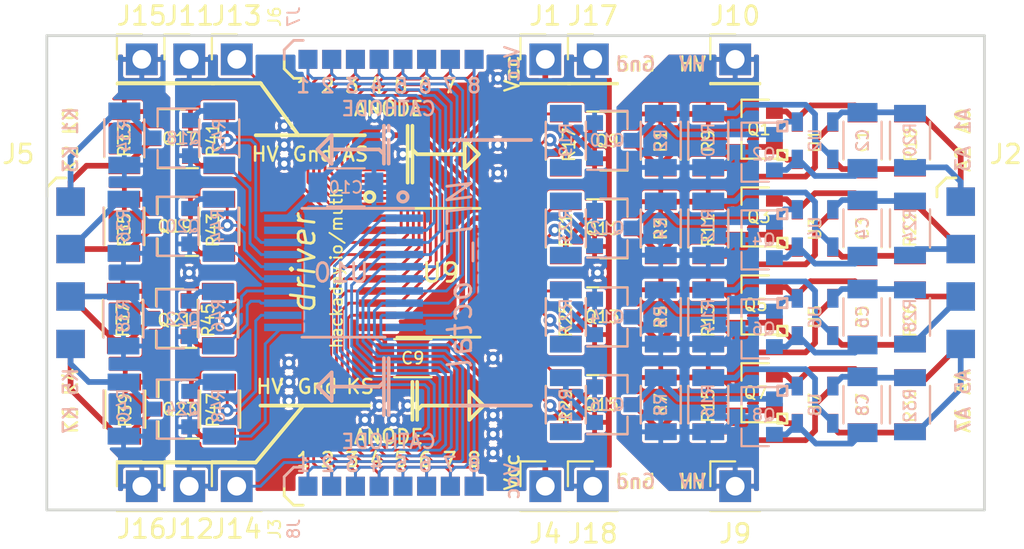
<source format=kicad_pcb>
(kicad_pcb (version 4) (host pcbnew 4.0.7)
  (layers (0 F.Cu signal) (31 B.Cu signal) (36 B.SilkS user) (37 F.SilkS user) (38 B.Mask user) (39 F.Mask user) (44 Edge.Cuts user))
  (net 0 "")
  (net 1 "Net-(C1-Pad1)")
  (net 2 "Net-(C1-Pad2)")
  (net 3 "Net-(C2-Pad1)")
  (net 4 "Net-(C2-Pad2)")
  (net 5 "Net-(C3-Pad1)")
  (net 6 "Net-(C3-Pad2)")
  (net 7 "Net-(C4-Pad1)")
  (net 8 "Net-(C4-Pad2)")
  (net 9 "Net-(C5-Pad1)")
  (net 10 "Net-(C5-Pad2)")
  (net 11 "Net-(C6-Pad1)")
  (net 12 "Net-(C6-Pad2)")
  (net 13 "Net-(C7-Pad1)")
  (net 14 "Net-(C7-Pad2)")
  (net 15 "Net-(C8-Pad1)")
  (net 16 "Net-(C8-Pad2)")
  (net 17 GND)
  (net 18 VCC)
  (net 19 "Net-(Q1-Pad1)")
  (net 20 HT)
  (net 21 "Net-(Q10-Pad3)")
  (net 22 "Net-(Q11-Pad3)")
  (net 23 "Net-(Q12-Pad3)")
  (net 24 "Net-(Q13-Pad3)")
  (net 25 "Net-(Q14-Pad3)")
  (net 26 "Net-(Q15-Pad3)")
  (net 27 "Net-(Q16-Pad3)")
  (net 28 "Net-(Q9-Pad1)")
  (net 29 "Net-(Q10-Pad1)")
  (net 30 "Net-(Q11-Pad1)")
  (net 31 "Net-(Q12-Pad1)")
  (net 32 "Net-(Q13-Pad1)")
  (net 33 "Net-(Q14-Pad1)")
  (net 34 "Net-(Q15-Pad1)")
  (net 35 "Net-(Q16-Pad1)")
  (net 36 "Net-(Q17-Pad1)")
  (net 37 KO0)
  (net 38 "Net-(Q18-Pad1)")
  (net 39 KO1)
  (net 40 "Net-(Q19-Pad1)")
  (net 41 KO2)
  (net 42 "Net-(Q20-Pad1)")
  (net 43 KO3)
  (net 44 "Net-(Q21-Pad1)")
  (net 45 KO4)
  (net 46 "Net-(Q22-Pad1)")
  (net 47 KO5)
  (net 48 "Net-(Q23-Pad1)")
  (net 49 KO6)
  (net 50 "Net-(Q24-Pad1)")
  (net 51 KO7)
  (net 52 "Net-(R9-Pad2)")
  (net 53 "Net-(R10-Pad2)")
  (net 54 "Net-(R11-Pad2)")
  (net 55 "Net-(R12-Pad2)")
  (net 56 "Net-(R13-Pad2)")
  (net 57 "Net-(R14-Pad2)")
  (net 58 "Net-(R15-Pad2)")
  (net 59 "Net-(R16-Pad2)")
  (net 60 AI0)
  (net 61 AO0)
  (net 62 AI1)
  (net 63 AO1)
  (net 64 AI2)
  (net 65 AO2)
  (net 66 AI3)
  (net 67 AO3)
  (net 68 AI4)
  (net 69 AO4)
  (net 70 AI5)
  (net 71 AO5)
  (net 72 AI6)
  (net 73 AO6)
  (net 74 AI7)
  (net 75 AO7)
  (net 76 KI0)
  (net 77 KI1)
  (net 78 KI2)
  (net 79 KI3)
  (net 80 KI4)
  (net 81 KI5)
  (net 82 KI6)
  (net 83 KI7)
  (net 84 "Net-(J3-Pad1)")
  (net 85 "Net-(J3-Pad2)")
  (net 86 "Net-(J3-Pad3)")
  (net 87 "Net-(J3-Pad4)")
  (net 88 "Net-(J3-Pad5)")
  (net 89 "Net-(J3-Pad6)")
  (net 90 "Net-(J3-Pad7)")
  (net 91 "Net-(J3-Pad8)")
  (net 92 "Net-(J7-Pad1)")
  (net 93 "Net-(J7-Pad3)")
  (net 94 "Net-(J7-Pad5)")
  (net 95 "Net-(J7-Pad7)")
  (net 96 "Net-(J7-Pad2)")
  (net 97 "Net-(J7-Pad4)")
  (net 98 "Net-(J7-Pad6)")
  (net 99 "Net-(J7-Pad8)")
  (net 100 AS)
  (net 101 KS)
  (module TSSOP-20_4.4x6.5mm_Pitch0.65mm_handsoldering (layer F.Cu) (at 211.455 38.1)
    (fp_text reference U9 (at 0.127 0) (layer F.SilkS))
    (fp_text value 74LS541)
    (pad 1 smd rect (at -3.25 -2.925) (size 2 0.4) (layers F.Cu F.Mask) (net 100 AS))
    (pad 2 smd rect (at -3.25 -2.275) (size 2 0.4) (layers F.Cu F.Mask) (net 84 "Net-(J3-Pad1)"))
    (pad 3 smd rect (at -3.25 -1.625) (size 2 0.4) (layers F.Cu F.Mask) (net 85 "Net-(J3-Pad2)"))
    (pad 4 smd rect (at -3.25 -0.975) (size 2 0.4) (layers F.Cu F.Mask) (net 86 "Net-(J3-Pad3)"))
    (pad 5 smd rect (at -3.25 -0.325) (size 2 0.4) (layers F.Cu F.Mask) (net 87 "Net-(J3-Pad4)"))
    (pad 6 smd rect (at -3.25 0.325) (size 2 0.4) (layers F.Cu F.Mask) (net 88 "Net-(J3-Pad5)"))
    (pad 7 smd rect (at -3.25 0.975) (size 2 0.4) (layers F.Cu F.Mask) (net 89 "Net-(J3-Pad6)"))
    (pad 8 smd rect (at -3.25 1.625) (size 2 0.4) (layers F.Cu F.Mask) (net 90 "Net-(J3-Pad7)"))
    (pad 9 smd rect (at -3.25 2.275) (size 2 0.4) (layers F.Cu F.Mask) (net 91 "Net-(J3-Pad8)"))
    (pad 10 smd rect (at -3.25 2.925) (size 2 0.4) (layers F.Cu F.Mask) (net 17 GND))
    (pad 11 smd rect (at 3.25 2.925) (size 2 0.4) (layers F.Cu F.Mask) (net 74 AI7))
    (pad 12 smd rect (at 3.25 2.275) (size 2 0.4) (layers F.Cu F.Mask) (net 72 AI6))
    (pad 13 smd rect (at 3.25 1.625) (size 2 0.4) (layers F.Cu F.Mask) (net 70 AI5))
    (pad 14 smd rect (at 3.25 0.975) (size 2 0.4) (layers F.Cu F.Mask) (net 68 AI4))
    (pad 15 smd rect (at 3.25 0.325) (size 2 0.4) (layers F.Cu F.Mask) (net 66 AI3))
    (pad 16 smd rect (at 3.25 -0.325) (size 2 0.4) (layers F.Cu F.Mask) (net 64 AI2))
    (pad 17 smd rect (at 3.25 -0.975) (size 2 0.4) (layers F.Cu F.Mask) (net 62 AI1))
    (pad 18 smd rect (at 3.25 -1.625) (size 2 0.4) (layers F.Cu F.Mask) (net 60 AI0))
    (pad 19 smd rect (at 3.25 -2.275) (size 2 0.4) (layers F.Cu F.Mask) (net 17 GND))
    (pad 20 smd rect (at 3.25 -2.925) (size 2 0.4) (layers F.Cu F.Mask) (net 18 VCC))
  )
  (module footprints:via (layer F.Cu) (at 207.518 45.974)
    (fp_text reference J19 hide)
    (fp_text value TEST_1P hide)
    (pad 1 thru_hole circle (at 0 0) (size 0.6858 0.6858) (drill 0.3302) (layers *.Cu) (net 17 GND))
  )
  (module footprints:via (layer F.Cu) (at 214.376 47.752)
    (fp_text reference J19 hide)
    (fp_text value TEST_1P hide)
    (pad 1 thru_hole circle (at 0 0) (size 0.6858 0.6858) (drill 0.3302) (layers *.Cu) (net 17 GND))
  )
  (module footprints:via (layer F.Cu) (at 214.376 46.736)
    (fp_text reference J19 hide)
    (fp_text value TEST_1P hide)
    (pad 1 thru_hole circle (at 0 0) (size 0.6858 0.6858) (drill 0.3302) (layers *.Cu) (net 17 GND))
  )
  (module footprints:via (layer F.Cu) (at 214.376 45.72)
    (fp_text reference J19 hide)
    (fp_text value TEST_1P hide)
    (pad 1 thru_hole circle (at 0 0) (size 0.6858 0.6858) (drill 0.3302) (layers *.Cu) (net 17 GND))
  )
  (module footprints:via (layer F.Cu) (at 214.376 42.672)
    (fp_text reference J19 hide)
    (fp_text value TEST_1P hide)
    (pad 1 thru_hole circle (at 0 0) (size 0.6858 0.6858) (drill 0.3302) (layers *.Cu) (net 17 GND))
  )
  (module footprints:via (layer F.Cu) (at 219.964 38.1)
    (fp_text reference J19 hide)
    (fp_text value TEST_1P hide)
    (pad 1 thru_hole circle (at 0 0) (size 0.6858 0.6858) (drill 0.3302) (layers *.Cu) (net 17 GND))
  )
  (module footprints:via (layer F.Cu) (at 214.63 32.766)
    (fp_text reference J19 hide)
    (fp_text value TEST_1P hide)
    (pad 1 thru_hole circle (at 0 0) (size 0.6858 0.6858) (drill 0.3302) (layers *.Cu) (net 17 GND))
  )
  (module footprints:via (layer F.Cu) (at 214.63 31.242)
    (fp_text reference J19 hide)
    (fp_text value TEST_1P hide)
    (pad 1 thru_hole circle (at 0 0) (size 0.6858 0.6858) (drill 0.3302) (layers *.Cu) (net 17 GND))
  )
  (module footprints:via (layer F.Cu) (at 214.63 27.686)
    (fp_text reference J19 hide)
    (fp_text value TEST_1P hide)
    (pad 1 thru_hole circle (at 0 0) (size 0.6858 0.6858) (drill 0.3302) (layers *.Cu) (net 17 GND))
  )
  (module footprints:via (layer F.Cu) (at 209.55 31.75)
    (fp_text reference J19 hide)
    (fp_text value TEST_1P hide)
    (pad 1 thru_hole circle (at 0 0) (size 0.6858 0.6858) (drill 0.3302) (layers *.Cu) (net 17 GND))
  )
  (module footprints:via (layer F.Cu) (at 208.026 29.718)
    (fp_text reference J19 hide)
    (fp_text value TEST_1P hide)
    (pad 1 thru_hole circle (at 0 0) (size 0.6858 0.6858) (drill 0.3302) (layers *.Cu) (net 17 GND))
  )
  (module footprints:via (layer F.Cu) (at 203.2 30.226)
    (fp_text reference J19 hide)
    (fp_text value TEST_1P hide)
    (pad 1 thru_hole circle (at 0 0) (size 0.6858 0.6858) (drill 0.3302) (layers *.Cu) (net 17 GND))
  )
  (module footprints:via (layer F.Cu) (at 203.2 31.242)
    (fp_text reference J19 hide)
    (fp_text value TEST_1P hide)
    (pad 1 thru_hole circle (at 0 0) (size 0.6858 0.6858) (drill 0.3302) (layers *.Cu) (net 17 GND))
  )
  (module footprints:via (layer F.Cu) (at 203.2 32.258)
    (fp_text reference J19 hide)
    (fp_text value TEST_1P hide)
    (pad 1 thru_hole circle (at 0 0) (size 0.6858 0.6858) (drill 0.3302) (layers *.Cu) (net 17 GND))
  )
  (module footprints:via (layer F.Cu) (at 198.12 38.1)
    (fp_text reference J19 hide)
    (fp_text value TEST_1P hide)
    (pad 1 thru_hole circle (at 0 0) (size 0.6858 0.6858) (drill 0.3302) (layers *.Cu) (net 17 GND))
  )
  (module footprints:via (layer F.Cu) (at 209.042 45.974)
    (fp_text reference J19 hide)
    (fp_text value TEST_1P hide)
    (pad 1 thru_hole circle (at 0 0) (size 0.6858 0.6858) (drill 0.3302) (layers *.Cu) (net 17 GND))
  )
  (module footprints:via (layer F.Cu) (at 209.804 45.212)
    (fp_text reference J19 hide)
    (fp_text value TEST_1P hide)
    (pad 1 thru_hole circle (at 0 0) (size 0.6858 0.6858) (drill 0.3302) (layers *.Cu) (net 17 GND))
  )
  (module footprints:via (layer F.Cu) (at 208.28 45.212)
    (fp_text reference J19 hide)
    (fp_text value TEST_1P hide)
    (pad 1 thru_hole circle (at 0 0) (size 0.6858 0.6858) (drill 0.3302) (layers *.Cu) (net 17 GND))
  )
  (module footprints:via (layer F.Cu) (at 203.454 42.926)
    (fp_text reference J19 hide)
    (fp_text value TEST_1P hide)
    (pad 1 thru_hole circle (at 0 0) (size 0.6858 0.6858) (drill 0.3302) (layers *.Cu) (net 17 GND))
  )
  (module footprints:via (layer F.Cu) (at 203.454 43.942)
    (fp_text reference J19 hide)
    (fp_text value TEST_1P hide)
    (pad 1 thru_hole circle (at 0 0) (size 0.6858 0.6858) (drill 0.3302) (layers *.Cu) (net 17 GND))
  )
  (module Resistors_SMD:R_1206 (layer F.Cu) (at 218.267264 31.044356 90)
    (fp_text reference R17 (at -0.197644 0.172736 90) (layer F.SilkS) (effects (font (size 0.635 0.635) (thickness 0.1016))))
    (fp_text value 10K)
    (pad 1 smd rect (at -1.45 0 90) (size 0.9 1.7) (layers F.Cu F.Mask) (net 28 "Net-(Q9-Pad1)"))
    (pad 2 smd rect (at 1.45 0 90) (size 0.9 1.7) (layers F.Cu F.Mask) (net 60 AI0))
  )
  (module Pin_Headers:Pin_Header_Straight_1x01_Pitch2.54mm (layer F.Cu) (at 200.66 26.67)
    (fp_text reference J13 (at 0 -2.33) (layer F.SilkS))
    (fp_text value Conn_01x01)
    (pad 1 thru_hole rect (at 0 0) (size 1.7 1.7) (drill 1) (layers *.Cu *.Mask) (net 100 AS))
  )
  (module Resistors_SMD:R_1206 (layer B.Cu) (at 225.887264 45.168304 90)
    (fp_text reference R16 (at 0.210304 0 90) (layer B.SilkS) (effects (font (size 0.635 0.635) (thickness 0.1016)) (justify mirror)))
    (fp_text value 4.7K)
    (pad 1 smd rect (at -1.45 0 90) (size 0.9 1.7) (layers B.Cu B.Mask) (net 20 HT))
    (pad 2 smd rect (at 1.45 0 90) (size 0.9 1.7) (layers B.Cu B.Mask) (net 59 "Net-(R16-Pad2)"))
  )
  (module Capacitors_SMD:C_1206 (layer F.Cu) (at 234.142264 31.044356 90)
    (fp_text reference C1 (at 0 0 90) (layer F.SilkS) (effects (font (size 0.635 0.635) (thickness 0.1016))))
    (fp_text value 1n)
    (pad 1 smd rect (at -1.5 0 90) (size 1 1.6) (layers F.Cu F.Mask) (net 1 "Net-(C1-Pad1)"))
    (pad 2 smd rect (at 1.5 0 90) (size 1 1.6) (layers F.Cu F.Mask) (net 2 "Net-(C1-Pad2)"))
  )
  (module Capacitors_SMD:C_1206 (layer B.Cu) (at 234.142264 31.006834 270)
    (fp_text reference C2 (at 0 0 270) (layer B.SilkS) (effects (font (size 0.635 0.635) (thickness 0.1016)) (justify mirror)))
    (fp_text value 1n)
    (pad 1 smd rect (at -1.5 0 270) (size 1 1.6) (layers B.Cu B.Mask) (net 3 "Net-(C2-Pad1)"))
    (pad 2 smd rect (at 1.5 0 270) (size 1 1.6) (layers B.Cu B.Mask) (net 4 "Net-(C2-Pad2)"))
  )
  (module Capacitors_SMD:C_1206 (layer F.Cu) (at 234.142264 35.743356 90)
    (fp_text reference C3 (at 0 0 90) (layer F.SilkS) (effects (font (size 0.635 0.635) (thickness 0.1016))))
    (fp_text value 1n)
    (pad 1 smd rect (at -1.5 0 90) (size 1 1.6) (layers F.Cu F.Mask) (net 5 "Net-(C3-Pad1)"))
    (pad 2 smd rect (at 1.5 0 90) (size 1 1.6) (layers F.Cu F.Mask) (net 6 "Net-(C3-Pad2)"))
  )
  (module Capacitors_SMD:C_1206 (layer B.Cu) (at 234.142264 35.705834 270)
    (fp_text reference C4 (at 0 0 270) (layer B.SilkS) (effects (font (size 0.635 0.635) (thickness 0.1016)) (justify mirror)))
    (fp_text value 1n)
    (pad 1 smd rect (at -1.5 0 270) (size 1 1.6) (layers B.Cu B.Mask) (net 7 "Net-(C4-Pad1)"))
    (pad 2 smd rect (at 1.5 0 270) (size 1 1.6) (layers B.Cu B.Mask) (net 8 "Net-(C4-Pad2)"))
  )
  (module Capacitors_SMD:C_1206 (layer F.Cu) (at 234.142264 40.45855 90)
    (fp_text reference C5 (at 0 0 90) (layer F.SilkS) (effects (font (size 0.635 0.635) (thickness 0.1016))))
    (fp_text value 1n)
    (pad 1 smd rect (at -1.5 0 90) (size 1 1.6) (layers F.Cu F.Mask) (net 9 "Net-(C5-Pad1)"))
    (pad 2 smd rect (at 1.5 0 90) (size 1 1.6) (layers F.Cu F.Mask) (net 10 "Net-(C5-Pad2)"))
  )
  (module Capacitors_SMD:C_1206 (layer B.Cu) (at 234.142264 40.469304 270)
    (fp_text reference C6 (at 0 0 270) (layer B.SilkS) (effects (font (size 0.635 0.635) (thickness 0.1016)) (justify mirror)))
    (fp_text value 1n)
    (pad 1 smd rect (at -1.5 0 270) (size 1 1.6) (layers B.Cu B.Mask) (net 11 "Net-(C6-Pad1)"))
    (pad 2 smd rect (at 1.5 0 270) (size 1 1.6) (layers B.Cu B.Mask) (net 12 "Net-(C6-Pad2)"))
  )
  (module Capacitors_SMD:C_1206 (layer F.Cu) (at 234.142264 45.15755 90)
    (fp_text reference C7 (at 0 0 90) (layer F.SilkS) (effects (font (size 0.635 0.635) (thickness 0.1016))))
    (fp_text value 1n)
    (pad 1 smd rect (at -1.5 0 90) (size 1 1.6) (layers F.Cu F.Mask) (net 13 "Net-(C7-Pad1)"))
    (pad 2 smd rect (at 1.5 0 90) (size 1 1.6) (layers F.Cu F.Mask) (net 14 "Net-(C7-Pad2)"))
  )
  (module Capacitors_SMD:C_1206 (layer B.Cu) (at 234.142264 45.168304 270)
    (fp_text reference C8 (at 0 0 270) (layer B.SilkS) (effects (font (size 0.635 0.635) (thickness 0.1016)) (justify mirror)))
    (fp_text value 1n)
    (pad 1 smd rect (at -1.5 0 270) (size 1 1.6) (layers B.Cu B.Mask) (net 15 "Net-(C8-Pad1)"))
    (pad 2 smd rect (at 1.5 0 270) (size 1 1.6) (layers B.Cu B.Mask) (net 16 "Net-(C8-Pad2)"))
  )
  (module Capacitors_SMD:C_1206 (layer F.Cu) (at 210.082 42.672)
    (fp_text reference C9 (at 0 0) (layer F.SilkS) (effects (font (size 0.635 0.635) (thickness 0.1016))))
    (fp_text value 100n)
    (pad 1 smd rect (at -1.5 0) (size 1 1.6) (layers F.Cu F.Mask) (net 17 GND))
    (pad 2 smd rect (at 1.5 0) (size 1 1.6) (layers F.Cu F.Mask) (net 18 VCC))
  )
  (module Capacitors_SMD:C_1206 (layer B.Cu) (at 206.502 33.528 180)
    (fp_text reference C10 (at 0 0 180) (layer B.SilkS) (effects (font (size 0.635 0.635) (thickness 0.1016)) (justify mirror)))
    (fp_text value 100n)
    (pad 1 smd rect (at -1.5 0 180) (size 1 1.6) (layers B.Cu B.Mask) (net 17 GND))
    (pad 2 smd rect (at 1.5 0 180) (size 1 1.6) (layers B.Cu B.Mask) (net 18 VCC))
  )
  (module TO_SOT_Packages_SMD:SOT-23 (layer F.Cu) (at 228.427264 30.409356 180)
    (fp_text reference Q1 (at -0.172736 0 180) (layer F.SilkS) (effects (font (size 0.635 0.635) (thickness 0.1016))))
    (fp_text value Q_NPN_BEC)
    (pad 1 smd rect (at -1 -0.95 180) (size 0.9 0.8) (layers F.Cu F.Mask) (net 19 "Net-(Q1-Pad1)"))
    (pad 2 smd rect (at -1 0.95 180) (size 0.9 0.8) (layers F.Cu F.Mask) (net 2 "Net-(C1-Pad2)"))
    (pad 3 smd rect (at 1 0 180) (size 0.9 0.8) (layers F.Cu F.Mask) (net 20 HT))
  )
  (module TO_SOT_Packages_SMD:SOT-23 (layer B.Cu) (at 228.427264 31.641834 180)
    (fp_text reference Q2 (at -0.426736 -0.108166 180) (layer B.SilkS) (effects (font (size 0.635 0.635) (thickness 0.1016)) (justify mirror)))
    (fp_text value Q_NPN_BEC)
    (pad 1 smd rect (at -1 0.95 180) (size 0.9 0.8) (layers B.Cu B.Mask) (net 21 "Net-(Q10-Pad3)"))
    (pad 2 smd rect (at -1 -0.95 180) (size 0.9 0.8) (layers B.Cu B.Mask) (net 4 "Net-(C2-Pad2)"))
    (pad 3 smd rect (at 1 0 180) (size 0.9 0.8) (layers B.Cu B.Mask) (net 20 HT))
  )
  (module TO_SOT_Packages_SMD:SOT-23 (layer F.Cu) (at 228.427264 35.108356 180)
    (fp_text reference Q3 (at -0.172736 0 180) (layer F.SilkS) (effects (font (size 0.635 0.635) (thickness 0.1016))))
    (fp_text value Q_NPN_BEC)
    (pad 1 smd rect (at -1 -0.95 180) (size 0.9 0.8) (layers F.Cu F.Mask) (net 22 "Net-(Q11-Pad3)"))
    (pad 2 smd rect (at -1 0.95 180) (size 0.9 0.8) (layers F.Cu F.Mask) (net 6 "Net-(C3-Pad2)"))
    (pad 3 smd rect (at 1 0 180) (size 0.9 0.8) (layers F.Cu F.Mask) (net 20 HT))
  )
  (module TO_SOT_Packages_SMD:SOT-23 (layer B.Cu) (at 228.427264 36.340834 180)
    (fp_text reference Q4 (at -0.426736 0 180) (layer B.SilkS) (effects (font (size 0.635 0.635) (thickness 0.1016)) (justify mirror)))
    (fp_text value Q_NPN_BEC)
    (pad 1 smd rect (at -1 0.95 180) (size 0.9 0.8) (layers B.Cu B.Mask) (net 23 "Net-(Q12-Pad3)"))
    (pad 2 smd rect (at -1 -0.95 180) (size 0.9 0.8) (layers B.Cu B.Mask) (net 8 "Net-(C4-Pad2)"))
    (pad 3 smd rect (at 1 0 180) (size 0.9 0.8) (layers B.Cu B.Mask) (net 20 HT))
  )
  (module TO_SOT_Packages_SMD:SOT-23 (layer F.Cu) (at 228.427264 39.82355 180)
    (fp_text reference Q5 (at 0 0 180) (layer F.SilkS) (effects (font (size 0.635 0.635) (thickness 0.1016))))
    (fp_text value Q_NPN_BEC)
    (pad 1 smd rect (at -1 -0.95 180) (size 0.9 0.8) (layers F.Cu F.Mask) (net 24 "Net-(Q13-Pad3)"))
    (pad 2 smd rect (at -1 0.95 180) (size 0.9 0.8) (layers F.Cu F.Mask) (net 10 "Net-(C5-Pad2)"))
    (pad 3 smd rect (at 1 0 180) (size 0.9 0.8) (layers F.Cu F.Mask) (net 20 HT))
  )
  (module TO_SOT_Packages_SMD:SOT-23 (layer B.Cu) (at 228.427264 41.104304 180)
    (fp_text reference Q6 (at -0.426736 0 180) (layer B.SilkS) (effects (font (size 0.635 0.635) (thickness 0.1016)) (justify mirror)))
    (fp_text value Q_NPN_BEC)
    (pad 1 smd rect (at -1 0.95 180) (size 0.9 0.8) (layers B.Cu B.Mask) (net 25 "Net-(Q14-Pad3)"))
    (pad 2 smd rect (at -1 -0.95 180) (size 0.9 0.8) (layers B.Cu B.Mask) (net 12 "Net-(C6-Pad2)"))
    (pad 3 smd rect (at 1 0 180) (size 0.9 0.8) (layers B.Cu B.Mask) (net 20 HT))
  )
  (module TO_SOT_Packages_SMD:SOT-23 (layer F.Cu) (at 228.427264 44.52255 180)
    (fp_text reference Q7 (at 0 0 180) (layer F.SilkS) (effects (font (size 0.635 0.635) (thickness 0.1016))))
    (fp_text value Q_NPN_BEC)
    (pad 1 smd rect (at -1 -0.95 180) (size 0.9 0.8) (layers F.Cu F.Mask) (net 26 "Net-(Q15-Pad3)"))
    (pad 2 smd rect (at -1 0.95 180) (size 0.9 0.8) (layers F.Cu F.Mask) (net 14 "Net-(C7-Pad2)"))
    (pad 3 smd rect (at 1 0 180) (size 0.9 0.8) (layers F.Cu F.Mask) (net 20 HT))
  )
  (module TO_SOT_Packages_SMD:SOT-23 (layer B.Cu) (at 228.427264 45.803304 180)
    (fp_text reference Q8 (at -0.426736 0.083304 180) (layer B.SilkS) (effects (font (size 0.635 0.635) (thickness 0.1016)) (justify mirror)))
    (fp_text value Q_NPN_BEC)
    (pad 1 smd rect (at -1 0.95 180) (size 0.9 0.8) (layers B.Cu B.Mask) (net 27 "Net-(Q16-Pad3)"))
    (pad 2 smd rect (at -1 -0.95 180) (size 0.9 0.8) (layers B.Cu B.Mask) (net 16 "Net-(C8-Pad2)"))
    (pad 3 smd rect (at 1 0 180) (size 0.9 0.8) (layers B.Cu B.Mask) (net 20 HT))
  )
  (module TO_SOT_Packages_SMD:SOT-23 (layer F.Cu) (at 220.807264 31.044356)
    (fp_text reference Q9 (at -0.335264 0) (layer F.SilkS) (effects (font (size 0.635 0.635) (thickness 0.1016))))
    (fp_text value Q_NPN_BEC)
    (pad 1 smd rect (at -1 -0.95) (size 0.9 0.8) (layers F.Cu F.Mask) (net 28 "Net-(Q9-Pad1)"))
    (pad 2 smd rect (at -1 0.95) (size 0.9 0.8) (layers F.Cu F.Mask) (net 17 GND))
    (pad 3 smd rect (at 1 0) (size 0.9 0.8) (layers F.Cu F.Mask) (net 19 "Net-(Q1-Pad1)"))
  )
  (module TO_SOT_Packages_SMD:SOT-23 (layer B.Cu) (at 220.807264 31.006834)
    (fp_text reference Q10 (at -0.335264 0) (layer B.SilkS) (effects (font (size 0.635 0.635) (thickness 0.1016)) (justify mirror)))
    (fp_text value Q_NPN_BEC)
    (pad 1 smd rect (at -1 0.95) (size 0.9 0.8) (layers B.Cu B.Mask) (net 29 "Net-(Q10-Pad1)"))
    (pad 2 smd rect (at -1 -0.95) (size 0.9 0.8) (layers B.Cu B.Mask) (net 17 GND))
    (pad 3 smd rect (at 1 0) (size 0.9 0.8) (layers B.Cu B.Mask) (net 21 "Net-(Q10-Pad3)"))
  )
  (module TO_SOT_Packages_SMD:SOT-23 (layer F.Cu) (at 220.807264 35.743356)
    (fp_text reference Q11 (at -0.589264 0) (layer F.SilkS) (effects (font (size 0.635 0.635) (thickness 0.1016))))
    (fp_text value Q_NPN_BEC)
    (pad 1 smd rect (at -1 -0.95) (size 0.9 0.8) (layers F.Cu F.Mask) (net 30 "Net-(Q11-Pad1)"))
    (pad 2 smd rect (at -1 0.95) (size 0.9 0.8) (layers F.Cu F.Mask) (net 17 GND))
    (pad 3 smd rect (at 1 0) (size 0.9 0.8) (layers F.Cu F.Mask) (net 22 "Net-(Q11-Pad3)"))
  )
  (module TO_SOT_Packages_SMD:SOT-23 (layer B.Cu) (at 220.807264 35.705834)
    (fp_text reference Q12 (at -0.335264 0) (layer B.SilkS) (effects (font (size 0.635 0.635) (thickness 0.1016)) (justify mirror)))
    (fp_text value Q_NPN_BEC)
    (pad 1 smd rect (at -1 0.95) (size 0.9 0.8) (layers B.Cu B.Mask) (net 31 "Net-(Q12-Pad1)"))
    (pad 2 smd rect (at -1 -0.95) (size 0.9 0.8) (layers B.Cu B.Mask) (net 17 GND))
    (pad 3 smd rect (at 1 0) (size 0.9 0.8) (layers B.Cu B.Mask) (net 23 "Net-(Q12-Pad3)"))
  )
  (module TO_SOT_Packages_SMD:SOT-23 (layer F.Cu) (at 220.807264 40.45855)
    (fp_text reference Q13 (at -0.589264 0) (layer F.SilkS) (effects (font (size 0.635 0.635) (thickness 0.1016))))
    (fp_text value Q_NPN_BEC)
    (pad 1 smd rect (at -1 -0.95) (size 0.9 0.8) (layers F.Cu F.Mask) (net 32 "Net-(Q13-Pad1)"))
    (pad 2 smd rect (at -1 0.95) (size 0.9 0.8) (layers F.Cu F.Mask) (net 17 GND))
    (pad 3 smd rect (at 1 0) (size 0.9 0.8) (layers F.Cu F.Mask) (net 24 "Net-(Q13-Pad3)"))
  )
  (module TO_SOT_Packages_SMD:SOT-23 (layer B.Cu) (at 220.807264 40.469304)
    (fp_text reference Q14 (at -0.335264 0) (layer B.SilkS) (effects (font (size 0.635 0.635) (thickness 0.1016)) (justify mirror)))
    (fp_text value Q_NPN_BEC)
    (pad 1 smd rect (at -1 0.95) (size 0.9 0.8) (layers B.Cu B.Mask) (net 33 "Net-(Q14-Pad1)"))
    (pad 2 smd rect (at -1 -0.95) (size 0.9 0.8) (layers B.Cu B.Mask) (net 17 GND))
    (pad 3 smd rect (at 1 0) (size 0.9 0.8) (layers B.Cu B.Mask) (net 25 "Net-(Q14-Pad3)"))
  )
  (module TO_SOT_Packages_SMD:SOT-23 (layer F.Cu) (at 220.807264 45.15755)
    (fp_text reference Q15 (at -0.635 0) (layer F.SilkS) (effects (font (size 0.635 0.635) (thickness 0.1016))))
    (fp_text value Q_NPN_BEC)
    (pad 1 smd rect (at -1 -0.95) (size 0.9 0.8) (layers F.Cu F.Mask) (net 34 "Net-(Q15-Pad1)"))
    (pad 2 smd rect (at -1 0.95) (size 0.9 0.8) (layers F.Cu F.Mask) (net 17 GND))
    (pad 3 smd rect (at 1 0) (size 0.9 0.8) (layers F.Cu F.Mask) (net 26 "Net-(Q15-Pad3)"))
  )
  (module TO_SOT_Packages_SMD:SOT-23 (layer B.Cu) (at 220.807264 45.168304)
    (fp_text reference Q16 (at -0.335264 0) (layer B.SilkS) (effects (font (size 0.635 0.635) (thickness 0.1016)) (justify mirror)))
    (fp_text value Q_NPN_BEC)
    (pad 1 smd rect (at -1 0.95) (size 0.9 0.8) (layers B.Cu B.Mask) (net 35 "Net-(Q16-Pad1)"))
    (pad 2 smd rect (at -1 -0.95) (size 0.9 0.8) (layers B.Cu B.Mask) (net 17 GND))
    (pad 3 smd rect (at 1 0) (size 0.9 0.8) (layers B.Cu B.Mask) (net 27 "Net-(Q16-Pad3)"))
  )
  (module TO_SOT_Packages_SMD:SOT-23 (layer F.Cu) (at 197.185264 30.917356 180)
    (fp_text reference Q17 (at -0.426736 0 180) (layer F.SilkS) (effects (font (size 0.635 0.635) (thickness 0.1016))))
    (fp_text value Q_NPN_BEC)
    (pad 1 smd rect (at -1 -0.95 180) (size 0.9 0.8) (layers F.Cu F.Mask) (net 36 "Net-(Q17-Pad1)"))
    (pad 2 smd rect (at -1 0.95 180) (size 0.9 0.8) (layers F.Cu F.Mask) (net 17 GND))
    (pad 3 smd rect (at 1 0 180) (size 0.9 0.8) (layers F.Cu F.Mask) (net 37 KO0))
  )
  (module TO_SOT_Packages_SMD:SOT-23 (layer B.Cu) (at 197.185264 30.88161 180)
    (fp_text reference Q18 (at -0.635 0 180) (layer B.SilkS) (effects (font (size 0.635 0.635) (thickness 0.1016)) (justify mirror)))
    (fp_text value Q_NPN_BEC)
    (pad 1 smd rect (at -1 0.95 180) (size 0.9 0.8) (layers B.Cu B.Mask) (net 38 "Net-(Q18-Pad1)"))
    (pad 2 smd rect (at -1 -0.95 180) (size 0.9 0.8) (layers B.Cu B.Mask) (net 17 GND))
    (pad 3 smd rect (at 1 0 180) (size 0.9 0.8) (layers B.Cu B.Mask) (net 39 KO1))
  )
  (module TO_SOT_Packages_SMD:SOT-23 (layer F.Cu) (at 197.185264 35.616356 180)
    (fp_text reference Q19 (at -0.172736 0 180) (layer F.SilkS) (effects (font (size 0.635 0.635) (thickness 0.1016))))
    (fp_text value Q_NPN_BEC)
    (pad 1 smd rect (at -1 -0.95 180) (size 0.9 0.8) (layers F.Cu F.Mask) (net 40 "Net-(Q19-Pad1)"))
    (pad 2 smd rect (at -1 0.95 180) (size 0.9 0.8) (layers F.Cu F.Mask) (net 17 GND))
    (pad 3 smd rect (at 1 0 180) (size 0.9 0.8) (layers F.Cu F.Mask) (net 41 KO2))
  )
  (module TO_SOT_Packages_SMD:SOT-23 (layer B.Cu) (at 197.141142 35.604852 180)
    (fp_text reference Q20 (at -0.635 0 180) (layer B.SilkS) (effects (font (size 0.635 0.635) (thickness 0.1016)) (justify mirror)))
    (fp_text value Q_NPN_BEC)
    (pad 1 smd rect (at -1 0.95 180) (size 0.9 0.8) (layers B.Cu B.Mask) (net 42 "Net-(Q20-Pad1)"))
    (pad 2 smd rect (at -1 -0.95 180) (size 0.9 0.8) (layers B.Cu B.Mask) (net 17 GND))
    (pad 3 smd rect (at 1 0 180) (size 0.9 0.8) (layers B.Cu B.Mask) (net 43 KO3))
  )
  (module TO_SOT_Packages_SMD:SOT-23 (layer F.Cu) (at 197.106148 40.541052 180)
    (fp_text reference Q21 (at -0.251852 -0.098948 180) (layer F.SilkS) (effects (font (size 0.635 0.635) (thickness 0.1016))))
    (fp_text value Q_NPN_BEC)
    (pad 1 smd rect (at -1 -0.95 180) (size 0.9 0.8) (layers F.Cu F.Mask) (net 44 "Net-(Q21-Pad1)"))
    (pad 2 smd rect (at -1 0.95 180) (size 0.9 0.8) (layers F.Cu F.Mask) (net 17 GND))
    (pad 3 smd rect (at 1 0 180) (size 0.9 0.8) (layers F.Cu F.Mask) (net 45 KO4))
  )
  (module TO_SOT_Packages_SMD:SOT-23 (layer B.Cu) (at 197.139528 40.572712 180)
    (fp_text reference Q22 (at -0.635 0 180) (layer B.SilkS) (effects (font (size 0.635 0.635) (thickness 0.1016)) (justify mirror)))
    (fp_text value Q_NPN_BEC)
    (pad 1 smd rect (at -1 0.95 180) (size 0.9 0.8) (layers B.Cu B.Mask) (net 46 "Net-(Q22-Pad1)"))
    (pad 2 smd rect (at -1 -0.95 180) (size 0.9 0.8) (layers B.Cu B.Mask) (net 17 GND))
    (pad 3 smd rect (at 1 0 180) (size 0.9 0.8) (layers B.Cu B.Mask) (net 47 KO5))
  )
  (module TO_SOT_Packages_SMD:SOT-23 (layer F.Cu) (at 197.234398 45.40568 180)
    (fp_text reference Q23 (at -0.377602 0 180) (layer F.SilkS) (effects (font (size 0.635 0.635) (thickness 0.1016))))
    (fp_text value Q_NPN_BEC)
    (pad 1 smd rect (at -1 -0.95 180) (size 0.9 0.8) (layers F.Cu F.Mask) (net 48 "Net-(Q23-Pad1)"))
    (pad 2 smd rect (at -1 0.95 180) (size 0.9 0.8) (layers F.Cu F.Mask) (net 17 GND))
    (pad 3 smd rect (at 1 0 180) (size 0.9 0.8) (layers F.Cu F.Mask) (net 49 KO6))
  )
  (module TO_SOT_Packages_SMD:SOT-23 (layer B.Cu) (at 197.143136 45.398672 180)
    (fp_text reference Q24 (at -0.635 0 180) (layer B.SilkS) (effects (font (size 0.635 0.635) (thickness 0.1016)) (justify mirror)))
    (fp_text value Q_NPN_BEC)
    (pad 1 smd rect (at -1 0.95 180) (size 0.9 0.8) (layers B.Cu B.Mask) (net 50 "Net-(Q24-Pad1)"))
    (pad 2 smd rect (at -1 -0.95 180) (size 0.9 0.8) (layers B.Cu B.Mask) (net 17 GND))
    (pad 3 smd rect (at 1 0 180) (size 0.9 0.8) (layers B.Cu B.Mask) (net 51 KO7))
  )
  (module Resistors_SMD:R_1206 (layer F.Cu) (at 223.347264 31.044356 270)
    (fp_text reference R1 (at 0 0 270) (layer F.SilkS) (effects (font (size 0.635 0.635) (thickness 0.1016))))
    (fp_text value 220K)
    (pad 1 smd rect (at -1.45 0 270) (size 0.9 1.7) (layers F.Cu F.Mask) (net 20 HT))
    (pad 2 smd rect (at 1.45 0 270) (size 0.9 1.7) (layers F.Cu F.Mask) (net 19 "Net-(Q1-Pad1)"))
  )
  (module Resistors_SMD:R_1206 (layer B.Cu) (at 223.347264 31.006834 90)
    (fp_text reference R2 (at 0 0 90) (layer B.SilkS) (effects (font (size 0.635 0.635) (thickness 0.1016)) (justify mirror)))
    (fp_text value 220K)
    (pad 1 smd rect (at -1.45 0 90) (size 0.9 1.7) (layers B.Cu B.Mask) (net 20 HT))
    (pad 2 smd rect (at 1.45 0 90) (size 0.9 1.7) (layers B.Cu B.Mask) (net 21 "Net-(Q10-Pad3)"))
  )
  (module Resistors_SMD:R_1206 (layer F.Cu) (at 223.347264 35.743356 270)
    (fp_text reference R3 (at 0 0 270) (layer F.SilkS) (effects (font (size 0.635 0.635) (thickness 0.1016))))
    (fp_text value 220K)
    (pad 1 smd rect (at -1.45 0 270) (size 0.9 1.7) (layers F.Cu F.Mask) (net 20 HT))
    (pad 2 smd rect (at 1.45 0 270) (size 0.9 1.7) (layers F.Cu F.Mask) (net 22 "Net-(Q11-Pad3)"))
  )
  (module Resistors_SMD:R_1206 (layer B.Cu) (at 223.347264 35.705834 90)
    (fp_text reference R4 (at 0 0 90) (layer B.SilkS) (effects (font (size 0.635 0.635) (thickness 0.1016)) (justify mirror)))
    (fp_text value 220K)
    (pad 1 smd rect (at -1.45 0 90) (size 0.9 1.7) (layers B.Cu B.Mask) (net 20 HT))
    (pad 2 smd rect (at 1.45 0 90) (size 0.9 1.7) (layers B.Cu B.Mask) (net 23 "Net-(Q12-Pad3)"))
  )
  (module Resistors_SMD:R_1206 (layer F.Cu) (at 223.347264 40.45855 270)
    (fp_text reference R5 (at 0 0 270) (layer F.SilkS) (effects (font (size 0.635 0.635) (thickness 0.1016))))
    (fp_text value 220K)
    (pad 1 smd rect (at -1.45 0 270) (size 0.9 1.7) (layers F.Cu F.Mask) (net 20 HT))
    (pad 2 smd rect (at 1.45 0 270) (size 0.9 1.7) (layers F.Cu F.Mask) (net 24 "Net-(Q13-Pad3)"))
  )
  (module Resistors_SMD:R_1206 (layer B.Cu) (at 223.347264 40.469304 90)
    (fp_text reference R6 (at 0 0 90) (layer B.SilkS) (effects (font (size 0.635 0.635) (thickness 0.1016)) (justify mirror)))
    (fp_text value 220K)
    (pad 1 smd rect (at -1.45 0 90) (size 0.9 1.7) (layers B.Cu B.Mask) (net 20 HT))
    (pad 2 smd rect (at 1.45 0 90) (size 0.9 1.7) (layers B.Cu B.Mask) (net 25 "Net-(Q14-Pad3)"))
  )
  (module Resistors_SMD:R_1206 (layer F.Cu) (at 223.347264 45.15755 270)
    (fp_text reference R7 (at 0 0 270) (layer F.SilkS) (effects (font (size 0.635 0.635) (thickness 0.1016))))
    (fp_text value 220K)
    (pad 1 smd rect (at -1.45 0 270) (size 0.9 1.7) (layers F.Cu F.Mask) (net 20 HT))
    (pad 2 smd rect (at 1.45 0 270) (size 0.9 1.7) (layers F.Cu F.Mask) (net 26 "Net-(Q15-Pad3)"))
  )
  (module Resistors_SMD:R_1206 (layer B.Cu) (at 223.347264 45.168304 90)
    (fp_text reference R8 (at 0 0 90) (layer B.SilkS) (effects (font (size 0.635 0.635) (thickness 0.1016)) (justify mirror)))
    (fp_text value 220K)
    (pad 1 smd rect (at -1.45 0 90) (size 0.9 1.7) (layers B.Cu B.Mask) (net 20 HT))
    (pad 2 smd rect (at 1.45 0 90) (size 0.9 1.7) (layers B.Cu B.Mask) (net 27 "Net-(Q16-Pad3)"))
  )
  (module Resistors_SMD:R_1206 (layer F.Cu) (at 225.887264 31.044356 270)
    (fp_text reference R9 (at 0 0 270) (layer F.SilkS) (effects (font (size 0.635 0.635) (thickness 0.1016))))
    (fp_text value 4.7K)
    (pad 1 smd rect (at -1.45 0 270) (size 0.9 1.7) (layers F.Cu F.Mask) (net 20 HT))
    (pad 2 smd rect (at 1.45 0 270) (size 0.9 1.7) (layers F.Cu F.Mask) (net 52 "Net-(R9-Pad2)"))
  )
  (module Resistors_SMD:R_1206 (layer B.Cu) (at 225.887264 31.006834 90)
    (fp_text reference R10 (at 0.018834 0 90) (layer B.SilkS) (effects (font (size 0.635 0.635) (thickness 0.1016)) (justify mirror)))
    (fp_text value 4.7K)
    (pad 1 smd rect (at -1.45 0 90) (size 0.9 1.7) (layers B.Cu B.Mask) (net 20 HT))
    (pad 2 smd rect (at 1.45 0 90) (size 0.9 1.7) (layers B.Cu B.Mask) (net 53 "Net-(R10-Pad2)"))
  )
  (module Resistors_SMD:R_1206 (layer F.Cu) (at 225.887264 35.743356 270)
    (fp_text reference R11 (at 0.070644 0 270) (layer F.SilkS) (effects (font (size 0.635 0.635) (thickness 0.1016))))
    (fp_text value 4.7K)
    (pad 1 smd rect (at -1.45 0 270) (size 0.9 1.7) (layers F.Cu F.Mask) (net 20 HT))
    (pad 2 smd rect (at 1.45 0 270) (size 0.9 1.7) (layers F.Cu F.Mask) (net 54 "Net-(R11-Pad2)"))
  )
  (module Resistors_SMD:R_1206 (layer B.Cu) (at 225.887264 35.705834 90)
    (fp_text reference R12 (at 0.145834 0 90) (layer B.SilkS) (effects (font (size 0.635 0.635) (thickness 0.1016)) (justify mirror)))
    (fp_text value 4.7K)
    (pad 1 smd rect (at -1.45 0 90) (size 0.9 1.7) (layers B.Cu B.Mask) (net 20 HT))
    (pad 2 smd rect (at 1.45 0 90) (size 0.9 1.7) (layers B.Cu B.Mask) (net 55 "Net-(R12-Pad2)"))
  )
  (module Resistors_SMD:R_1206 (layer F.Cu) (at 225.887264 40.45855 270)
    (fp_text reference R13 (at 0.18145 0 270) (layer F.SilkS) (effects (font (size 0.635 0.635) (thickness 0.1016))))
    (fp_text value 4.7K)
    (pad 1 smd rect (at -1.45 0 270) (size 0.9 1.7) (layers F.Cu F.Mask) (net 20 HT))
    (pad 2 smd rect (at 1.45 0 270) (size 0.9 1.7) (layers F.Cu F.Mask) (net 56 "Net-(R13-Pad2)"))
  )
  (module Resistors_SMD:R_1206 (layer B.Cu) (at 225.887264 40.469304 90)
    (fp_text reference R14 (at 0.083304 0 90) (layer B.SilkS) (effects (font (size 0.635 0.635) (thickness 0.1016)) (justify mirror)))
    (fp_text value 4.7K)
    (pad 1 smd rect (at -1.45 0 90) (size 0.9 1.7) (layers B.Cu B.Mask) (net 20 HT))
    (pad 2 smd rect (at 1.45 0 90) (size 0.9 1.7) (layers B.Cu B.Mask) (net 57 "Net-(R14-Pad2)"))
  )
  (module Resistors_SMD:R_1206 (layer F.Cu) (at 225.887264 45.15755 270)
    (fp_text reference R15 (at 0.05445 0 270) (layer F.SilkS) (effects (font (size 0.635 0.635) (thickness 0.1016))))
    (fp_text value 4.7K)
    (pad 1 smd rect (at -1.45 0 270) (size 0.9 1.7) (layers F.Cu F.Mask) (net 20 HT))
    (pad 2 smd rect (at 1.45 0 270) (size 0.9 1.7) (layers F.Cu F.Mask) (net 58 "Net-(R15-Pad2)"))
  )
  (module Resistors_SMD:R_1206 (layer F.Cu) (at 236.682264 31.044356 270)
    (fp_text reference R18 (at 0.197644 -0.045736 270) (layer F.SilkS) (effects (font (size 0.635 0.635) (thickness 0.1016))))
    (fp_text value 100K)
    (pad 1 smd rect (at -1.45 0 270) (size 0.9 1.7) (layers F.Cu F.Mask) (net 61 AO0))
    (pad 2 smd rect (at 1.45 0 270) (size 0.9 1.7) (layers F.Cu F.Mask) (net 1 "Net-(C1-Pad1)"))
  )
  (module Resistors_SMD:R_1206 (layer B.Cu) (at 218.267264 31.006834 270)
    (fp_text reference R19 (at -0.018834 0 270) (layer B.SilkS) (effects (font (size 0.635 0.635) (thickness 0.1016)) (justify mirror)))
    (fp_text value 10K)
    (pad 1 smd rect (at -1.45 0 270) (size 0.9 1.7) (layers B.Cu B.Mask) (net 29 "Net-(Q10-Pad1)"))
    (pad 2 smd rect (at 1.45 0 270) (size 0.9 1.7) (layers B.Cu B.Mask) (net 62 AI1))
  )
  (module Resistors_SMD:R_1206 (layer B.Cu) (at 236.682264 31.006834 90)
    (fp_text reference R20 (at 0.018834 0 90) (layer B.SilkS) (effects (font (size 0.635 0.635) (thickness 0.1016)) (justify mirror)))
    (fp_text value 100K)
    (pad 1 smd rect (at -1.45 0 90) (size 0.9 1.7) (layers B.Cu B.Mask) (net 63 AO1))
    (pad 2 smd rect (at 1.45 0 90) (size 0.9 1.7) (layers B.Cu B.Mask) (net 3 "Net-(C2-Pad1)"))
  )
  (module Resistors_SMD:R_1206 (layer F.Cu) (at 218.267264 35.743356 90)
    (fp_text reference R21 (at -0.070644 0 90) (layer F.SilkS) (effects (font (size 0.635 0.635) (thickness 0.1016))))
    (fp_text value 10K)
    (pad 1 smd rect (at -1.45 0 90) (size 0.9 1.7) (layers F.Cu F.Mask) (net 30 "Net-(Q11-Pad1)"))
    (pad 2 smd rect (at 1.45 0 90) (size 0.9 1.7) (layers F.Cu F.Mask) (net 64 AI2))
  )
  (module Resistors_SMD:R_1206 (layer F.Cu) (at 236.682264 35.743356 270)
    (fp_text reference R22 (at 0.070644 0 270) (layer F.SilkS) (effects (font (size 0.635 0.635) (thickness 0.1016))))
    (fp_text value 100K)
    (pad 1 smd rect (at -1.45 0 270) (size 0.9 1.7) (layers F.Cu F.Mask) (net 65 AO2))
    (pad 2 smd rect (at 1.45 0 270) (size 0.9 1.7) (layers F.Cu F.Mask) (net 5 "Net-(C3-Pad1)"))
  )
  (module Resistors_SMD:R_1206 (layer B.Cu) (at 218.267264 35.705834 270)
    (fp_text reference R23 (at -0.145834 0 270) (layer B.SilkS) (effects (font (size 0.635 0.635) (thickness 0.1016)) (justify mirror)))
    (fp_text value 10K)
    (pad 1 smd rect (at -1.45 0 270) (size 0.9 1.7) (layers B.Cu B.Mask) (net 31 "Net-(Q12-Pad1)"))
    (pad 2 smd rect (at 1.45 0 270) (size 0.9 1.7) (layers B.Cu B.Mask) (net 66 AI3))
  )
  (module Resistors_SMD:R_1206 (layer B.Cu) (at 236.682264 35.705834 90)
    (fp_text reference R24 (at 0.145834 0 90) (layer B.SilkS) (effects (font (size 0.635 0.635) (thickness 0.1016)) (justify mirror)))
    (fp_text value 100K)
    (pad 1 smd rect (at -1.45 0 90) (size 0.9 1.7) (layers B.Cu B.Mask) (net 67 AO3))
    (pad 2 smd rect (at 1.45 0 90) (size 0.9 1.7) (layers B.Cu B.Mask) (net 7 "Net-(C4-Pad1)"))
  )
  (module Resistors_SMD:R_1206 (layer F.Cu) (at 218.267264 40.45855 90)
    (fp_text reference R25 (at -0.18145 0 90) (layer F.SilkS) (effects (font (size 0.635 0.635) (thickness 0.1016))))
    (fp_text value 10K)
    (pad 1 smd rect (at -1.45 0 90) (size 0.9 1.7) (layers F.Cu F.Mask) (net 32 "Net-(Q13-Pad1)"))
    (pad 2 smd rect (at 1.45 0 90) (size 0.9 1.7) (layers F.Cu F.Mask) (net 68 AI4))
  )
  (module Resistors_SMD:R_1206 (layer F.Cu) (at 236.682264 40.45855 270)
    (fp_text reference R26 (at 0.18145 0 270) (layer F.SilkS) (effects (font (size 0.635 0.635) (thickness 0.1016))))
    (fp_text value 100K)
    (pad 1 smd rect (at -1.45 0 270) (size 0.9 1.7) (layers F.Cu F.Mask) (net 69 AO4))
    (pad 2 smd rect (at 1.45 0 270) (size 0.9 1.7) (layers F.Cu F.Mask) (net 9 "Net-(C5-Pad1)"))
  )
  (module Resistors_SMD:R_1206 (layer B.Cu) (at 218.267264 40.469304 270)
    (fp_text reference R27 (at -0.083304 0 270) (layer B.SilkS) (effects (font (size 0.635 0.635) (thickness 0.1016)) (justify mirror)))
    (fp_text value 10K)
    (pad 1 smd rect (at -1.45 0 270) (size 0.9 1.7) (layers B.Cu B.Mask) (net 33 "Net-(Q14-Pad1)"))
    (pad 2 smd rect (at 1.45 0 270) (size 0.9 1.7) (layers B.Cu B.Mask) (net 70 AI5))
  )
  (module Resistors_SMD:R_1206 (layer B.Cu) (at 236.682264 40.469304 90)
    (fp_text reference R28 (at 0.083304 0 90) (layer B.SilkS) (effects (font (size 0.635 0.635) (thickness 0.1016)) (justify mirror)))
    (fp_text value 100K)
    (pad 1 smd rect (at -1.45 0 90) (size 0.9 1.7) (layers B.Cu B.Mask) (net 71 AO5))
    (pad 2 smd rect (at 1.45 0 90) (size 0.9 1.7) (layers B.Cu B.Mask) (net 11 "Net-(C6-Pad1)"))
  )
  (module Resistors_SMD:R_1206 (layer F.Cu) (at 218.267264 45.15755 90)
    (fp_text reference R29 (at -0.05445 0 90) (layer F.SilkS) (effects (font (size 0.635 0.635) (thickness 0.1016))))
    (fp_text value 10K)
    (pad 1 smd rect (at -1.45 0 90) (size 0.9 1.7) (layers F.Cu F.Mask) (net 34 "Net-(Q15-Pad1)"))
    (pad 2 smd rect (at 1.45 0 90) (size 0.9 1.7) (layers F.Cu F.Mask) (net 72 AI6))
  )
  (module Resistors_SMD:R_1206 (layer F.Cu) (at 236.682264 45.15755 270)
    (fp_text reference R30 (at 0.05445 0 270) (layer F.SilkS) (effects (font (size 0.635 0.635) (thickness 0.1016))))
    (fp_text value 100K)
    (pad 1 smd rect (at -1.45 0 270) (size 0.9 1.7) (layers F.Cu F.Mask) (net 73 AO6))
    (pad 2 smd rect (at 1.45 0 270) (size 0.9 1.7) (layers F.Cu F.Mask) (net 13 "Net-(C7-Pad1)"))
  )
  (module Resistors_SMD:R_1206 (layer B.Cu) (at 218.267264 45.168304 270)
    (fp_text reference R31 (at 0.043696 0 270) (layer B.SilkS) (effects (font (size 0.635 0.635) (thickness 0.1016)) (justify mirror)))
    (fp_text value 10K)
    (pad 1 smd rect (at -1.45 0 270) (size 0.9 1.7) (layers B.Cu B.Mask) (net 35 "Net-(Q16-Pad1)"))
    (pad 2 smd rect (at 1.45 0 270) (size 0.9 1.7) (layers B.Cu B.Mask) (net 74 AI7))
  )
  (module Resistors_SMD:R_1206 (layer B.Cu) (at 236.682264 45.168304 90)
    (fp_text reference R32 (at -0.043696 0 90) (layer B.SilkS) (effects (font (size 0.635 0.635) (thickness 0.1016)) (justify mirror)))
    (fp_text value 100K)
    (pad 1 smd rect (at -1.45 0 90) (size 0.9 1.7) (layers B.Cu B.Mask) (net 75 AO7))
    (pad 2 smd rect (at 1.45 0 90) (size 0.9 1.7) (layers B.Cu B.Mask) (net 15 "Net-(C8-Pad1)"))
  )
  (module Resistors_SMD:R_1206 (layer F.Cu) (at 194.645264 30.917356 270)
    (fp_text reference R33 (at 0.070644 0 270) (layer F.SilkS) (effects (font (size 0.635 0.635) (thickness 0.1016))))
    (fp_text value 220K)
    (pad 1 smd rect (at -1.45 0 270) (size 0.9 1.7) (layers F.Cu F.Mask) (net 20 HT))
    (pad 2 smd rect (at 1.45 0 270) (size 0.9 1.7) (layers F.Cu F.Mask) (net 37 KO0))
  )
  (module Resistors_SMD:R_1206 (layer B.Cu) (at 194.645264 30.88161 90)
    (fp_text reference R34 (at 0.14761 0 90) (layer B.SilkS) (effects (font (size 0.635 0.635) (thickness 0.1016)) (justify mirror)))
    (fp_text value 220K)
    (pad 1 smd rect (at -1.45 0 90) (size 0.9 1.7) (layers B.Cu B.Mask) (net 20 HT))
    (pad 2 smd rect (at 1.45 0 90) (size 0.9 1.7) (layers B.Cu B.Mask) (net 39 KO1))
  )
  (module Resistors_SMD:R_1206 (layer F.Cu) (at 194.645264 35.616356 270)
    (fp_text reference R35 (at 0.197644 0 270) (layer F.SilkS) (effects (font (size 0.635 0.635) (thickness 0.1016))))
    (fp_text value 220K)
    (pad 1 smd rect (at -1.45 0 270) (size 0.9 1.7) (layers F.Cu F.Mask) (net 20 HT))
    (pad 2 smd rect (at 1.45 0 270) (size 0.9 1.7) (layers F.Cu F.Mask) (net 41 KO2))
  )
  (module Resistors_SMD:R_1206 (layer B.Cu) (at 194.601142 35.604852 90)
    (fp_text reference R36 (at 0.044852 0 90) (layer B.SilkS) (effects (font (size 0.635 0.635) (thickness 0.1016)) (justify mirror)))
    (fp_text value 220K)
    (pad 1 smd rect (at -1.45 0 90) (size 0.9 1.7) (layers B.Cu B.Mask) (net 20 HT))
    (pad 2 smd rect (at 1.45 0 90) (size 0.9 1.7) (layers B.Cu B.Mask) (net 43 KO3))
  )
  (module Resistors_SMD:R_1206 (layer F.Cu) (at 194.566148 40.541052 270)
    (fp_text reference R37 (at 0.098948 0 270) (layer F.SilkS) (effects (font (size 0.635 0.635) (thickness 0.1016))))
    (fp_text value 220K)
    (pad 1 smd rect (at -1.45 0 270) (size 0.9 1.7) (layers F.Cu F.Mask) (net 20 HT))
    (pad 2 smd rect (at 1.45 0 270) (size 0.9 1.7) (layers F.Cu F.Mask) (net 45 KO4))
  )
  (module Resistors_SMD:R_1206 (layer B.Cu) (at 194.599528 40.572712 90)
    (fp_text reference R38 (at 0.186712 0 90) (layer B.SilkS) (effects (font (size 0.635 0.635) (thickness 0.1016)) (justify mirror)))
    (fp_text value 220K)
    (pad 1 smd rect (at -1.45 0 90) (size 0.9 1.7) (layers B.Cu B.Mask) (net 20 HT))
    (pad 2 smd rect (at 1.45 0 90) (size 0.9 1.7) (layers B.Cu B.Mask) (net 47 KO5))
  )
  (module Resistors_SMD:R_1206 (layer F.Cu) (at 194.694398 45.40568 270)
    (fp_text reference R39 (at 0.06032 0 270) (layer F.SilkS) (effects (font (size 0.635 0.635) (thickness 0.1016))))
    (fp_text value 220K)
    (pad 1 smd rect (at -1.45 0 270) (size 0.9 1.7) (layers F.Cu F.Mask) (net 20 HT))
    (pad 2 smd rect (at 1.45 0 270) (size 0.9 1.7) (layers F.Cu F.Mask) (net 49 KO6))
  )
  (module Resistors_SMD:R_1206 (layer B.Cu) (at 194.603136 45.398672 90)
    (fp_text reference R40 (at 0.186672 0 90) (layer B.SilkS) (effects (font (size 0.635 0.635) (thickness 0.1016)) (justify mirror)))
    (fp_text value 220K)
    (pad 1 smd rect (at -1.45 0 90) (size 0.9 1.7) (layers B.Cu B.Mask) (net 20 HT))
    (pad 2 smd rect (at 1.45 0 90) (size 0.9 1.7) (layers B.Cu B.Mask) (net 51 KO7))
  )
  (module Resistors_SMD:R_1206 (layer F.Cu) (at 199.725264 30.917356 90)
    (fp_text reference R41 (at -0.070644 -0.335264 90) (layer F.SilkS) (effects (font (size 0.635 0.635) (thickness 0.1016))))
    (fp_text value 10K)
    (pad 1 smd rect (at -1.45 0 90) (size 0.9 1.7) (layers F.Cu F.Mask) (net 36 "Net-(Q17-Pad1)"))
    (pad 2 smd rect (at 1.45 0 90) (size 0.9 1.7) (layers F.Cu F.Mask) (net 76 KI0))
  )
  (module Resistors_SMD:R_1206 (layer B.Cu) (at 199.725264 30.88161 270)
    (fp_text reference R42 (at -0.14761 0 270) (layer B.SilkS) (effects (font (size 0.635 0.635) (thickness 0.1016)) (justify mirror)))
    (fp_text value 10K)
    (pad 1 smd rect (at -1.45 0 270) (size 0.9 1.7) (layers B.Cu B.Mask) (net 38 "Net-(Q18-Pad1)"))
    (pad 2 smd rect (at 1.45 0 270) (size 0.9 1.7) (layers B.Cu B.Mask) (net 77 KI1))
  )
  (module Resistors_SMD:R_1206 (layer F.Cu) (at 199.725264 35.616356 90)
    (fp_text reference R43 (at -0.197644 -0.335264 90) (layer F.SilkS) (effects (font (size 0.635 0.635) (thickness 0.1016))))
    (fp_text value 10K)
    (pad 1 smd rect (at -1.45 0 90) (size 0.9 1.7) (layers F.Cu F.Mask) (net 40 "Net-(Q19-Pad1)"))
    (pad 2 smd rect (at 1.45 0 90) (size 0.9 1.7) (layers F.Cu F.Mask) (net 78 KI2))
  )
  (module Resistors_SMD:R_1206 (layer B.Cu) (at 199.681142 35.604852 270)
    (fp_text reference R44 (at -0.044852 0.037142 270) (layer B.SilkS) (effects (font (size 0.635 0.635) (thickness 0.1016)) (justify mirror)))
    (fp_text value 10K)
    (pad 1 smd rect (at -1.45 0 270) (size 0.9 1.7) (layers B.Cu B.Mask) (net 42 "Net-(Q20-Pad1)"))
    (pad 2 smd rect (at 1.45 0 270) (size 0.9 1.7) (layers B.Cu B.Mask) (net 79 KI3))
  )
  (module Resistors_SMD:R_1206 (layer F.Cu) (at 199.646148 40.541052 90)
    (fp_text reference R45 (at -0.098948 -0.510148 90) (layer F.SilkS) (effects (font (size 0.635 0.635) (thickness 0.1016))))
    (fp_text value 10K)
    (pad 1 smd rect (at -1.45 0 90) (size 0.9 1.7) (layers F.Cu F.Mask) (net 44 "Net-(Q21-Pad1)"))
    (pad 2 smd rect (at 1.45 0 90) (size 0.9 1.7) (layers F.Cu F.Mask) (net 80 KI4))
  )
  (module Resistors_SMD:R_1206 (layer B.Cu) (at 199.679528 40.572712 270)
    (fp_text reference R46 (at -0.186712 0 270) (layer B.SilkS) (effects (font (size 0.635 0.635) (thickness 0.1016)) (justify mirror)))
    (fp_text value 10K)
    (pad 1 smd rect (at -1.45 0 270) (size 0.9 1.7) (layers B.Cu B.Mask) (net 46 "Net-(Q22-Pad1)"))
    (pad 2 smd rect (at 1.45 0 270) (size 0.9 1.7) (layers B.Cu B.Mask) (net 81 KI5))
  )
  (module Resistors_SMD:R_1206 (layer F.Cu) (at 199.774398 45.40568 90)
    (fp_text reference R47 (at -0.06032 -0.384398 90) (layer F.SilkS) (effects (font (size 0.635 0.635) (thickness 0.1016))))
    (fp_text value 10K)
    (pad 1 smd rect (at -1.45 0 90) (size 0.9 1.7) (layers F.Cu F.Mask) (net 48 "Net-(Q23-Pad1)"))
    (pad 2 smd rect (at 1.45 0 90) (size 0.9 1.7) (layers F.Cu F.Mask) (net 82 KI6))
  )
  (module Resistors_SMD:R_1206 (layer B.Cu) (at 199.683136 45.398672 270)
    (fp_text reference R48 (at -0.186672 0 270) (layer B.SilkS) (effects (font (size 0.635 0.635) (thickness 0.1016)) (justify mirror)))
    (fp_text value 10K)
    (pad 1 smd rect (at -1.45 0 270) (size 0.9 1.7) (layers B.Cu B.Mask) (net 50 "Net-(Q24-Pad1)"))
    (pad 2 smd rect (at 1.45 0 270) (size 0.9 1.7) (layers B.Cu B.Mask) (net 83 KI7))
  )
  (module footprints:SOT-457 (layer F.Cu) (at 231.602264 31.044356 90)
    (fp_text reference U1 (at 0 0 90) (layer F.SilkS) (effects (font (size 0.635 0.635) (thickness 0.1016))))
    (fp_text value DiodeArray)
    (pad 1 smd rect (at -1 -0.95) (size 0.6 1) (layers F.Cu F.Mask) (net 19 "Net-(Q1-Pad1)"))
    (pad 3 smd rect (at -1 0.95) (size 0.6 1) (layers F.Cu F.Mask) (net 1 "Net-(C1-Pad1)"))
    (pad 4 smd rect (at 1 0.95) (size 0.6 1) (layers F.Cu F.Mask) (net 52 "Net-(R9-Pad2)"))
    (pad 6 smd rect (at 1 -0.95) (size 0.6 1) (layers F.Cu F.Mask) (net 2 "Net-(C1-Pad2)"))
  )
  (module footprints:SOT-457 (layer B.Cu) (at 231.602264 31.006834 270)
    (fp_text reference U2 (at 0 0 270) (layer B.SilkS) (effects (font (size 0.635 0.635) (thickness 0.1016)) (justify mirror)))
    (fp_text value DiodeArray)
    (pad 1 smd rect (at -1 0.95) (size 0.6 1) (layers B.Cu B.Mask) (net 21 "Net-(Q10-Pad3)"))
    (pad 3 smd rect (at -1 -0.95) (size 0.6 1) (layers B.Cu B.Mask) (net 3 "Net-(C2-Pad1)"))
    (pad 4 smd rect (at 1 -0.95) (size 0.6 1) (layers B.Cu B.Mask) (net 53 "Net-(R10-Pad2)"))
    (pad 6 smd rect (at 1 0.95) (size 0.6 1) (layers B.Cu B.Mask) (net 4 "Net-(C2-Pad2)"))
  )
  (module footprints:SOT-457 (layer F.Cu) (at 231.602264 35.743356 90)
    (fp_text reference U3 (at 0 0 90) (layer F.SilkS) (effects (font (size 0.635 0.635) (thickness 0.1016))))
    (fp_text value DiodeArray)
    (pad 1 smd rect (at -1 -0.95) (size 0.6 1) (layers F.Cu F.Mask) (net 22 "Net-(Q11-Pad3)"))
    (pad 3 smd rect (at -1 0.95) (size 0.6 1) (layers F.Cu F.Mask) (net 5 "Net-(C3-Pad1)"))
    (pad 4 smd rect (at 1 0.95) (size 0.6 1) (layers F.Cu F.Mask) (net 54 "Net-(R11-Pad2)"))
    (pad 6 smd rect (at 1 -0.95) (size 0.6 1) (layers F.Cu F.Mask) (net 6 "Net-(C3-Pad2)"))
  )
  (module footprints:SOT-457 (layer B.Cu) (at 231.602264 35.705834 270)
    (fp_text reference U4 (at 0 0 270) (layer B.SilkS) (effects (font (size 0.635 0.635) (thickness 0.1016)) (justify mirror)))
    (fp_text value DiodeArray)
    (pad 1 smd rect (at -1 0.95) (size 0.6 1) (layers B.Cu B.Mask) (net 23 "Net-(Q12-Pad3)"))
    (pad 3 smd rect (at -1 -0.95) (size 0.6 1) (layers B.Cu B.Mask) (net 7 "Net-(C4-Pad1)"))
    (pad 4 smd rect (at 1 -0.95) (size 0.6 1) (layers B.Cu B.Mask) (net 55 "Net-(R12-Pad2)"))
    (pad 6 smd rect (at 1 0.95) (size 0.6 1) (layers B.Cu B.Mask) (net 8 "Net-(C4-Pad2)"))
  )
  (module footprints:SOT-457 (layer F.Cu) (at 231.602264 40.45855 90)
    (fp_text reference U5 (at 0 0 90) (layer F.SilkS) (effects (font (size 0.635 0.635) (thickness 0.1016))))
    (fp_text value DiodeArray)
    (pad 1 smd rect (at -1 -0.95) (size 0.6 1) (layers F.Cu F.Mask) (net 24 "Net-(Q13-Pad3)"))
    (pad 3 smd rect (at -1 0.95) (size 0.6 1) (layers F.Cu F.Mask) (net 9 "Net-(C5-Pad1)"))
    (pad 4 smd rect (at 1 0.95) (size 0.6 1) (layers F.Cu F.Mask) (net 56 "Net-(R13-Pad2)"))
    (pad 6 smd rect (at 1 -0.95) (size 0.6 1) (layers F.Cu F.Mask) (net 10 "Net-(C5-Pad2)"))
  )
  (module footprints:SOT-457 (layer B.Cu) (at 231.602264 40.469304 270)
    (fp_text reference U6 (at 0 0 270) (layer B.SilkS) (effects (font (size 0.635 0.635) (thickness 0.1016)) (justify mirror)))
    (fp_text value DiodeArray)
    (pad 1 smd rect (at -1 0.95) (size 0.6 1) (layers B.Cu B.Mask) (net 25 "Net-(Q14-Pad3)"))
    (pad 3 smd rect (at -1 -0.95) (size 0.6 1) (layers B.Cu B.Mask) (net 11 "Net-(C6-Pad1)"))
    (pad 4 smd rect (at 1 -0.95) (size 0.6 1) (layers B.Cu B.Mask) (net 57 "Net-(R14-Pad2)"))
    (pad 6 smd rect (at 1 0.95) (size 0.6 1) (layers B.Cu B.Mask) (net 12 "Net-(C6-Pad2)"))
  )
  (module footprints:SOT-457 (layer F.Cu) (at 231.602264 45.15755 90)
    (fp_text reference U7 (at 0 0 90) (layer F.SilkS) (effects (font (size 0.635 0.635) (thickness 0.1016))))
    (fp_text value DiodeArray)
    (pad 1 smd rect (at -1 -0.95) (size 0.6 1) (layers F.Cu F.Mask) (net 26 "Net-(Q15-Pad3)"))
    (pad 3 smd rect (at -1 0.95) (size 0.6 1) (layers F.Cu F.Mask) (net 13 "Net-(C7-Pad1)"))
    (pad 4 smd rect (at 1 0.95) (size 0.6 1) (layers F.Cu F.Mask) (net 58 "Net-(R15-Pad2)"))
    (pad 6 smd rect (at 1 -0.95) (size 0.6 1) (layers F.Cu F.Mask) (net 14 "Net-(C7-Pad2)"))
  )
  (module footprints:SOT-457 (layer B.Cu) (at 231.602264 45.168304 270)
    (fp_text reference U8 (at 0 0 270) (layer B.SilkS) (effects (font (size 0.635 0.635) (thickness 0.1016)) (justify mirror)))
    (fp_text value DiodeArray)
    (pad 1 smd rect (at -1 0.95) (size 0.6 1) (layers B.Cu B.Mask) (net 27 "Net-(Q16-Pad3)"))
    (pad 3 smd rect (at -1 -0.95) (size 0.6 1) (layers B.Cu B.Mask) (net 15 "Net-(C8-Pad1)"))
    (pad 4 smd rect (at 1 -0.95) (size 0.6 1) (layers B.Cu B.Mask) (net 59 "Net-(R16-Pad2)"))
    (pad 6 smd rect (at 1 0.95) (size 0.6 1) (layers B.Cu B.Mask) (net 16 "Net-(C8-Pad2)"))
  )
  (module Pin_Headers:Pin_Header_Straight_1x01_Pitch2.54mm (layer F.Cu) (at 217.17 26.67)
    (fp_text reference J1 (at 0 -2.33) (layer F.SilkS))
    (fp_text value Conn_01x01)
    (pad 1 thru_hole rect (at 0 0) (size 1.7 1.7) (drill 1) (layers *.Cu *.Mask) (net 18 VCC))
  )
  (module Pin_Headers:Pin_Header_Straight_1x01_Pitch2.54mm (layer F.Cu) (at 217.17 49.53)
    (fp_text reference J4 (at 0 2.54) (layer F.SilkS))
    (fp_text value Conn_01x01)
    (pad 1 thru_hole rect (at 0 0) (size 1.7 1.7) (drill 1) (layers *.Cu *.Mask) (net 18 VCC))
  )
  (module Pin_Headers:Pin_Header_Straight_1x01_Pitch2.54mm (layer F.Cu) (at 227.33 49.53)
    (fp_text reference J9 (at 0 2.54) (layer F.SilkS))
    (fp_text value Conn_01x01)
    (pad 1 thru_hole rect (at 0 0) (size 1.7 1.7) (drill 1) (layers *.Cu *.Mask) (net 20 HT))
  )
  (module Pin_Headers:Pin_Header_Straight_1x01_Pitch2.54mm (layer F.Cu) (at 227.33 26.67)
    (fp_text reference J10 (at 0 -2.33) (layer F.SilkS))
    (fp_text value Conn_01x01)
    (pad 1 thru_hole rect (at 0 0) (size 1.7 1.7) (drill 1) (layers *.Cu *.Mask) (net 20 HT))
  )
  (module Pin_Headers:Pin_Header_Straight_1x01_Pitch2.54mm (layer F.Cu) (at 198.12 26.67)
    (fp_text reference J11 (at 0 -2.33) (layer F.SilkS))
    (fp_text value Conn_01x01)
    (pad 1 thru_hole rect (at 0 0) (size 1.7 1.7) (drill 1) (layers *.Cu *.Mask) (net 17 GND))
  )
  (module Pin_Headers:Pin_Header_Straight_1x01_Pitch2.54mm (layer F.Cu) (at 198.12 49.53)
    (fp_text reference J12 (at 0 2.286) (layer F.SilkS))
    (fp_text value Conn_01x01)
    (pad 1 thru_hole rect (at 0 0) (size 1.7 1.7) (drill 1) (layers *.Cu *.Mask) (net 17 GND))
  )
  (module Pin_Headers:Pin_Header_Straight_1x01_Pitch2.54mm (layer F.Cu) (at 200.66 49.53)
    (fp_text reference J14 (at 0 2.286) (layer F.SilkS))
    (fp_text value Conn_01x01)
    (pad 1 thru_hole rect (at 0 0) (size 1.7 1.7) (drill 1) (layers *.Cu *.Mask) (net 101 KS))
  )
  (module footprints:Pin_Header_21x04_Pitch2.54mm_SMD_2sides (layer F.Cu) (at 239.395 38.1)
    (fp_text reference J2 (at 2.413 -6.35) (layer F.SilkS))
    (fp_text value Conn_01x08)
    (pad 2 smd rect (at 0 -3.81) (size 1.524 1.524) (layers B.Cu B.Mask) (net 63 AO1))
    (pad 1 smd rect (at 0 -3.81) (size 1.524 1.524) (layers F.Cu F.Mask) (net 61 AO0))
    (pad 5 smd rect (at 0 1.27) (size 1.524 1.524) (layers F.Cu F.Mask) (net 69 AO4))
    (pad 6 smd rect (at 0 1.27) (size 1.524 1.524) (layers B.Cu B.Mask) (net 71 AO5))
    (pad 4 smd rect (at 0 -1.27) (size 1.524 1.524) (layers B.Cu B.Mask) (net 67 AO3))
    (pad 3 smd rect (at 0 -1.27) (size 1.524 1.524) (layers F.Cu F.Mask) (net 65 AO2))
    (pad 7 smd rect (at 0 3.81) (size 1.524 1.524) (layers F.Cu F.Mask) (net 73 AO6))
    (pad 8 smd rect (at 0 3.81) (size 1.524 1.524) (layers B.Cu B.Mask) (net 75 AO7))
  )
  (module footprints:Pin_Header_21x04_Pitch2.54mm_SMD_2sides (layer F.Cu) (at 191.77 38.1)
    (fp_text reference J5 (at -2.794 -6.35) (layer F.SilkS))
    (fp_text value Conn_01x08)
    (pad 2 smd rect (at 0 -3.81) (size 1.524 1.524) (layers B.Cu B.Mask) (net 39 KO1))
    (pad 1 smd rect (at 0 -3.81) (size 1.524 1.524) (layers F.Cu F.Mask) (net 37 KO0))
    (pad 5 smd rect (at 0 1.27) (size 1.524 1.524) (layers F.Cu F.Mask) (net 45 KO4))
    (pad 6 smd rect (at 0 1.27) (size 1.524 1.524) (layers B.Cu B.Mask) (net 47 KO5))
    (pad 4 smd rect (at 0 -1.27) (size 1.524 1.524) (layers B.Cu B.Mask) (net 43 KO3))
    (pad 3 smd rect (at 0 -1.27) (size 1.524 1.524) (layers F.Cu F.Mask) (net 41 KO2))
    (pad 7 smd rect (at 0 3.81) (size 1.524 1.524) (layers F.Cu F.Mask) (net 49 KO6))
    (pad 8 smd rect (at 0 3.81) (size 1.524 1.524) (layers B.Cu B.Mask) (net 51 KO7))
  )
  (module Pin_Headers:Pin_Header_Straight_1x01_Pitch2.54mm (layer F.Cu) (at 195.58 26.67)
    (fp_text reference J15 (at 0 -2.33) (layer F.SilkS))
    (fp_text value Conn_01x01)
    (pad 1 thru_hole rect (at 0 0) (size 1.7 1.7) (drill 1) (layers *.Cu *.Mask) (net 20 HT))
  )
  (module Pin_Headers:Pin_Header_Straight_1x01_Pitch2.54mm (layer F.Cu) (at 195.58 49.53)
    (fp_text reference J16 (at 0 2.286) (layer F.SilkS))
    (fp_text value Conn_01x01)
    (pad 1 thru_hole rect (at 0 0) (size 1.7 1.7) (drill 1) (layers *.Cu *.Mask) (net 20 HT))
  )
  (module Pin_Headers:Pin_Header_Straight_1x01_Pitch2.54mm (layer F.Cu) (at 219.71 26.67)
    (fp_text reference J17 (at 0 -2.33) (layer F.SilkS))
    (fp_text value Conn_01x01)
    (pad 1 thru_hole rect (at 0 0) (size 1.7 1.7) (drill 1) (layers *.Cu *.Mask) (net 17 GND))
  )
  (module Pin_Headers:Pin_Header_Straight_1x01_Pitch2.54mm (layer F.Cu) (at 219.71 49.53)
    (fp_text reference J18 (at 0 2.54) (layer F.SilkS))
    (fp_text value Conn_01x01)
    (pad 1 thru_hole rect (at 0 0) (size 1.7 1.7) (drill 1) (layers *.Cu *.Mask) (net 17 GND))
  )
  (module footprints:Pin_Header_1x08_Pitch1.27mm_SMD (layer F.Cu) (at 209.55 49.53 90)
    (fp_text reference J3 (at -2.286 -6.858 90) (layer F.SilkS) (effects (font (size 0.635 0.635) (thickness 0.1016))))
    (fp_text value Conn_01x08)
    (pad 1 smd rect (at 0 -5.08 90) (size 1.016 1.016) (layers F.Cu F.Mask) (net 84 "Net-(J3-Pad1)"))
    (pad 3 smd rect (at 0 -2.54 90) (size 1.016 1.016) (layers F.Cu F.Mask) (net 86 "Net-(J3-Pad3)"))
    (pad 5 smd rect (at 0 0 90) (size 1.016 1.016) (layers F.Cu F.Mask) (net 88 "Net-(J3-Pad5)"))
    (pad 7 smd rect (at 0 2.54 90) (size 1.016 1.016) (layers F.Cu F.Mask) (net 90 "Net-(J3-Pad7)"))
    (pad 2 smd rect (at 0 -3.81 90) (size 1.016 1.016) (layers F.Cu F.Mask) (net 85 "Net-(J3-Pad2)"))
    (pad 4 smd rect (at 0 -1.27 90) (size 1.016 1.016) (layers F.Cu F.Mask) (net 87 "Net-(J3-Pad4)"))
    (pad 6 smd rect (at 0 1.27 90) (size 1.016 1.016) (layers F.Cu F.Mask) (net 89 "Net-(J3-Pad6)"))
    (pad 8 smd rect (at 0 3.81 90) (size 1.016 1.016) (layers F.Cu F.Mask) (net 91 "Net-(J3-Pad8)"))
  )
  (module footprints:Pin_Header_1x08_Pitch1.27mm_SMD (layer F.Cu) (at 209.55 26.67 90)
    (fp_text reference J6 (at 2.286 -6.858 90) (layer F.SilkS) (effects (font (size 0.635 0.635) (thickness 0.1016))))
    (fp_text value Conn_01x08)
    (pad 1 smd rect (at 0 -5.08 90) (size 1.016 1.016) (layers F.Cu F.Mask) (net 84 "Net-(J3-Pad1)"))
    (pad 3 smd rect (at 0 -2.54 90) (size 1.016 1.016) (layers F.Cu F.Mask) (net 86 "Net-(J3-Pad3)"))
    (pad 5 smd rect (at 0 0 90) (size 1.016 1.016) (layers F.Cu F.Mask) (net 88 "Net-(J3-Pad5)"))
    (pad 7 smd rect (at 0 2.54 90) (size 1.016 1.016) (layers F.Cu F.Mask) (net 90 "Net-(J3-Pad7)"))
    (pad 2 smd rect (at 0 -3.81 90) (size 1.016 1.016) (layers F.Cu F.Mask) (net 85 "Net-(J3-Pad2)"))
    (pad 4 smd rect (at 0 -1.27 90) (size 1.016 1.016) (layers F.Cu F.Mask) (net 87 "Net-(J3-Pad4)"))
    (pad 6 smd rect (at 0 1.27 90) (size 1.016 1.016) (layers F.Cu F.Mask) (net 89 "Net-(J3-Pad6)"))
    (pad 8 smd rect (at 0 3.81 90) (size 1.016 1.016) (layers F.Cu F.Mask) (net 91 "Net-(J3-Pad8)"))
  )
  (module footprints:Pin_Header_1x08_Pitch1.27mm_SMD (layer B.Cu) (at 209.55 26.67 270)
    (fp_text reference J7 (at -2.286 5.842 270) (layer B.SilkS) (effects (font (size 0.635 0.635) (thickness 0.1016)) (justify mirror)))
    (fp_text value Conn_01x08)
    (pad 1 smd rect (at 0 5.08 270) (size 1.016 1.016) (layers B.Cu B.Mask) (net 92 "Net-(J7-Pad1)"))
    (pad 3 smd rect (at 0 2.54 270) (size 1.016 1.016) (layers B.Cu B.Mask) (net 93 "Net-(J7-Pad3)"))
    (pad 5 smd rect (at 0 0 270) (size 1.016 1.016) (layers B.Cu B.Mask) (net 94 "Net-(J7-Pad5)"))
    (pad 7 smd rect (at 0 -2.54 270) (size 1.016 1.016) (layers B.Cu B.Mask) (net 95 "Net-(J7-Pad7)"))
    (pad 2 smd rect (at 0 3.81 270) (size 1.016 1.016) (layers B.Cu B.Mask) (net 96 "Net-(J7-Pad2)"))
    (pad 4 smd rect (at 0 1.27 270) (size 1.016 1.016) (layers B.Cu B.Mask) (net 97 "Net-(J7-Pad4)"))
    (pad 6 smd rect (at 0 -1.27 270) (size 1.016 1.016) (layers B.Cu B.Mask) (net 98 "Net-(J7-Pad6)"))
    (pad 8 smd rect (at 0 -3.81 270) (size 1.016 1.016) (layers B.Cu B.Mask) (net 99 "Net-(J7-Pad8)"))
  )
  (module footprints:Pin_Header_1x08_Pitch1.27mm_SMD (layer B.Cu) (at 209.55 49.53 270)
    (fp_text reference J8 (at 2.286 5.842 270) (layer B.SilkS) (effects (font (size 0.635 0.635) (thickness 0.1016)) (justify mirror)))
    (fp_text value Conn_01x08)
    (pad 1 smd rect (at 0 5.08 270) (size 1.016 1.016) (layers B.Cu B.Mask) (net 92 "Net-(J7-Pad1)"))
    (pad 3 smd rect (at 0 2.54 270) (size 1.016 1.016) (layers B.Cu B.Mask) (net 93 "Net-(J7-Pad3)"))
    (pad 5 smd rect (at 0 0 270) (size 1.016 1.016) (layers B.Cu B.Mask) (net 94 "Net-(J7-Pad5)"))
    (pad 7 smd rect (at 0 -2.54 270) (size 1.016 1.016) (layers B.Cu B.Mask) (net 95 "Net-(J7-Pad7)"))
    (pad 2 smd rect (at 0 3.81 270) (size 1.016 1.016) (layers B.Cu B.Mask) (net 96 "Net-(J7-Pad2)"))
    (pad 4 smd rect (at 0 1.27 270) (size 1.016 1.016) (layers B.Cu B.Mask) (net 97 "Net-(J7-Pad4)"))
    (pad 6 smd rect (at 0 -1.27 270) (size 1.016 1.016) (layers B.Cu B.Mask) (net 98 "Net-(J7-Pad6)"))
    (pad 8 smd rect (at 0 -3.81 270) (size 1.016 1.016) (layers B.Cu B.Mask) (net 99 "Net-(J7-Pad8)"))
  )
  (module Mounting_Holes:MountingHole_2.2mm_M2 (layer F.Cu) (at 192.405 27.305)
    (fp_text reference REF** hide)
    (fp_text value MountingHole_2.2mm_M2)
    (pad 1 np_thru_hole circle (at 0 0) (size 2.2 2.2) (drill 2.2) (layers *.Cu *.Mask))
  )
  (module Mounting_Holes:MountingHole_2.2mm_M2 (layer F.Cu) (at 238.76 27.305)
    (fp_text reference REF** hide)
    (fp_text value MountingHole_2.2mm_M2)
    (pad 1 np_thru_hole circle (at 0 0) (size 2.2 2.2) (drill 2.2) (layers *.Cu *.Mask))
  )
  (module Mounting_Holes:MountingHole_2.2mm_M2 (layer F.Cu) (at 238.76 48.895)
    (fp_text reference REF** hide)
    (fp_text value MountingHole_2.2mm_M2)
    (pad 1 np_thru_hole circle (at 0 0) (size 2.2 2.2) (drill 2.2) (layers *.Cu *.Mask))
  )
  (module Mounting_Holes:MountingHole_2.2mm_M2 (layer F.Cu) (at 192.405 48.895)
    (fp_text reference REF** hide)
    (fp_text value MountingHole_2.2mm_M2)
    (pad 1 np_thru_hole circle (at 0 0) (size 2.2 2.2) (drill 2.2) (layers *.Cu *.Mask))
  )
  (module footprints:via (layer F.Cu) (at 203.454 44.958)
    (fp_text reference J19 hide)
    (fp_text value TEST_1P hide)
    (pad 1 thru_hole circle (at 0 0) (size 0.6858 0.6858) (drill 0.3302) (layers *.Cu) (net 17 GND))
  )
  (module footprints:TSSOP-20_4.4x6.5mm_Pitch0.65mm_handsoldering (layer B.Cu) (at 206.375 38.1 180)
    (fp_text reference U10 (at 0.127 0 180) (layer B.SilkS) (effects (justify mirror)))
    (fp_text value 74LS541)
    (pad 1 smd rect (at -3.25 2.925 180) (size 2 0.4) (layers B.Cu B.Mask) (net 101 KS))
    (pad 2 smd rect (at -3.25 2.275 180) (size 2 0.4) (layers B.Cu B.Mask) (net 92 "Net-(J7-Pad1)"))
    (pad 3 smd rect (at -3.25 1.625 180) (size 2 0.4) (layers B.Cu B.Mask) (net 96 "Net-(J7-Pad2)"))
    (pad 4 smd rect (at -3.25 0.975 180) (size 2 0.4) (layers B.Cu B.Mask) (net 93 "Net-(J7-Pad3)"))
    (pad 5 smd rect (at -3.25 0.325 180) (size 2 0.4) (layers B.Cu B.Mask) (net 97 "Net-(J7-Pad4)"))
    (pad 6 smd rect (at -3.25 -0.325 180) (size 2 0.4) (layers B.Cu B.Mask) (net 94 "Net-(J7-Pad5)"))
    (pad 7 smd rect (at -3.25 -0.975 180) (size 2 0.4) (layers B.Cu B.Mask) (net 98 "Net-(J7-Pad6)"))
    (pad 8 smd rect (at -3.25 -1.625 180) (size 2 0.4) (layers B.Cu B.Mask) (net 95 "Net-(J7-Pad7)"))
    (pad 9 smd rect (at -3.25 -2.275 180) (size 2 0.4) (layers B.Cu B.Mask) (net 99 "Net-(J7-Pad8)"))
    (pad 10 smd rect (at -3.25 -2.925 180) (size 2 0.4) (layers B.Cu B.Mask) (net 17 GND))
    (pad 11 smd rect (at 3.25 -2.925 180) (size 2 0.4) (layers B.Cu B.Mask) (net 83 KI7))
    (pad 12 smd rect (at 3.25 -2.275 180) (size 2 0.4) (layers B.Cu B.Mask) (net 82 KI6))
    (pad 13 smd rect (at 3.25 -1.625 180) (size 2 0.4) (layers B.Cu B.Mask) (net 81 KI5))
    (pad 14 smd rect (at 3.25 -0.975 180) (size 2 0.4) (layers B.Cu B.Mask) (net 80 KI4))
    (pad 15 smd rect (at 3.25 -0.325 180) (size 2 0.4) (layers B.Cu B.Mask) (net 79 KI3))
    (pad 16 smd rect (at 3.25 0.325 180) (size 2 0.4) (layers B.Cu B.Mask) (net 78 KI2))
    (pad 17 smd rect (at 3.25 0.975 180) (size 2 0.4) (layers B.Cu B.Mask) (net 77 KI1))
    (pad 18 smd rect (at 3.25 1.625 180) (size 2 0.4) (layers B.Cu B.Mask) (net 76 KI0))
    (pad 19 smd rect (at 3.25 2.275 180) (size 2 0.4) (layers B.Cu B.Mask) (net 17 GND))
    (pad 20 smd rect (at 3.25 2.925 180) (size 2 0.4) (layers B.Cu B.Mask) (net 18 VCC))
  )
  (gr_line (start 212.09 45.212) (end 216.408 45.212) (layer B.SilkS) (width 0.2))
  (gr_text Vcc (at 215.392 49.276 90) (layer B.SilkS) (effects (font (size 0.762 0.762) (thickness 0.127)) (justify mirror)))
  (gr_text Vcc (at 215.392 27.432 90) (layer F.SilkS) (effects (font (size 0.762 0.762) (thickness 0.127))))
  (gr_text Vcc (at 215.392 48.768 90) (layer F.SilkS) (effects (font (size 0.762 0.762) (thickness 0.127))))
  (gr_text Gnd (at 221.996 26.924) (layer F.SilkS) (effects (font (size 0.762 0.762) (thickness 0.127))))
  (gr_text Gnd (at 221.996 49.276) (layer F.SilkS) (effects (font (size 0.762 0.762) (thickness 0.127))))
  (gr_text "ИГГ_ octal " (at 212.598 38.608 90) (layer B.SilkS) (effects (font (size 1.27 1.27) (thickness 0.1524) italic) (justify mirror)))
  (gr_text hackaday.io/muth (at 205.994 37.846 90) (layer F.SilkS) (effects (font (size 0.635 0.635) (thickness 0.1016))))
  (gr_text driver (at 204.216 37.592 90) (layer F.SilkS) (effects (font (size 1.27 1.27) (thickness 0.1524) italic)))
  (gr_text A6 (at 239.522 45.974 90) (layer F.SilkS) (effects (font (size 0.762 0.762) (thickness 0.127))))
  (gr_text A4 (at 239.522 43.942 90) (layer F.SilkS) (effects (font (size 0.762 0.762) (thickness 0.127))))
  (gr_text A2 (at 239.522 32.004 90) (layer F.SilkS) (effects (font (size 0.762 0.762) (thickness 0.127))))
  (gr_text A0 (at 239.522 29.972 90) (layer F.SilkS) (effects (font (size 0.762 0.762) (thickness 0.127))))
  (gr_text A7 (at 239.522 45.974 90) (layer B.SilkS) (effects (font (size 0.762 0.762) (thickness 0.127)) (justify mirror)))
  (gr_text A5 (at 239.522 43.942 90) (layer B.SilkS) (effects (font (size 0.762 0.762) (thickness 0.127)) (justify mirror)))
  (gr_text A3 (at 239.522 32.004 90) (layer B.SilkS) (effects (font (size 0.762 0.762) (thickness 0.127)) (justify mirror)))
  (gr_text A1 (at 239.522 29.972 90) (layer B.SilkS) (effects (font (size 0.762 0.762) (thickness 0.127)) (justify mirror)))
  (gr_text K1 (at 191.77 29.972 90) (layer B.SilkS) (effects (font (size 0.762 0.762) (thickness 0.127)) (justify mirror)))
  (gr_text K3 (at 191.77 32.004 90) (layer B.SilkS) (effects (font (size 0.762 0.762) (thickness 0.127)) (justify mirror)))
  (gr_text K5 (at 191.77 43.942 90) (layer B.SilkS) (effects (font (size 0.762 0.762) (thickness 0.127)) (justify mirror)))
  (gr_text K7 (at 191.77 45.974 90) (layer B.SilkS) (effects (font (size 0.762 0.762) (thickness 0.127)) (justify mirror)))
  (gr_text K6 (at 191.77 45.974 90) (layer F.SilkS) (effects (font (size 0.762 0.762) (thickness 0.127))))
  (gr_text K4 (at 191.77 43.942 90) (layer F.SilkS) (effects (font (size 0.762 0.762) (thickness 0.127))))
  (gr_text K0 (at 191.77 29.972 90) (layer F.SilkS) (effects (font (size 0.762 0.762) (thickness 0.127))))
  (gr_text K2 (at 191.77 32.004 90) (layer F.SilkS) (effects (font (size 0.762 0.762) (thickness 0.127))))
  (gr_text Gnd (at 221.996 49.276) (layer B.SilkS) (effects (font (size 0.762 0.762) (thickness 0.127)) (justify mirror)))
  (gr_line (start 212.09 30.988) (end 216.408 30.988) (layer B.SilkS) (width 0.2))
  (gr_text Gnd (at 221.996 26.924) (layer B.SilkS) (effects (font (size 0.762 0.762) (thickness 0.127)) (justify mirror)))
  (gr_text Vcc (at 215.392 26.924 90) (layer B.SilkS) (effects (font (size 0.762 0.762) (thickness 0.127)) (justify mirror)))
  (gr_line (start 201.93 27.94) (end 203.962 30.734) (layer F.SilkS) (width 0.2))
  (gr_line (start 194.31 27.94) (end 201.93 27.94) (layer F.SilkS) (width 0.2))
  (gr_line (start 201.676 30.734) (end 207.518 30.734) (layer F.SilkS) (width 0.2))
  (gr_line (start 201.93 45.212) (end 207.772 45.212) (layer F.SilkS) (width 0.2))
  (gr_line (start 201.676 48.26) (end 204.216 45.212) (layer F.SilkS) (width 0.2))
  (gr_line (start 194.31 48.26) (end 201.676 48.26) (layer F.SilkS) (width 0.2))
  (gr_text KS (at 207.264 44.196) (layer F.SilkS) (effects (font (size 0.762 0.762) (thickness 0.127))))
  (gr_text Gnd (at 204.978 44.196) (layer F.SilkS) (effects (font (size 0.762 0.762) (thickness 0.127))))
  (gr_text HV (at 202.438 44.196) (layer F.SilkS) (effects (font (size 0.762 0.762) (thickness 0.127))))
  (gr_text AS (at 207.01 31.75) (layer F.SilkS) (effects (font (size 0.762 0.762) (thickness 0.127))))
  (gr_text Gnd (at 204.724 31.75) (layer F.SilkS) (effects (font (size 0.762 0.762) (thickness 0.127))))
  (gr_text HV (at 202.184 31.75) (layer F.SilkS) (effects (font (size 0.762 0.762) (thickness 0.127))))
  (gr_text HV (at 225.044 26.924) (layer B.SilkS) (effects (font (size 0.762 0.762) (thickness 0.127)) (justify mirror)))
  (gr_text HV (at 225.044 49.276) (layer B.SilkS) (effects (font (size 0.762 0.762) (thickness 0.127)) (justify mirror)))
  (gr_text HV (at 225.044 49.276) (layer F.SilkS) (effects (font (size 0.762 0.762) (thickness 0.127))))
  (gr_text HV (at 225.044 26.924) (layer F.SilkS) (effects (font (size 0.762 0.762) (thickness 0.127))))
  (gr_line (start 208.534 31.75) (end 208.28 31.496) (layer B.SilkS) (width 0.2))
  (gr_line (start 208.534 30.226) (end 208.534 32.258) (layer B.SilkS) (width 0.2))
  (gr_line (start 204.978 31.496) (end 205.74 32.258) (layer B.SilkS) (width 0.2))
  (gr_line (start 205.74 32.258) (end 205.74 31.496) (layer B.SilkS) (width 0.2))
  (gr_line (start 208.788 30.226) (end 208.788 32.258) (layer B.SilkS) (width 0.2))
  (gr_line (start 205.74 30.734) (end 204.978 31.496) (layer B.SilkS) (width 0.2))
  (gr_line (start 208.28 31.496) (end 205.74 31.496) (layer B.SilkS) (width 0.2))
  (gr_line (start 205.74 31.496) (end 205.74 30.734) (layer B.SilkS) (width 0.2))
  (gr_line (start 205.74 43.434) (end 205.74 44.958) (layer B.SilkS) (width 0.2))
  (gr_line (start 205.74 44.958) (end 204.978 44.196) (layer B.SilkS) (width 0.2))
  (gr_line (start 204.978 44.196) (end 205.74 43.434) (layer B.SilkS) (width 0.2))
  (gr_line (start 208.534 43.942) (end 208.534 45.72) (layer B.SilkS) (width 0.2))
  (gr_line (start 208.28 44.196) (end 205.74 44.196) (layer B.SilkS) (width 0.2))
  (gr_line (start 208.534 42.672) (end 208.534 43.942) (layer B.SilkS) (width 0.2))
  (gr_line (start 208.788 42.672) (end 208.788 45.72) (layer B.SilkS) (width 0.2))
  (gr_line (start 208.534 43.942) (end 208.28 44.196) (layer B.SilkS) (width 0.2))
  (gr_line (start 210.058 43.942) (end 210.058 45.974) (layer F.SilkS) (width 0.2))
  (gr_line (start 209.804 30.226) (end 209.804 33.274) (layer F.SilkS) (width 0.2))
  (gr_line (start 213.106 45.974) (end 213.106 45.212) (layer F.SilkS) (width 0.2))
  (gr_line (start 213.868 45.212) (end 213.106 45.974) (layer F.SilkS) (width 0.2))
  (gr_line (start 213.106 44.45) (end 213.868 45.212) (layer F.SilkS) (width 0.2))
  (gr_line (start 213.106 45.212) (end 213.106 44.45) (layer F.SilkS) (width 0.2))
  (gr_line (start 210.566 45.212) (end 213.106 45.212) (layer F.SilkS) (width 0.2))
  (gr_line (start 210.312 45.466) (end 210.566 45.212) (layer F.SilkS) (width 0.2))
  (gr_line (start 210.312 43.942) (end 210.312 45.974) (layer F.SilkS) (width 0.2))
  (gr_line (start 210.058 31.496) (end 210.058 33.274) (layer F.SilkS) (width 0.2))
  (gr_line (start 212.852 32.512) (end 213.614 31.75) (layer F.SilkS) (width 0.2))
  (gr_line (start 212.852 30.988) (end 212.852 32.512) (layer F.SilkS) (width 0.2))
  (gr_line (start 213.614 31.75) (end 212.852 30.988) (layer F.SilkS) (width 0.2))
  (gr_line (start 210.312 31.75) (end 212.852 31.75) (layer F.SilkS) (width 0.2))
  (gr_line (start 210.058 31.496) (end 210.312 31.75) (layer F.SilkS) (width 0.2))
  (gr_line (start 210.058 30.226) (end 210.058 31.496) (layer F.SilkS) (width 0.2))
  (gr_circle (center 209.55 34.036) (end 209.55 34.29) (layer B.SilkS) (width 0.2))
  (gr_circle (center 207.772 34.036) (end 208.026 34.036) (layer F.SilkS) (width 0.2))
  (gr_text "CATHODE\n8 7 6 5 4 3 2 1" (at 208.788 47.752) (layer B.SilkS) (effects (font (size 0.762 0.762) (thickness 0.127)) (justify mirror)))
  (gr_text "8 7 6 5 4 3 2 1\nCATHODE" (at 208.788 28.702) (layer B.SilkS) (effects (font (size 0.762 0.762) (thickness 0.127)) (justify mirror)))
  (gr_text "ANODE\n1 2 3 4 5 6 7 8" (at 208.788 47.498) (layer F.SilkS) (effects (font (size 0.762 0.762) (thickness 0.127))))
  (gr_text "1 2 3 4 5 6 7 8\nANODE" (at 208.788 28.702) (layer F.SilkS) (effects (font (size 0.762 0.762) (thickness 0.127))))
  (gr_line (start 190.5 50.8) (end 190.5 25.4) (layer Edge.Cuts) (width 0.15))
  (gr_line (start 240.665 50.8) (end 190.5 50.8) (layer Edge.Cuts) (width 0.15))
  (gr_line (start 240.665 25.4) (end 240.665 50.8) (layer Edge.Cuts) (width 0.15))
  (gr_line (start 190.5 25.4) (end 240.665 25.4) (layer Edge.Cuts) (width 0.15))
  (segment (start 234.142264 32.544356) (end 233.052264 32.544356) (width 0.3048) (layer F.Cu) (net 1))
  (segment (start 233.052264 32.544356) (end 232.552264 32.044356) (width 0.3048) (layer F.Cu) (net 1))
  (segment (start 234.142264 32.544356) (end 236.632264 32.544356) (width 0.3048) (layer F.Cu) (net 1))
  (segment (start 236.632264 32.544356) (end 236.682264 32.494356) (width 0.3048) (layer F.Cu) (net 1))
  (segment (start 230.652264 30.044356) (end 230.652264 29.844356) (width 0.3048) (layer F.Cu) (net 2))
  (segment (start 230.652264 29.844356) (end 231.357264 29.139356) (width 0.3048) (layer F.Cu) (net 2))
  (segment (start 231.357264 29.139356) (end 233.737264 29.139356) (width 0.3048) (layer F.Cu) (net 2))
  (segment (start 233.737264 29.139356) (end 234.142264 29.544356) (width 0.3048) (layer F.Cu) (net 2))
  (segment (start 229.427264 29.459356) (end 230.067264 29.459356) (width 0.3048) (layer F.Cu) (net 2))
  (segment (start 230.067264 29.459356) (end 230.652264 30.044356) (width 0.3048) (layer F.Cu) (net 2))
  (segment (start 234.142264 29.506834) (end 236.632264 29.506834) (width 0.3048) (layer B.Cu) (net 3))
  (segment (start 236.632264 29.506834) (end 236.682264 29.556834) (width 0.3048) (layer B.Cu) (net 3))
  (segment (start 232.602264 30.006834) (end 232.602264 29.942034) (width 0.3048) (layer B.Cu) (net 3))
  (segment (start 232.602264 29.942034) (end 233.037464 29.506834) (width 0.3048) (layer B.Cu) (net 3))
  (segment (start 233.037464 29.506834) (end 234.142264 29.506834) (width 0.3048) (layer B.Cu) (net 3))
  (segment (start 232.552264 30.006834) (end 232.602264 30.006834) (width 0.3048) (layer B.Cu) (net 3))
  (segment (start 230.652264 32.006834) (end 230.697264 32.006834) (width 0.3048) (layer B.Cu) (net 4))
  (segment (start 230.697264 32.006834) (end 231.602264 32.911834) (width 0.3048) (layer B.Cu) (net 4))
  (segment (start 231.602264 32.911834) (end 233.737264 32.911834) (width 0.3048) (layer B.Cu) (net 4))
  (segment (start 233.737264 32.911834) (end 234.142264 32.506834) (width 0.3048) (layer B.Cu) (net 4))
  (segment (start 229.427264 32.591834) (end 230.067264 32.591834) (width 0.3048) (layer B.Cu) (net 4))
  (segment (start 230.067264 32.591834) (end 230.652264 32.006834) (width 0.3048) (layer B.Cu) (net 4))
  (segment (start 234.142264 37.243356) (end 233.052264 37.243356) (width 0.3048) (layer F.Cu) (net 5))
  (segment (start 233.052264 37.243356) (end 232.552264 36.743356) (width 0.3048) (layer F.Cu) (net 5))
  (segment (start 236.682264 37.193356) (end 234.192264 37.193356) (width 0.3048) (layer F.Cu) (net 5))
  (segment (start 234.192264 37.193356) (end 234.142264 37.243356) (width 0.3048) (layer F.Cu) (net 5))
  (segment (start 230.652264 34.743356) (end 230.697264 34.743356) (width 0.3048) (layer F.Cu) (net 6))
  (segment (start 231.602264 33.838356) (end 233.737264 33.838356) (width 0.3048) (layer F.Cu) (net 6))
  (segment (start 230.697264 34.743356) (end 231.602264 33.838356) (width 0.3048) (layer F.Cu) (net 6))
  (segment (start 233.737264 33.838356) (end 234.142264 34.243356) (width 0.3048) (layer F.Cu) (net 6))
  (segment (start 229.427264 34.158356) (end 230.067264 34.158356) (width 0.3048) (layer F.Cu) (net 6))
  (segment (start 230.067264 34.158356) (end 230.652264 34.743356) (width 0.3048) (layer F.Cu) (net 6))
  (segment (start 234.142264 34.205834) (end 233.052264 34.205834) (width 0.3048) (layer B.Cu) (net 7))
  (segment (start 233.052264 34.205834) (end 232.552264 34.705834) (width 0.3048) (layer B.Cu) (net 7))
  (segment (start 236.682264 34.255834) (end 234.192264 34.255834) (width 0.3048) (layer B.Cu) (net 7))
  (segment (start 234.192264 34.255834) (end 234.142264 34.205834) (width 0.3048) (layer B.Cu) (net 7))
  (segment (start 231.602264 37.610834) (end 233.737264 37.610834) (width 0.3048) (layer B.Cu) (net 8))
  (segment (start 234.142264 37.205834) (end 233.737264 37.610834) (width 0.3048) (layer B.Cu) (net 8))
  (segment (start 230.697264 36.705834) (end 230.652264 36.705834) (width 0.3048) (layer B.Cu) (net 8))
  (segment (start 231.602264 37.610834) (end 230.697264 36.705834) (width 0.3048) (layer B.Cu) (net 8))
  (segment (start 229.427264 37.290834) (end 230.067264 37.290834) (width 0.3048) (layer B.Cu) (net 8))
  (segment (start 230.067264 37.290834) (end 230.652264 36.705834) (width 0.3048) (layer B.Cu) (net 8))
  (segment (start 234.142264 41.95855) (end 236.632264 41.95855) (width 0.3048) (layer F.Cu) (net 9))
  (segment (start 236.632264 41.95855) (end 236.682264 41.90855) (width 0.3048) (layer F.Cu) (net 9))
  (segment (start 232.602264 41.45855) (end 232.602264 41.52335) (width 0.3048) (layer F.Cu) (net 9))
  (segment (start 232.602264 41.52335) (end 233.037464 41.95855) (width 0.3048) (layer F.Cu) (net 9))
  (segment (start 233.037464 41.95855) (end 234.142264 41.95855) (width 0.3048) (layer F.Cu) (net 9))
  (segment (start 232.552264 41.45855) (end 232.602264 41.45855) (width 0.3048) (layer F.Cu) (net 9))
  (segment (start 234.142264 38.95855) (end 233.737264 38.55355) (width 0.3048) (layer F.Cu) (net 10))
  (segment (start 233.737264 38.55355) (end 231.357264 38.55355) (width 0.3048) (layer F.Cu) (net 10))
  (segment (start 231.357264 38.55355) (end 230.652264 39.25855) (width 0.3048) (layer F.Cu) (net 10))
  (segment (start 230.652264 39.25855) (end 230.652264 39.45855) (width 0.3048) (layer F.Cu) (net 10))
  (segment (start 229.427264 38.87355) (end 230.067264 38.87355) (width 0.3048) (layer F.Cu) (net 10))
  (segment (start 230.067264 38.87355) (end 230.652264 39.45855) (width 0.3048) (layer F.Cu) (net 10))
  (segment (start 234.142264 38.969304) (end 236.632264 38.969304) (width 0.3048) (layer B.Cu) (net 11))
  (segment (start 236.632264 38.969304) (end 236.682264 39.019304) (width 0.3048) (layer B.Cu) (net 11))
  (segment (start 232.602264 39.469304) (end 232.602264 39.404504) (width 0.3048) (layer B.Cu) (net 11))
  (segment (start 232.602264 39.404504) (end 233.037464 38.969304) (width 0.3048) (layer B.Cu) (net 11))
  (segment (start 233.037464 38.969304) (end 234.142264 38.969304) (width 0.3048) (layer B.Cu) (net 11))
  (segment (start 232.552264 39.469304) (end 232.602264 39.469304) (width 0.3048) (layer B.Cu) (net 11))
  (segment (start 230.652264 41.469304) (end 230.697264 41.469304) (width 0.3048) (layer B.Cu) (net 12))
  (segment (start 230.697264 41.469304) (end 231.602264 42.374304) (width 0.3048) (layer B.Cu) (net 12))
  (segment (start 231.602264 42.374304) (end 233.737264 42.374304) (width 0.3048) (layer B.Cu) (net 12))
  (segment (start 233.737264 42.374304) (end 234.142264 41.969304) (width 0.3048) (layer B.Cu) (net 12))
  (segment (start 229.427264 42.054304) (end 230.067264 42.054304) (width 0.3048) (layer B.Cu) (net 12))
  (segment (start 230.067264 42.054304) (end 230.652264 41.469304) (width 0.3048) (layer B.Cu) (net 12))
  (segment (start 234.142264 46.65755) (end 236.632264 46.65755) (width 0.3048) (layer F.Cu) (net 13))
  (segment (start 236.632264 46.65755) (end 236.682264 46.60755) (width 0.3048) (layer F.Cu) (net 13))
  (segment (start 232.552264 46.15755) (end 232.552264 46.35755) (width 0.3048) (layer F.Cu) (net 13))
  (segment (start 232.552264 46.35755) (end 232.852264 46.65755) (width 0.3048) (layer F.Cu) (net 13))
  (segment (start 232.852264 46.65755) (end 234.142264 46.65755) (width 0.3048) (layer F.Cu) (net 13))
  (segment (start 234.142264 43.65755) (end 233.737264 43.25255) (width 0.3048) (layer F.Cu) (net 14))
  (segment (start 231.357264 43.25255) (end 230.652264 43.95755) (width 0.3048) (layer F.Cu) (net 14))
  (segment (start 233.737264 43.25255) (end 231.357264 43.25255) (width 0.3048) (layer F.Cu) (net 14))
  (segment (start 230.652264 43.95755) (end 230.652264 44.15755) (width 0.3048) (layer F.Cu) (net 14))
  (segment (start 229.427264 43.57255) (end 230.067264 43.57255) (width 0.3048) (layer F.Cu) (net 14))
  (segment (start 230.067264 43.57255) (end 230.652264 44.15755) (width 0.3048) (layer F.Cu) (net 14))
  (segment (start 234.142264 43.668304) (end 233.052264 43.668304) (width 0.3048) (layer B.Cu) (net 15))
  (segment (start 233.052264 43.668304) (end 232.552264 44.168304) (width 0.3048) (layer B.Cu) (net 15))
  (segment (start 236.682264 43.718304) (end 234.192264 43.718304) (width 0.3048) (layer B.Cu) (net 15))
  (segment (start 234.192264 43.718304) (end 234.142264 43.668304) (width 0.3048) (layer B.Cu) (net 15))
  (segment (start 230.652264 46.168304) (end 230.652264 46.248264) (width 0.3048) (layer B.Cu) (net 16))
  (segment (start 230.652264 46.248264) (end 231.648 47.244) (width 0.3048) (layer B.Cu) (net 16))
  (segment (start 231.648 47.244) (end 233.566568 47.244) (width 0.3048) (layer B.Cu) (net 16))
  (segment (start 233.566568 47.244) (end 234.142264 46.668304) (width 0.3048) (layer B.Cu) (net 16))
  (segment (start 229.427264 46.753304) (end 230.067264 46.753304) (width 0.3048) (layer B.Cu) (net 16))
  (segment (start 230.067264 46.753304) (end 230.652264 46.168304) (width 0.3048) (layer B.Cu) (net 16))
  (segment (start 203.425 35.825) (end 204.4548 35.825) (width 0.3048) (layer B.Cu) (net 17))
  (segment (start 204.4548 35.825) (end 205.3548 34.925) (width 0.3048) (layer B.Cu) (net 17))
  (segment (start 208.002 33.828) (end 208.002 33.528) (width 0.3048) (layer B.Cu) (net 17))
  (segment (start 205.3548 34.925) (end 206.905 34.925) (width 0.3048) (layer B.Cu) (net 17))
  (segment (start 214.405 35.175) (end 213.3752 35.175) (width 0.3048) (layer F.Cu) (net 18))
  (segment (start 213.3752 35.175) (end 212.725 35.8252) (width 0.3048) (layer F.Cu) (net 18))
  (segment (start 212.725 35.8252) (end 212.725 41.229) (width 0.3048) (layer F.Cu) (net 18))
  (segment (start 212.725 41.229) (end 211.582 42.372) (width 0.3048) (layer F.Cu) (net 18))
  (segment (start 211.582 42.372) (end 211.582 42.672) (width 0.3048) (layer F.Cu) (net 18))
  (segment (start 217.17 49.53) (end 217.17 48.3752) (width 0.3048) (layer F.Cu) (net 18))
  (segment (start 215.9 47.1052) (end 215.9 45.79) (width 0.3048) (layer F.Cu) (net 18))
  (segment (start 217.17 48.3752) (end 215.9 47.1052) (width 0.3048) (layer F.Cu) (net 18))
  (segment (start 215.9 45.79) (end 212.782 42.672) (width 0.3048) (layer F.Cu) (net 18))
  (segment (start 212.782 42.672) (end 211.582 42.672) (width 0.3048) (layer F.Cu) (net 18))
  (segment (start 210.4938 30.734) (end 211.836 32.0762) (width 0.3048) (layer F.Cu) (net 18))
  (segment (start 211.836 32.0762) (end 214.405 34.6452) (width 0.3048) (layer F.Cu) (net 18))
  (segment (start 215.4642 28.448) (end 211.836 32.0762) (width 0.3048) (layer F.Cu) (net 18))
  (segment (start 217.17 26.67) (end 217.17 27.94) (width 0.3048) (layer F.Cu) (net 18))
  (segment (start 217.17 27.94) (end 216.662 28.448) (width 0.3048) (layer F.Cu) (net 18))
  (segment (start 216.662 28.448) (end 215.4642 28.448) (width 0.3048) (layer F.Cu) (net 18))
  (segment (start 208.788 30.734) (end 210.4938 30.734) (width 0.3048) (layer F.Cu) (net 18))
  (segment (start 207.518 30.734) (end 208.788 30.734) (width 0.3048) (layer B.Cu) (net 18))
  (via (at 208.788 30.734) (size 0.6858) (drill 0.3302) (layers F.Cu B.Cu) (net 18))
  (segment (start 206.502 31.75) (end 207.518 30.734) (width 0.3048) (layer B.Cu) (net 18))
  (segment (start 206.48 31.75) (end 206.502 31.75) (width 0.3048) (layer B.Cu) (net 18))
  (segment (start 214.405 34.6452) (end 214.405 35.175) (width 0.3048) (layer F.Cu) (net 18))
  (segment (start 205.002 33.528) (end 205.002 33.228) (width 0.3048) (layer B.Cu) (net 18))
  (segment (start 205.002 33.228) (end 206.48 31.75) (width 0.3048) (layer B.Cu) (net 18))
  (segment (start 203.425 35.175) (end 203.425 35.105) (width 0.3048) (layer B.Cu) (net 18))
  (segment (start 203.425 35.105) (end 205.002 33.528) (width 0.3048) (layer B.Cu) (net 18))
  (segment (start 229.427264 31.359356) (end 224.302264 31.359356) (width 0.3048) (layer F.Cu) (net 19))
  (segment (start 224.302264 31.359356) (end 223.347264 32.314356) (width 0.3048) (layer F.Cu) (net 19))
  (segment (start 223.347264 32.314356) (end 223.347264 32.494356) (width 0.3048) (layer F.Cu) (net 19))
  (segment (start 230.652264 32.044356) (end 230.112264 32.044356) (width 0.3048) (layer F.Cu) (net 19))
  (segment (start 230.112264 32.044356) (end 229.427264 31.359356) (width 0.3048) (layer F.Cu) (net 19))
  (segment (start 223.347264 32.494356) (end 223.257264 32.494356) (width 0.3048) (layer F.Cu) (net 19))
  (segment (start 223.257264 32.494356) (end 221.807264 31.044356) (width 0.3048) (layer F.Cu) (net 19))
  (segment (start 226.612264 46.618304) (end 227.427264 45.803304) (width 0.3048) (layer B.Cu) (net 20))
  (segment (start 225.887264 46.618304) (end 223.347264 46.618304) (width 0.3048) (layer B.Cu) (net 20))
  (segment (start 225.887264 46.618304) (end 226.612264 46.618304) (width 0.3048) (layer B.Cu) (net 20))
  (segment (start 225.887264 43.70755) (end 226.612264 43.70755) (width 0.3048) (layer F.Cu) (net 20))
  (segment (start 226.612264 43.70755) (end 227.427264 44.52255) (width 0.3048) (layer F.Cu) (net 20))
  (segment (start 223.347264 43.70755) (end 225.887264 43.70755) (width 0.3048) (layer F.Cu) (net 20))
  (segment (start 225.887264 41.919304) (end 226.612264 41.919304) (width 0.3048) (layer B.Cu) (net 20))
  (segment (start 226.612264 41.919304) (end 227.427264 41.104304) (width 0.3048) (layer B.Cu) (net 20))
  (segment (start 223.347264 41.919304) (end 225.887264 41.919304) (width 0.3048) (layer B.Cu) (net 20))
  (segment (start 225.887264 39.00855) (end 226.612264 39.00855) (width 0.3048) (layer F.Cu) (net 20))
  (segment (start 226.612264 39.00855) (end 227.427264 39.82355) (width 0.3048) (layer F.Cu) (net 20))
  (segment (start 223.347264 39.00855) (end 225.887264 39.00855) (width 0.3048) (layer F.Cu) (net 20))
  (segment (start 225.887264 37.155834) (end 226.612264 37.155834) (width 0.3048) (layer B.Cu) (net 20))
  (segment (start 226.612264 37.155834) (end 227.427264 36.340834) (width 0.3048) (layer B.Cu) (net 20))
  (segment (start 223.347264 37.155834) (end 225.887264 37.155834) (width 0.3048) (layer B.Cu) (net 20))
  (segment (start 225.887264 34.293356) (end 226.612264 34.293356) (width 0.3048) (layer F.Cu) (net 20))
  (segment (start 226.612264 34.293356) (end 227.427264 35.108356) (width 0.3048) (layer F.Cu) (net 20))
  (segment (start 223.347264 34.293356) (end 225.887264 34.293356) (width 0.3048) (layer F.Cu) (net 20))
  (segment (start 225.887264 32.456834) (end 226.612264 32.456834) (width 0.3048) (layer B.Cu) (net 20))
  (segment (start 226.612264 32.456834) (end 227.427264 31.641834) (width 0.3048) (layer B.Cu) (net 20))
  (segment (start 223.347264 32.456834) (end 225.887264 32.456834) (width 0.3048) (layer B.Cu) (net 20))
  (segment (start 225.887264 29.594356) (end 223.347264 29.594356) (width 0.3048) (layer F.Cu) (net 20))
  (segment (start 225.887264 29.594356) (end 226.612264 29.594356) (width 0.3048) (layer F.Cu) (net 20))
  (segment (start 226.612264 29.594356) (end 227.427264 30.409356) (width 0.3048) (layer F.Cu) (net 20))
  (segment (start 229.427264 30.691834) (end 229.427264 30.627034) (width 0.3048) (layer B.Cu) (net 21))
  (segment (start 229.427264 30.627034) (end 230.047464 30.006834) (width 0.3048) (layer B.Cu) (net 21))
  (segment (start 230.047464 30.006834) (end 230.652264 30.006834) (width 0.3048) (layer B.Cu) (net 21))
  (segment (start 229.427264 30.691834) (end 224.302264 30.691834) (width 0.3048) (layer B.Cu) (net 21))
  (segment (start 224.302264 30.691834) (end 223.347264 29.736834) (width 0.3048) (layer B.Cu) (net 21))
  (segment (start 223.347264 29.736834) (end 223.347264 29.556834) (width 0.3048) (layer B.Cu) (net 21))
  (segment (start 221.807264 31.006834) (end 221.897264 31.006834) (width 0.3048) (layer B.Cu) (net 21))
  (segment (start 221.897264 31.006834) (end 223.347264 29.556834) (width 0.3048) (layer B.Cu) (net 21))
  (segment (start 223.347264 37.013356) (end 223.347264 37.193356) (width 0.3048) (layer F.Cu) (net 22))
  (segment (start 223.982264 36.378356) (end 223.347264 37.013356) (width 0.3048) (layer F.Cu) (net 22))
  (segment (start 223.982264 36.373356) (end 223.982264 36.378356) (width 0.3048) (layer F.Cu) (net 22))
  (segment (start 224.297264 36.058356) (end 223.982264 36.373356) (width 0.3048) (layer F.Cu) (net 22))
  (segment (start 229.427264 36.058356) (end 224.297264 36.058356) (width 0.3048) (layer F.Cu) (net 22))
  (segment (start 230.652264 36.743356) (end 230.112264 36.743356) (width 0.3048) (layer F.Cu) (net 22))
  (segment (start 230.112264 36.743356) (end 229.427264 36.058356) (width 0.3048) (layer F.Cu) (net 22))
  (segment (start 221.807264 35.743356) (end 221.897264 35.743356) (width 0.3048) (layer F.Cu) (net 22))
  (segment (start 221.897264 35.743356) (end 223.347264 37.193356) (width 0.3048) (layer F.Cu) (net 22))
  (segment (start 223.347264 34.435834) (end 223.347264 34.255834) (width 0.3048) (layer B.Cu) (net 23))
  (segment (start 223.982264 35.070834) (end 223.347264 34.435834) (width 0.3048) (layer B.Cu) (net 23))
  (segment (start 223.982264 35.075834) (end 223.982264 35.070834) (width 0.3048) (layer B.Cu) (net 23))
  (segment (start 224.297264 35.390834) (end 223.982264 35.075834) (width 0.3048) (layer B.Cu) (net 23))
  (segment (start 229.427264 35.390834) (end 224.297264 35.390834) (width 0.3048) (layer B.Cu) (net 23))
  (segment (start 229.967264 34.705834) (end 229.427264 35.245834) (width 0.3048) (layer B.Cu) (net 23))
  (segment (start 229.427264 35.245834) (end 229.427264 35.390834) (width 0.3048) (layer B.Cu) (net 23))
  (segment (start 230.652264 34.705834) (end 229.967264 34.705834) (width 0.3048) (layer B.Cu) (net 23))
  (segment (start 221.807264 35.705834) (end 221.897264 35.705834) (width 0.3048) (layer B.Cu) (net 23))
  (segment (start 221.897264 35.705834) (end 223.347264 34.255834) (width 0.3048) (layer B.Cu) (net 23))
  (segment (start 223.347264 41.72855) (end 223.347264 41.90855) (width 0.3048) (layer F.Cu) (net 24))
  (segment (start 223.982264 41.09355) (end 223.347264 41.72855) (width 0.3048) (layer F.Cu) (net 24))
  (segment (start 223.982264 41.08855) (end 223.982264 41.09355) (width 0.3048) (layer F.Cu) (net 24))
  (segment (start 224.297264 40.77355) (end 223.982264 41.08855) (width 0.3048) (layer F.Cu) (net 24))
  (segment (start 229.427264 40.77355) (end 224.297264 40.77355) (width 0.3048) (layer F.Cu) (net 24))
  (segment (start 230.332264 41.62855) (end 230.482264 41.62855) (width 0.3048) (layer F.Cu) (net 24))
  (segment (start 230.482264 41.62855) (end 230.652264 41.45855) (width 0.3048) (layer F.Cu) (net 24))
  (segment (start 229.427264 40.77355) (end 229.477264 40.77355) (width 0.3048) (layer F.Cu) (net 24))
  (segment (start 229.477264 40.77355) (end 230.332264 41.62855) (width 0.3048) (layer F.Cu) (net 24))
  (segment (start 221.807264 40.45855) (end 221.897264 40.45855) (width 0.3048) (layer F.Cu) (net 24))
  (segment (start 221.897264 40.45855) (end 223.347264 41.90855) (width 0.3048) (layer F.Cu) (net 24))
  (segment (start 223.347264 39.199304) (end 223.347264 39.019304) (width 0.3048) (layer B.Cu) (net 25))
  (segment (start 223.982264 39.834304) (end 223.347264 39.199304) (width 0.3048) (layer B.Cu) (net 25))
  (segment (start 223.982264 39.839304) (end 223.982264 39.834304) (width 0.3048) (layer B.Cu) (net 25))
  (segment (start 224.297264 40.154304) (end 223.982264 39.839304) (width 0.3048) (layer B.Cu) (net 25))
  (segment (start 229.427264 40.154304) (end 224.297264 40.154304) (width 0.3048) (layer B.Cu) (net 25))
  (segment (start 223.347264 39.019304) (end 223.802264 39.019304) (width 0.3048) (layer B.Cu) (net 25))
  (segment (start 229.427264 40.154304) (end 229.427264 40.089504) (width 0.3048) (layer B.Cu) (net 25))
  (segment (start 229.427264 40.089504) (end 230.047464 39.469304) (width 0.3048) (layer B.Cu) (net 25))
  (segment (start 230.047464 39.469304) (end 230.652264 39.469304) (width 0.3048) (layer B.Cu) (net 25))
  (segment (start 221.807264 40.469304) (end 221.897264 40.469304) (width 0.3048) (layer B.Cu) (net 25))
  (segment (start 221.897264 40.469304) (end 223.347264 39.019304) (width 0.3048) (layer B.Cu) (net 25))
  (segment (start 223.347264 46.42755) (end 223.347264 46.60755) (width 0.3048) (layer F.Cu) (net 26))
  (segment (start 223.982264 45.79255) (end 223.347264 46.42755) (width 0.3048) (layer F.Cu) (net 26))
  (segment (start 223.982264 45.78755) (end 223.982264 45.79255) (width 0.3048) (layer F.Cu) (net 26))
  (segment (start 224.297264 45.47255) (end 223.982264 45.78755) (width 0.3048) (layer F.Cu) (net 26))
  (segment (start 229.427264 45.47255) (end 224.297264 45.47255) (width 0.3048) (layer F.Cu) (net 26))
  (segment (start 229.427264 45.47255) (end 229.427264 45.53735) (width 0.3048) (layer F.Cu) (net 26))
  (segment (start 229.427264 45.53735) (end 230.047464 46.15755) (width 0.3048) (layer F.Cu) (net 26))
  (segment (start 230.047464 46.15755) (end 230.652264 46.15755) (width 0.3048) (layer F.Cu) (net 26))
  (segment (start 221.807264 45.15755) (end 221.897264 45.15755) (width 0.3048) (layer F.Cu) (net 26))
  (segment (start 221.897264 45.15755) (end 223.347264 46.60755) (width 0.3048) (layer F.Cu) (net 26))
  (segment (start 221.897264 45.168304) (end 223.347264 43.718304) (width 0.3048) (layer B.Cu) (net 27))
  (segment (start 223.982264 44.533304) (end 223.347264 43.898304) (width 0.3048) (layer B.Cu) (net 27))
  (segment (start 223.982264 44.538304) (end 223.982264 44.533304) (width 0.3048) (layer B.Cu) (net 27))
  (segment (start 224.297264 44.853304) (end 223.982264 44.538304) (width 0.3048) (layer B.Cu) (net 27))
  (segment (start 229.427264 44.853304) (end 224.297264 44.853304) (width 0.3048) (layer B.Cu) (net 27))
  (segment (start 230.652264 44.168304) (end 230.112264 44.168304) (width 0.3048) (layer B.Cu) (net 27))
  (segment (start 230.112264 44.168304) (end 229.427264 44.853304) (width 0.3048) (layer B.Cu) (net 27))
  (segment (start 223.347264 43.898304) (end 223.347264 43.718304) (width 0.3048) (layer B.Cu) (net 27))
  (segment (start 221.807264 45.168304) (end 221.897264 45.168304) (width 0.3048) (layer B.Cu) (net 27))
  (segment (start 219.807264 30.094356) (end 219.807264 30.382736) (width 0.3048) (layer F.Cu) (net 28))
  (segment (start 219.807264 30.382736) (end 218.267264 31.922736) (width 0.3048) (layer F.Cu) (net 28))
  (segment (start 218.267264 31.922736) (end 218.267264 32.494356) (width 0.3048) (layer F.Cu) (net 28))
  (segment (start 219.807264 31.956834) (end 219.807264 31.847264) (width 0.3048) (layer B.Cu) (net 29))
  (segment (start 218.267264 30.311634) (end 218.267264 29.556834) (width 0.3048) (layer B.Cu) (net 29))
  (segment (start 219.807264 31.847264) (end 218.44 30.48) (width 0.3048) (layer B.Cu) (net 29))
  (segment (start 218.44 30.48) (end 218.43563 30.48) (width 0.3048) (layer B.Cu) (net 29))
  (segment (start 218.43563 30.48) (end 218.267264 30.311634) (width 0.3048) (layer B.Cu) (net 29))
  (segment (start 219.361105 35.273895) (end 219.361105 35.239515) (width 0.3048) (layer F.Cu) (net 30))
  (segment (start 219.361105 35.239515) (end 219.807264 34.793356) (width 0.3048) (layer F.Cu) (net 30))
  (segment (start 219.807264 34.793356) (end 219.552463 35.048157) (width 0.3048) (layer F.Cu) (net 30))
  (segment (start 219.361105 35.273895) (end 218.267264 36.367736) (width 0.3048) (layer F.Cu) (net 30))
  (segment (start 218.267264 36.367736) (end 218.267264 37.193356) (width 0.3048) (layer F.Cu) (net 30))
  (segment (start 219.45163 36.195) (end 219.45163 36.3002) (width 0.3048) (layer B.Cu) (net 31))
  (segment (start 219.45163 36.3002) (end 219.807264 36.655834) (width 0.3048) (layer B.Cu) (net 31))
  (segment (start 218.267264 34.255834) (end 218.267264 35.010634) (width 0.3048) (layer B.Cu) (net 31))
  (segment (start 218.267264 35.010634) (end 219.45163 36.195) (width 0.3048) (layer B.Cu) (net 31))
  (segment (start 219.807264 39.50855) (end 219.757264 39.50855) (width 0.3048) (layer F.Cu) (net 32))
  (segment (start 219.757264 39.50855) (end 218.267264 40.99855) (width 0.3048) (layer F.Cu) (net 32))
  (segment (start 218.267264 40.99855) (end 218.267264 41.90855) (width 0.3048) (layer F.Cu) (net 32))
  (segment (start 219.807264 41.419304) (end 219.757264 41.419304) (width 0.3048) (layer B.Cu) (net 33))
  (segment (start 219.757264 41.419304) (end 218.267264 39.929304) (width 0.3048) (layer B.Cu) (net 33))
  (segment (start 218.267264 39.929304) (end 218.267264 39.019304) (width 0.3048) (layer B.Cu) (net 33))
  (segment (start 219.807264 44.20755) (end 219.757264 44.20755) (width 0.3048) (layer F.Cu) (net 34))
  (segment (start 219.757264 44.20755) (end 218.267264 45.69755) (width 0.3048) (layer F.Cu) (net 34))
  (segment (start 218.267264 45.69755) (end 218.267264 46.60755) (width 0.3048) (layer F.Cu) (net 34))
  (segment (start 219.807264 46.118304) (end 219.757264 46.118304) (width 0.3048) (layer B.Cu) (net 35))
  (segment (start 219.757264 46.118304) (end 218.267264 44.628304) (width 0.3048) (layer B.Cu) (net 35))
  (segment (start 218.267264 44.628304) (end 218.267264 43.718304) (width 0.3048) (layer B.Cu) (net 35))
  (segment (start 199.725264 32.367356) (end 198.685264 32.367356) (width 0.3048) (layer F.Cu) (net 36))
  (segment (start 198.685264 32.367356) (end 198.185264 31.867356) (width 0.3048) (layer F.Cu) (net 36))
  (segment (start 191.77 34.29) (end 191.77 33.2232) (width 0.3048) (layer F.Cu) (net 37))
  (segment (start 191.77 33.2232) (end 192.625844 32.367356) (width 0.3048) (layer F.Cu) (net 37))
  (segment (start 192.625844 32.367356) (end 194.645264 32.367356) (width 0.3048) (layer F.Cu) (net 37))
  (segment (start 194.645264 32.367356) (end 194.735264 32.367356) (width 0.3048) (layer F.Cu) (net 37))
  (segment (start 194.735264 32.367356) (end 196.185264 30.917356) (width 0.3048) (layer F.Cu) (net 37))
  (segment (start 199.725264 29.43161) (end 198.685264 29.43161) (width 0.3048) (layer B.Cu) (net 38))
  (segment (start 198.685264 29.43161) (end 198.185264 29.93161) (width 0.3048) (layer B.Cu) (net 38))
  (segment (start 191.77 34.29) (end 191.77 31.906874) (width 0.3048) (layer B.Cu) (net 39))
  (segment (start 191.77 31.906874) (end 194.245264 29.43161) (width 0.3048) (layer B.Cu) (net 39))
  (segment (start 194.245264 29.43161) (end 194.645264 29.43161) (width 0.3048) (layer B.Cu) (net 39))
  (segment (start 194.645264 29.43161) (end 194.735264 29.43161) (width 0.3048) (layer B.Cu) (net 39))
  (segment (start 194.735264 29.43161) (end 196.185264 30.88161) (width 0.3048) (layer B.Cu) (net 39))
  (segment (start 199.725264 37.066356) (end 198.685264 37.066356) (width 0.3048) (layer F.Cu) (net 40))
  (segment (start 198.685264 37.066356) (end 198.185264 36.566356) (width 0.3048) (layer F.Cu) (net 40))
  (segment (start 191.77 36.83) (end 194.408908 36.83) (width 0.3048) (layer F.Cu) (net 41))
  (segment (start 194.408908 36.83) (end 194.645264 37.066356) (width 0.3048) (layer F.Cu) (net 41))
  (segment (start 194.645264 37.066356) (end 194.735264 37.066356) (width 0.3048) (layer F.Cu) (net 41))
  (segment (start 194.735264 37.066356) (end 196.185264 35.616356) (width 0.3048) (layer F.Cu) (net 41))
  (segment (start 199.681142 34.154852) (end 198.641142 34.154852) (width 0.3048) (layer B.Cu) (net 42))
  (segment (start 198.641142 34.154852) (end 198.141142 34.654852) (width 0.3048) (layer B.Cu) (net 42))
  (segment (start 191.77 36.83) (end 194.445148 34.154852) (width 0.3048) (layer B.Cu) (net 43))
  (segment (start 194.445148 34.154852) (end 194.601142 34.154852) (width 0.3048) (layer B.Cu) (net 43))
  (segment (start 194.465994 34.29) (end 194.601142 34.154852) (width 0.3048) (layer B.Cu) (net 43))
  (segment (start 194.601142 34.154852) (end 194.691142 34.154852) (width 0.3048) (layer B.Cu) (net 43))
  (segment (start 194.691142 34.154852) (end 196.141142 35.604852) (width 0.3048) (layer B.Cu) (net 43))
  (segment (start 199.646148 41.991052) (end 198.606148 41.991052) (width 0.3048) (layer F.Cu) (net 44))
  (segment (start 198.606148 41.991052) (end 198.106148 41.491052) (width 0.3048) (layer F.Cu) (net 44))
  (segment (start 191.77 39.37) (end 194.391052 41.991052) (width 0.3048) (layer F.Cu) (net 45))
  (segment (start 194.391052 41.991052) (end 194.566148 41.991052) (width 0.3048) (layer F.Cu) (net 45))
  (segment (start 194.566148 41.991052) (end 194.656148 41.991052) (width 0.3048) (layer F.Cu) (net 45))
  (segment (start 194.656148 41.991052) (end 196.106148 40.541052) (width 0.3048) (layer F.Cu) (net 45))
  (segment (start 199.679528 39.122712) (end 198.639528 39.122712) (width 0.3048) (layer B.Cu) (net 46))
  (segment (start 198.639528 39.122712) (end 198.139528 39.622712) (width 0.3048) (layer B.Cu) (net 46))
  (segment (start 191.77 39.37) (end 194.35224 39.37) (width 0.3048) (layer B.Cu) (net 47))
  (segment (start 194.35224 39.37) (end 194.599528 39.122712) (width 0.3048) (layer B.Cu) (net 47))
  (segment (start 194.599528 39.122712) (end 194.689528 39.122712) (width 0.3048) (layer B.Cu) (net 47))
  (segment (start 194.689528 39.122712) (end 196.139528 40.572712) (width 0.3048) (layer B.Cu) (net 47))
  (segment (start 199.774398 46.85568) (end 198.734398 46.85568) (width 0.3048) (layer F.Cu) (net 48))
  (segment (start 198.734398 46.85568) (end 198.234398 46.35568) (width 0.3048) (layer F.Cu) (net 48))
  (segment (start 191.77 41.91) (end 191.77 44.331282) (width 0.3048) (layer F.Cu) (net 49))
  (segment (start 191.77 44.331282) (end 194.294398 46.85568) (width 0.3048) (layer F.Cu) (net 49))
  (segment (start 194.294398 46.85568) (end 194.694398 46.85568) (width 0.3048) (layer F.Cu) (net 49))
  (segment (start 194.694398 46.85568) (end 194.784398 46.85568) (width 0.3048) (layer F.Cu) (net 49))
  (segment (start 194.784398 46.85568) (end 196.234398 45.40568) (width 0.3048) (layer F.Cu) (net 49))
  (segment (start 199.683136 43.948672) (end 198.643136 43.948672) (width 0.3048) (layer B.Cu) (net 50))
  (segment (start 198.643136 43.948672) (end 198.143136 44.448672) (width 0.3048) (layer B.Cu) (net 50))
  (segment (start 191.77 41.91) (end 191.77 42.9768) (width 0.3048) (layer B.Cu) (net 51))
  (segment (start 192.741872 43.948672) (end 194.603136 43.948672) (width 0.3048) (layer B.Cu) (net 51))
  (segment (start 191.77 42.9768) (end 192.741872 43.948672) (width 0.3048) (layer B.Cu) (net 51))
  (segment (start 194.603136 43.948672) (end 194.693136 43.948672) (width 0.3048) (layer B.Cu) (net 51))
  (segment (start 194.693136 43.948672) (end 196.143136 45.398672) (width 0.3048) (layer B.Cu) (net 51))
  (segment (start 231.095906 32.949356) (end 227.497064 32.949356) (width 0.3048) (layer F.Cu) (net 52))
  (segment (start 227.497064 32.949356) (end 227.042064 32.494356) (width 0.3048) (layer F.Cu) (net 52))
  (segment (start 227.042064 32.494356) (end 225.887264 32.494356) (width 0.3048) (layer F.Cu) (net 52))
  (segment (start 231.602264 31.044356) (end 231.602264 32.442998) (width 0.3048) (layer F.Cu) (net 52))
  (segment (start 231.602264 32.442998) (end 231.095906 32.949356) (width 0.3048) (layer F.Cu) (net 52))
  (segment (start 232.552264 30.094356) (end 231.602264 31.044356) (width 0.3048) (layer F.Cu) (net 52))
  (segment (start 232.552264 30.044356) (end 232.552264 30.094356) (width 0.3048) (layer F.Cu) (net 52))
  (segment (start 232.552264 32.006834) (end 232.552264 31.956834) (width 0.3048) (layer B.Cu) (net 53))
  (segment (start 232.552264 31.956834) (end 231.602264 31.006834) (width 0.3048) (layer B.Cu) (net 53))
  (segment (start 231.602264 31.006834) (end 231.602264 29.608192) (width 0.3048) (layer B.Cu) (net 53))
  (segment (start 231.602264 29.608192) (end 231.095906 29.101834) (width 0.3048) (layer B.Cu) (net 53))
  (segment (start 231.095906 29.101834) (end 227.792264 29.101834) (width 0.3048) (layer B.Cu) (net 53))
  (segment (start 227.792264 29.101834) (end 227.337264 29.556834) (width 0.3048) (layer B.Cu) (net 53))
  (segment (start 227.337264 29.556834) (end 225.887264 29.556834) (width 0.3048) (layer B.Cu) (net 53))
  (segment (start 225.887264 37.193356) (end 227.042064 37.193356) (width 0.3048) (layer F.Cu) (net 54))
  (segment (start 227.042064 37.193356) (end 227.497064 37.648356) (width 0.3048) (layer F.Cu) (net 54))
  (segment (start 231.095906 37.648356) (end 231.602264 37.141998) (width 0.3048) (layer F.Cu) (net 54))
  (segment (start 227.497064 37.648356) (end 231.095906 37.648356) (width 0.3048) (layer F.Cu) (net 54))
  (segment (start 231.602264 37.141998) (end 231.602264 35.743356) (width 0.3048) (layer F.Cu) (net 54))
  (segment (start 231.602264 35.743356) (end 232.552264 34.793356) (width 0.3048) (layer F.Cu) (net 54))
  (segment (start 232.552264 34.793356) (end 232.552264 34.743356) (width 0.3048) (layer F.Cu) (net 54))
  (segment (start 232.552264 36.705834) (end 232.552264 36.655834) (width 0.3048) (layer B.Cu) (net 55))
  (segment (start 232.552264 36.655834) (end 231.602264 35.705834) (width 0.3048) (layer B.Cu) (net 55))
  (segment (start 231.602264 35.705834) (end 231.602264 34.307192) (width 0.3048) (layer B.Cu) (net 55))
  (segment (start 231.602264 34.307192) (end 231.095906 33.800834) (width 0.3048) (layer B.Cu) (net 55))
  (segment (start 231.095906 33.800834) (end 227.792264 33.800834) (width 0.3048) (layer B.Cu) (net 55))
  (segment (start 227.792264 33.800834) (end 227.337264 34.255834) (width 0.3048) (layer B.Cu) (net 55))
  (segment (start 227.337264 34.255834) (end 225.887264 34.255834) (width 0.3048) (layer B.Cu) (net 55))
  (segment (start 225.887264 41.90855) (end 227.042064 41.90855) (width 0.3048) (layer F.Cu) (net 56))
  (segment (start 227.042064 41.90855) (end 227.497064 42.36355) (width 0.3048) (layer F.Cu) (net 56))
  (segment (start 227.497064 42.36355) (end 231.095906 42.36355) (width 0.3048) (layer F.Cu) (net 56))
  (segment (start 231.095906 42.36355) (end 231.602264 41.857192) (width 0.3048) (layer F.Cu) (net 56))
  (segment (start 231.602264 40.45855) (end 232.552264 39.50855) (width 0.3048) (layer F.Cu) (net 56))
  (segment (start 231.602264 41.857192) (end 231.602264 40.45855) (width 0.3048) (layer F.Cu) (net 56))
  (segment (start 232.552264 39.50855) (end 232.552264 39.45855) (width 0.3048) (layer F.Cu) (net 56))
  (segment (start 232.552264 41.469304) (end 232.552264 41.419304) (width 0.3048) (layer B.Cu) (net 57))
  (segment (start 227.337264 39.019304) (end 225.887264 39.019304) (width 0.3048) (layer B.Cu) (net 57))
  (segment (start 232.552264 41.419304) (end 231.602264 40.469304) (width 0.3048) (layer B.Cu) (net 57))
  (segment (start 231.602264 40.469304) (end 231.602264 39.070662) (width 0.3048) (layer B.Cu) (net 57))
  (segment (start 231.602264 39.070662) (end 231.095906 38.564304) (width 0.3048) (layer B.Cu) (net 57))
  (segment (start 231.095906 38.564304) (end 227.792264 38.564304) (width 0.3048) (layer B.Cu) (net 57))
  (segment (start 227.792264 38.564304) (end 227.337264 39.019304) (width 0.3048) (layer B.Cu) (net 57))
  (segment (start 232.552264 44.15755) (end 232.552264 44.20755) (width 0.3048) (layer F.Cu) (net 58))
  (segment (start 231.602264 46.556192) (end 231.095906 47.06255) (width 0.3048) (layer F.Cu) (net 58))
  (segment (start 227.337264 46.60755) (end 225.887264 46.60755) (width 0.3048) (layer F.Cu) (net 58))
  (segment (start 232.552264 44.20755) (end 231.602264 45.15755) (width 0.3048) (layer F.Cu) (net 58))
  (segment (start 231.095906 47.06255) (end 227.792264 47.06255) (width 0.3048) (layer F.Cu) (net 58))
  (segment (start 231.602264 45.15755) (end 231.602264 46.556192) (width 0.3048) (layer F.Cu) (net 58))
  (segment (start 227.792264 47.06255) (end 227.337264 46.60755) (width 0.3048) (layer F.Cu) (net 58))
  (segment (start 227.337264 43.718304) (end 225.887264 43.718304) (width 0.3048) (layer B.Cu) (net 59))
  (segment (start 227.792264 43.263304) (end 227.337264 43.718304) (width 0.3048) (layer B.Cu) (net 59))
  (segment (start 231.095906 43.263304) (end 227.792264 43.263304) (width 0.3048) (layer B.Cu) (net 59))
  (segment (start 231.602264 43.769662) (end 231.095906 43.263304) (width 0.3048) (layer B.Cu) (net 59))
  (segment (start 231.602264 45.168304) (end 231.602264 43.769662) (width 0.3048) (layer B.Cu) (net 59))
  (segment (start 232.552264 46.118304) (end 231.602264 45.168304) (width 0.3048) (layer B.Cu) (net 59))
  (segment (start 232.552264 46.168304) (end 232.552264 46.118304) (width 0.3048) (layer B.Cu) (net 59))
  (segment (start 216.25557 30.12443) (end 216.785644 29.594356) (width 0.1524) (layer F.Cu) (net 60))
  (segment (start 216.785644 29.594356) (end 218.267264 29.594356) (width 0.1524) (layer F.Cu) (net 60))
  (segment (start 214.705 36.475) (end 215.8574 36.475) (width 0.1524) (layer F.Cu) (net 60))
  (segment (start 216.25557 36.07683) (end 216.25557 30.12443) (width 0.1524) (layer F.Cu) (net 60))
  (segment (start 215.8574 36.475) (end 216.25557 36.07683) (width 0.1524) (layer F.Cu) (net 60))
  (segment (start 214.405 36.475) (end 215.2824 36.475) (width 0.1524) (layer F.Cu) (net 60))
  (segment (start 239.395 34.29) (end 239.395 31.75) (width 0.3048) (layer F.Cu) (net 61))
  (segment (start 239.395 31.75) (end 237.239356 29.594356) (width 0.3048) (layer F.Cu) (net 61))
  (segment (start 237.239356 29.594356) (end 236.682264 29.594356) (width 0.3048) (layer F.Cu) (net 61))
  (segment (start 237.082264 29.594356) (end 236.682264 29.594356) (width 0.3048) (layer F.Cu) (net 61))
  (segment (start 217.424 30.988) (end 218.267264 31.831264) (width 0.1524) (layer B.Cu) (net 62))
  (segment (start 218.267264 31.831264) (end 218.267264 32.456834) (width 0.1524) (layer B.Cu) (net 62))
  (segment (start 216.56038 31.59762) (end 217.17 30.988) (width 0.1524) (layer F.Cu) (net 62))
  (segment (start 217.17 30.988) (end 217.424 30.988) (width 0.1524) (layer F.Cu) (net 62))
  (via (at 217.424 30.988) (size 0.6858) (drill 0.3302) (layers F.Cu B.Cu) (net 62))
  (segment (start 216.26538 37.125) (end 216.56038 36.83) (width 0.1524) (layer F.Cu) (net 62))
  (segment (start 216.56038 36.83) (end 216.56038 31.59762) (width 0.1524) (layer F.Cu) (net 62))
  (segment (start 214.705 37.125) (end 216.26538 37.125) (width 0.1524) (layer F.Cu) (net 62))
  (segment (start 214.705 37.125) (end 215.605 37.125) (width 0.1524) (layer F.Cu) (net 62))
  (segment (start 214.405 37.125) (end 215.2824 37.125) (width 0.1524) (layer F.Cu) (net 62))
  (segment (start 218.267264 32.212264) (end 218.267264 32.456834) (width 0.1524) (layer B.Cu) (net 62))
  (segment (start 239.395 34.29) (end 239.395 33.2232) (width 0.3048) (layer B.Cu) (net 63))
  (segment (start 239.395 33.2232) (end 238.628634 32.456834) (width 0.3048) (layer B.Cu) (net 63))
  (segment (start 238.628634 32.456834) (end 236.682264 32.456834) (width 0.3048) (layer B.Cu) (net 63))
  (segment (start 216.86519 37.38881) (end 216.86519 35.29543) (width 0.1524) (layer F.Cu) (net 64))
  (segment (start 216.86519 35.29543) (end 217.867264 34.293356) (width 0.1524) (layer F.Cu) (net 64))
  (segment (start 217.867264 34.293356) (end 218.267264 34.293356) (width 0.1524) (layer F.Cu) (net 64))
  (segment (start 215.9284 37.846) (end 215.933601 37.840799) (width 0.1524) (layer F.Cu) (net 64))
  (segment (start 215.933601 37.840799) (end 216.413201 37.840799) (width 0.1524) (layer F.Cu) (net 64))
  (segment (start 216.413201 37.840799) (end 216.86519 37.38881) (width 0.1524) (layer F.Cu) (net 64))
  (segment (start 214.705 37.775) (end 215.8574 37.775) (width 0.1524) (layer F.Cu) (net 64))
  (segment (start 215.8574 37.775) (end 215.9284 37.846) (width 0.1524) (layer F.Cu) (net 64))
  (segment (start 217.674644 34.293356) (end 218.267264 34.293356) (width 0.1524) (layer F.Cu) (net 64))
  (segment (start 214.405 37.775) (end 215.2824 37.775) (width 0.1524) (layer F.Cu) (net 64))
  (segment (start 239.395 36.83) (end 236.858356 34.293356) (width 0.3048) (layer F.Cu) (net 65))
  (segment (start 236.858356 34.293356) (end 236.682264 34.293356) (width 0.3048) (layer F.Cu) (net 65))
  (segment (start 217.678 35.814) (end 218.267264 36.403264) (width 0.1524) (layer B.Cu) (net 66))
  (segment (start 218.267264 36.403264) (end 218.267264 37.155834) (width 0.1524) (layer B.Cu) (net 66))
  (segment (start 217.17 37.846) (end 217.17 36.322) (width 0.1524) (layer F.Cu) (net 66))
  (segment (start 217.17 36.322) (end 217.678 35.814) (width 0.1524) (layer F.Cu) (net 66))
  (via (at 217.678 35.814) (size 0.6858) (drill 0.3302) (layers F.Cu B.Cu) (net 66))
  (segment (start 216.591 38.425) (end 217.17 37.846) (width 0.1524) (layer F.Cu) (net 66))
  (segment (start 214.705 38.425) (end 216.591 38.425) (width 0.1524) (layer F.Cu) (net 66))
  (segment (start 217.917005 36.805575) (end 218.267264 37.155834) (width 0.1524) (layer B.Cu) (net 66))
  (segment (start 214.405 38.425) (end 215.2824 38.425) (width 0.1524) (layer F.Cu) (net 66))
  (segment (start 239.395 36.83) (end 237.008098 36.83) (width 0.3048) (layer B.Cu) (net 67))
  (segment (start 237.008098 36.83) (end 236.682264 37.155834) (width 0.3048) (layer B.Cu) (net 67))
  (segment (start 214.405 39.075) (end 218.200814 39.075) (width 0.1524) (layer F.Cu) (net 68))
  (segment (start 218.200814 39.075) (end 218.267264 39.00855) (width 0.1524) (layer F.Cu) (net 68))
  (segment (start 239.395 39.37) (end 237.043714 39.37) (width 0.3048) (layer F.Cu) (net 69))
  (segment (start 237.043714 39.37) (end 236.682264 39.00855) (width 0.3048) (layer F.Cu) (net 69))
  (segment (start 217.424 40.64) (end 218.267264 41.483264) (width 0.1524) (layer B.Cu) (net 70))
  (segment (start 218.267264 41.483264) (end 218.267264 41.919304) (width 0.1524) (layer B.Cu) (net 70))
  (segment (start 214.405 39.725) (end 216.509 39.725) (width 0.1524) (layer F.Cu) (net 70))
  (segment (start 216.509 39.725) (end 217.424 40.64) (width 0.1524) (layer F.Cu) (net 70))
  (via (at 217.424 40.64) (size 0.6858) (drill 0.3302) (layers F.Cu B.Cu) (net 70))
  (segment (start 218.267264 41.737264) (end 218.267264 41.919304) (width 0.1524) (layer B.Cu) (net 70))
  (segment (start 239.395 39.37) (end 236.845696 41.919304) (width 0.3048) (layer B.Cu) (net 71))
  (segment (start 236.845696 41.919304) (end 236.682264 41.919304) (width 0.3048) (layer B.Cu) (net 71))
  (segment (start 218.267264 43.70755) (end 217.867264 43.70755) (width 0.1524) (layer F.Cu) (net 72))
  (segment (start 217.867264 43.70755) (end 216.916 42.756286) (width 0.1524) (layer F.Cu) (net 72))
  (segment (start 216.916 42.756286) (end 216.916 41.402) (width 0.1524) (layer F.Cu) (net 72))
  (segment (start 216.916 41.402) (end 215.889 40.375) (width 0.1524) (layer F.Cu) (net 72))
  (segment (start 215.889 40.375) (end 214.705 40.375) (width 0.1524) (layer F.Cu) (net 72))
  (segment (start 214.405 40.375) (end 215.2824 40.375) (width 0.1524) (layer F.Cu) (net 72))
  (segment (start 239.395 41.91) (end 237.49 43.815) (width 0.3048) (layer F.Cu) (net 73))
  (segment (start 237.49 43.815) (end 237.38255 43.70755) (width 0.3048) (layer F.Cu) (net 73))
  (segment (start 237.38255 43.70755) (end 236.682264 43.70755) (width 0.3048) (layer F.Cu) (net 73))
  (segment (start 217.424 45.212) (end 215.646 43.434) (width 0.1524) (layer F.Cu) (net 74))
  (segment (start 215.138 41.402) (end 215.138 41.148) (width 0.1524) (layer F.Cu) (net 74))
  (segment (start 215.646 43.434) (end 215.646 41.91) (width 0.1524) (layer F.Cu) (net 74))
  (segment (start 215.138 41.148) (end 214.828 41.148) (width 0.1524) (layer F.Cu) (net 74))
  (segment (start 215.646 41.91) (end 215.138 41.402) (width 0.1524) (layer F.Cu) (net 74))
  (segment (start 214.828 41.148) (end 214.705 41.025) (width 0.1524) (layer F.Cu) (net 74))
  (segment (start 214.405 41.025) (end 214.761 41.025) (width 0.1524) (layer F.Cu) (net 74))
  (segment (start 217.424 45.212) (end 218.267264 46.055264) (width 0.1524) (layer B.Cu) (net 74))
  (segment (start 218.267264 46.055264) (end 218.267264 46.618304) (width 0.1524) (layer B.Cu) (net 74))
  (via (at 217.424 45.212) (size 0.6858) (drill 0.3302) (layers F.Cu B.Cu) (net 74))
  (segment (start 239.395 41.91) (end 239.395 44.305568) (width 0.3048) (layer B.Cu) (net 75))
  (segment (start 239.395 44.305568) (end 237.082264 46.618304) (width 0.3048) (layer B.Cu) (net 75))
  (segment (start 237.082264 46.618304) (end 236.682264 46.618304) (width 0.3048) (layer B.Cu) (net 75))
  (segment (start 200.152 30.988) (end 200.152 29.894092) (width 0.1524) (layer F.Cu) (net 76))
  (segment (start 200.152 29.894092) (end 199.725264 29.467356) (width 0.1524) (layer F.Cu) (net 76))
  (segment (start 201.676 31.242) (end 201.422 30.988) (width 0.1524) (layer B.Cu) (net 76))
  (segment (start 201.422 30.988) (end 200.152 30.988) (width 0.1524) (layer B.Cu) (net 76))
  (via (at 200.152 30.988) (size 0.6858) (drill 0.3302) (layers F.Cu B.Cu) (net 76))
  (segment (start 201.676 36.1784) (end 201.676 31.242) (width 0.1524) (layer B.Cu) (net 76))
  (segment (start 203.125 36.475) (end 201.9726 36.475) (width 0.1524) (layer B.Cu) (net 76))
  (segment (start 201.9726 36.475) (end 201.676 36.1784) (width 0.1524) (layer B.Cu) (net 76))
  (segment (start 203.425 36.475) (end 202.5476 36.475) (width 0.1524) (layer B.Cu) (net 76))
  (segment (start 203.125 37.125) (end 201.9726 37.125) (width 0.1524) (layer B.Cu) (net 77))
  (segment (start 201.9726 37.125) (end 201.37119 36.52359) (width 0.1524) (layer B.Cu) (net 77))
  (segment (start 201.37119 36.52359) (end 201.37119 33.577536) (width 0.1524) (layer B.Cu) (net 77))
  (segment (start 201.37119 33.577536) (end 200.125264 32.33161) (width 0.1524) (layer B.Cu) (net 77))
  (segment (start 200.125264 32.33161) (end 199.725264 32.33161) (width 0.1524) (layer B.Cu) (net 77))
  (segment (start 203.425 37.125) (end 202.5476 37.125) (width 0.1524) (layer B.Cu) (net 77))
  (segment (start 200.152 35.56) (end 200.152 34.593092) (width 0.1524) (layer F.Cu) (net 78))
  (segment (start 200.152 34.593092) (end 199.725264 34.166356) (width 0.1524) (layer F.Cu) (net 78))
  (segment (start 201.06638 35.96638) (end 200.66 35.56) (width 0.1524) (layer B.Cu) (net 78))
  (segment (start 200.66 35.56) (end 200.152 35.56) (width 0.1524) (layer B.Cu) (net 78))
  (via (at 200.152 35.56) (size 0.6858) (drill 0.3302) (layers F.Cu B.Cu) (net 78))
  (segment (start 201.06638 36.86878) (end 201.06638 35.96638) (width 0.1524) (layer B.Cu) (net 78))
  (segment (start 203.125 37.775) (end 201.9726 37.775) (width 0.1524) (layer B.Cu) (net 78))
  (segment (start 201.9726 37.775) (end 201.06638 36.86878) (width 0.1524) (layer B.Cu) (net 78))
  (segment (start 203.425 37.775) (end 202.367 37.775) (width 0.1524) (layer B.Cu) (net 78))
  (segment (start 199.975908 34.417) (end 199.725264 34.166356) (width 0.1524) (layer F.Cu) (net 78))
  (segment (start 203.425 38.425) (end 202.001 38.425) (width 0.1524) (layer B.Cu) (net 79))
  (segment (start 202.001 38.425) (end 200.630852 37.054852) (width 0.1524) (layer B.Cu) (net 79))
  (segment (start 200.630852 37.054852) (end 199.681142 37.054852) (width 0.1524) (layer B.Cu) (net 79))
  (segment (start 200.152 40.64) (end 200.152 39.596904) (width 0.1524) (layer F.Cu) (net 80))
  (segment (start 200.152 39.596904) (end 199.646148 39.091052) (width 0.1524) (layer F.Cu) (net 80))
  (segment (start 200.914 39.37) (end 200.914 39.878) (width 0.1524) (layer B.Cu) (net 80))
  (segment (start 200.914 39.878) (end 200.152 40.64) (width 0.1524) (layer B.Cu) (net 80))
  (via (at 200.152 40.64) (size 0.6858) (drill 0.3302) (layers F.Cu B.Cu) (net 80))
  (segment (start 201.209 39.075) (end 200.914 39.37) (width 0.1524) (layer B.Cu) (net 80))
  (segment (start 203.125 39.075) (end 201.209 39.075) (width 0.1524) (layer B.Cu) (net 80))
  (segment (start 203.425 39.075) (end 202.225 39.075) (width 0.1524) (layer B.Cu) (net 80))
  (segment (start 200.046148 39.091052) (end 199.646148 39.091052) (width 0.1524) (layer F.Cu) (net 80))
  (segment (start 201.21881 39.82719) (end 201.21881 40.88343) (width 0.1524) (layer B.Cu) (net 81))
  (segment (start 201.21881 40.88343) (end 200.079528 42.022712) (width 0.1524) (layer B.Cu) (net 81))
  (segment (start 200.079528 42.022712) (end 199.679528 42.022712) (width 0.1524) (layer B.Cu) (net 81))
  (segment (start 201.8716 39.624) (end 201.422 39.624) (width 0.1524) (layer B.Cu) (net 81))
  (segment (start 201.422 39.624) (end 201.21881 39.82719) (width 0.1524) (layer B.Cu) (net 81))
  (segment (start 203.125 39.725) (end 201.9726 39.725) (width 0.1524) (layer B.Cu) (net 81))
  (segment (start 201.9726 39.725) (end 201.8716 39.624) (width 0.1524) (layer B.Cu) (net 81))
  (segment (start 203.425 39.725) (end 202.37724 39.725) (width 0.1524) (layer B.Cu) (net 81))
  (segment (start 200.152 45.466) (end 200.152 44.333282) (width 0.1524) (layer F.Cu) (net 82))
  (segment (start 200.152 44.333282) (end 199.774398 43.95568) (width 0.1524) (layer F.Cu) (net 82))
  (segment (start 201.676 44.45) (end 200.66 45.466) (width 0.1524) (layer B.Cu) (net 82))
  (segment (start 200.66 45.466) (end 200.152 45.466) (width 0.1524) (layer B.Cu) (net 82))
  (via (at 200.152 45.466) (size 0.6858) (drill 0.3302) (layers F.Cu B.Cu) (net 82))
  (segment (start 201.676 40.6716) (end 201.676 44.45) (width 0.1524) (layer B.Cu) (net 82))
  (segment (start 203.125 40.375) (end 201.9726 40.375) (width 0.1524) (layer B.Cu) (net 82))
  (segment (start 201.9726 40.375) (end 201.676 40.6716) (width 0.1524) (layer B.Cu) (net 82))
  (segment (start 203.425 40.375) (end 202.5476 40.375) (width 0.1524) (layer B.Cu) (net 82))
  (segment (start 200.174398 43.95568) (end 199.774398 43.95568) (width 0.1524) (layer F.Cu) (net 82))
  (segment (start 201.422 46.848672) (end 199.683136 46.848672) (width 0.1524) (layer B.Cu) (net 83))
  (segment (start 202.184 41.91) (end 202.184 46.086672) (width 0.1524) (layer B.Cu) (net 83))
  (segment (start 202.184 46.086672) (end 201.422 46.848672) (width 0.1524) (layer B.Cu) (net 83))
  (segment (start 203.069 41.025) (end 202.184 41.91) (width 0.1524) (layer B.Cu) (net 83))
  (segment (start 203.425 41.025) (end 203.069 41.025) (width 0.1524) (layer B.Cu) (net 83))
  (segment (start 204.47 37.465) (end 204.47 49.53) (width 0.1524) (layer F.Cu) (net 84))
  (segment (start 206.11 35.825) (end 204.47 37.465) (width 0.1524) (layer F.Cu) (net 84))
  (segment (start 208.505 35.825) (end 206.11 35.825) (width 0.1524) (layer F.Cu) (net 84))
  (segment (start 205.943601 34.721399) (end 204.47 33.247798) (width 0.1524) (layer F.Cu) (net 84))
  (segment (start 204.47 33.247798) (end 204.47 26.67) (width 0.1524) (layer F.Cu) (net 84))
  (segment (start 208.505 35.825) (end 209.3824 35.825) (width 0.1524) (layer F.Cu) (net 84))
  (segment (start 209.3824 35.825) (end 209.458601 35.748799) (width 0.1524) (layer F.Cu) (net 84))
  (segment (start 209.458601 35.748799) (end 209.458601 34.767119) (width 0.1524) (layer F.Cu) (net 84))
  (segment (start 209.458601 34.767119) (end 209.412881 34.721399) (width 0.1524) (layer F.Cu) (net 84))
  (segment (start 209.412881 34.721399) (end 205.943601 34.721399) (width 0.1524) (layer F.Cu) (net 84))
  (segment (start 205.74 49.53) (end 205.74 48.768) (width 0.1524) (layer F.Cu) (net 85))
  (segment (start 205.486 48.514) (end 204.978 48.514) (width 0.1524) (layer F.Cu) (net 85))
  (segment (start 204.77481 37.79519) (end 206.095 36.475) (width 0.1524) (layer F.Cu) (net 85))
  (segment (start 205.74 48.768) (end 205.486 48.514) (width 0.1524) (layer F.Cu) (net 85))
  (segment (start 206.095 36.475) (end 208.505 36.475) (width 0.1524) (layer F.Cu) (net 85))
  (segment (start 204.978 48.514) (end 204.77481 48.31081) (width 0.1524) (layer F.Cu) (net 85))
  (segment (start 204.77481 48.31081) (end 204.77481 37.79519) (width 0.1524) (layer F.Cu) (net 85))
  (segment (start 205.74 26.67) (end 205.74 27.432) (width 0.1524) (layer F.Cu) (net 85))
  (segment (start 205.74 27.432) (end 205.486 27.686) (width 0.1524) (layer F.Cu) (net 85))
  (segment (start 205.486 27.686) (end 204.978 27.686) (width 0.1524) (layer F.Cu) (net 85))
  (segment (start 209.539138 34.41659) (end 209.804 34.681452) (width 0.1524) (layer F.Cu) (net 85))
  (segment (start 204.978 27.686) (end 204.77481 27.88919) (width 0.1524) (layer F.Cu) (net 85))
  (segment (start 204.77481 27.88919) (end 204.77481 33.121542) (width 0.1524) (layer F.Cu) (net 85))
  (segment (start 204.77481 33.121542) (end 206.069857 34.416589) (width 0.1524) (layer F.Cu) (net 85))
  (segment (start 206.069857 34.416589) (end 209.539138 34.41659) (width 0.1524) (layer F.Cu) (net 85))
  (segment (start 209.804 34.681452) (end 209.804 36.0534) (width 0.1524) (layer F.Cu) (net 85))
  (segment (start 209.804 36.0534) (end 209.3824 36.475) (width 0.1524) (layer F.Cu) (net 85))
  (segment (start 209.3824 36.475) (end 208.505 36.475) (width 0.1524) (layer F.Cu) (net 85))
  (segment (start 207.01 49.53) (end 207.01 48.768) (width 0.1524) (layer F.Cu) (net 86))
  (segment (start 206.756 48.514) (end 205.917066 48.514) (width 0.1524) (layer F.Cu) (net 86))
  (segment (start 207.01 48.768) (end 206.756 48.514) (width 0.1524) (layer F.Cu) (net 86))
  (segment (start 205.612256 48.20919) (end 205.43519 48.20919) (width 0.1524) (layer F.Cu) (net 86))
  (segment (start 205.917066 48.514) (end 205.612256 48.20919) (width 0.1524) (layer F.Cu) (net 86))
  (segment (start 205.43519 48.20919) (end 205.07962 47.85362) (width 0.1524) (layer F.Cu) (net 86))
  (segment (start 205.07962 38.25238) (end 206.207 37.125) (width 0.1524) (layer F.Cu) (net 86))
  (segment (start 205.07962 47.85362) (end 205.07962 38.25238) (width 0.1524) (layer F.Cu) (net 86))
  (segment (start 206.207 37.125) (end 208.505 37.125) (width 0.1524) (layer F.Cu) (net 86))
  (segment (start 207.01 26.67) (end 207.01 27.432) (width 0.1524) (layer F.Cu) (net 86))
  (segment (start 207.01 27.432) (end 206.756 27.686) (width 0.1524) (layer F.Cu) (net 86))
  (segment (start 206.756 27.686) (end 205.917066 27.686) (width 0.1524) (layer F.Cu) (net 86))
  (segment (start 210.10881 36.52519) (end 209.509 37.125) (width 0.1524) (layer F.Cu) (net 86))
  (segment (start 205.917066 27.686) (end 205.612256 27.99081) (width 0.1524) (layer F.Cu) (net 86))
  (segment (start 205.612256 27.99081) (end 205.18119 27.99081) (width 0.1524) (layer F.Cu) (net 86))
  (segment (start 205.18119 27.99081) (end 205.07962 28.09238) (width 0.1524) (layer F.Cu) (net 86))
  (segment (start 205.07962 28.09238) (end 205.07962 32.995286) (width 0.1524) (layer F.Cu) (net 86))
  (segment (start 205.07962 32.995286) (end 206.196114 34.11178) (width 0.1524) (layer F.Cu) (net 86))
  (segment (start 206.196114 34.11178) (end 209.665395 34.111781) (width 0.1524) (layer F.Cu) (net 86))
  (segment (start 209.665395 34.111781) (end 210.10881 34.555196) (width 0.1524) (layer F.Cu) (net 86))
  (segment (start 210.10881 34.555196) (end 210.10881 36.52519) (width 0.1524) (layer F.Cu) (net 86))
  (segment (start 209.509 37.125) (end 208.505 37.125) (width 0.1524) (layer F.Cu) (net 86))
  (segment (start 208.28 49.53) (end 208.28 48.8696) (width 0.1524) (layer F.Cu) (net 87))
  (segment (start 208.28 48.8696) (end 207.9244 48.514) (width 0.1524) (layer F.Cu) (net 87))
  (segment (start 207.9244 48.514) (end 207.187066 48.514) (width 0.1524) (layer F.Cu) (net 87))
  (segment (start 207.187066 48.514) (end 206.882256 48.20919) (width 0.1524) (layer F.Cu) (net 87))
  (segment (start 206.882256 48.20919) (end 206.043322 48.20919) (width 0.1524) (layer F.Cu) (net 87))
  (segment (start 206.043322 48.20919) (end 205.38443 47.550298) (width 0.1524) (layer F.Cu) (net 87))
  (segment (start 205.38443 47.550298) (end 205.38443 38.70957) (width 0.1524) (layer F.Cu) (net 87))
  (segment (start 205.38443 38.70957) (end 206.319 37.775) (width 0.1524) (layer F.Cu) (net 87))
  (segment (start 206.319 37.775) (end 208.505 37.775) (width 0.1524) (layer F.Cu) (net 87))
  (segment (start 208.28 26.67) (end 208.28 27.432) (width 0.1524) (layer F.Cu) (net 87))
  (segment (start 209.3824 37.775) (end 208.505 37.775) (width 0.1524) (layer F.Cu) (net 87))
  (segment (start 208.28 27.432) (end 208.026 27.686) (width 0.1524) (layer F.Cu) (net 87))
  (segment (start 206.322371 33.806971) (end 209.791652 33.806972) (width 0.1524) (layer F.Cu) (net 87))
  (segment (start 208.026 27.686) (end 207.187066 27.686) (width 0.1524) (layer F.Cu) (net 87))
  (segment (start 210.41362 36.74378) (end 209.3824 37.775) (width 0.1524) (layer F.Cu) (net 87))
  (segment (start 207.187066 27.686) (end 206.882256 27.99081) (width 0.1524) (layer F.Cu) (net 87))
  (segment (start 206.882256 27.99081) (end 206.043322 27.99081) (width 0.1524) (layer F.Cu) (net 87))
  (segment (start 209.791652 33.806972) (end 210.41362 34.42894) (width 0.1524) (layer F.Cu) (net 87))
  (segment (start 206.043322 27.99081) (end 205.738512 28.29562) (width 0.1524) (layer F.Cu) (net 87))
  (segment (start 205.738512 28.29562) (end 205.63838 28.29562) (width 0.1524) (layer F.Cu) (net 87))
  (segment (start 205.63838 28.29562) (end 205.38443 28.54957) (width 0.1524) (layer F.Cu) (net 87))
  (segment (start 205.38443 28.54957) (end 205.38443 32.86903) (width 0.1524) (layer F.Cu) (net 87))
  (segment (start 205.38443 32.86903) (end 206.322371 33.806971) (width 0.1524) (layer F.Cu) (net 87))
  (segment (start 210.41362 34.42894) (end 210.41362 36.74378) (width 0.1524) (layer F.Cu) (net 87))
  (segment (start 209.55 49.53) (end 209.55 48.768) (width 0.1524) (layer F.Cu) (net 88))
  (segment (start 208.355466 48.514) (end 208.050656 48.20919) (width 0.1524) (layer F.Cu) (net 88))
  (segment (start 209.55 48.768) (end 209.296 48.514) (width 0.1524) (layer F.Cu) (net 88))
  (segment (start 209.296 48.514) (end 208.355466 48.514) (width 0.1524) (layer F.Cu) (net 88))
  (segment (start 208.050656 48.20919) (end 207.313322 48.20919) (width 0.1524) (layer F.Cu) (net 88))
  (segment (start 207.313322 48.20919) (end 207.008512 47.90438) (width 0.1524) (layer F.Cu) (net 88))
  (segment (start 207.008512 47.90438) (end 206.40038 47.90438) (width 0.1524) (layer F.Cu) (net 88))
  (segment (start 206.40038 47.90438) (end 205.68924 47.19324) (width 0.1524) (layer F.Cu) (net 88))
  (segment (start 205.68924 47.19324) (end 205.68924 39.16676) (width 0.1524) (layer F.Cu) (net 88))
  (segment (start 205.68924 39.16676) (end 206.431 38.425) (width 0.1524) (layer F.Cu) (net 88))
  (segment (start 206.431 38.425) (end 208.505 38.425) (width 0.1524) (layer F.Cu) (net 88))
  (segment (start 209.917909 33.502163) (end 210.71843 34.302684) (width 0.1524) (layer F.Cu) (net 88))
  (segment (start 205.68924 28.775958) (end 205.68924 32.71524) (width 0.1524) (layer F.Cu) (net 88))
  (segment (start 209.55 26.67) (end 209.55 27.3304) (width 0.1524) (layer F.Cu) (net 88))
  (segment (start 210.71843 34.302684) (end 210.71843 37.08897) (width 0.1524) (layer F.Cu) (net 88))
  (segment (start 209.55 27.3304) (end 209.1944 27.686) (width 0.1524) (layer F.Cu) (net 88))
  (segment (start 209.1944 27.686) (end 208.457066 27.686) (width 0.1524) (layer F.Cu) (net 88))
  (segment (start 208.457066 27.686) (end 208.152256 27.99081) (width 0.1524) (layer F.Cu) (net 88))
  (segment (start 208.152256 27.99081) (end 207.313322 27.99081) (width 0.1524) (layer F.Cu) (net 88))
  (segment (start 207.313322 27.99081) (end 207.008512 28.29562) (width 0.1524) (layer F.Cu) (net 88))
  (segment (start 206.448628 33.502162) (end 209.917909 33.502163) (width 0.1524) (layer F.Cu) (net 88))
  (segment (start 205.74 32.793534) (end 206.448628 33.502162) (width 0.1524) (layer F.Cu) (net 88))
  (segment (start 206.169578 28.29562) (end 205.68924 28.775958) (width 0.1524) (layer F.Cu) (net 88))
  (segment (start 207.008512 28.29562) (end 206.169578 28.29562) (width 0.1524) (layer F.Cu) (net 88))
  (segment (start 205.74 32.766) (end 205.74 32.793534) (width 0.1524) (layer F.Cu) (net 88))
  (segment (start 205.68924 32.71524) (end 205.74 32.766) (width 0.1524) (layer F.Cu) (net 88))
  (segment (start 210.71843 37.08897) (end 209.3824 38.425) (width 0.1524) (layer F.Cu) (net 88))
  (segment (start 209.3824 38.425) (end 208.505 38.425) (width 0.1524) (layer F.Cu) (net 88))
  (segment (start 210.82 49.53) (end 210.82 48.768) (width 0.1524) (layer F.Cu) (net 89))
  (segment (start 210.82 48.768) (end 210.566 48.514) (width 0.1524) (layer F.Cu) (net 89))
  (segment (start 209.422256 48.20919) (end 208.481722 48.20919) (width 0.1524) (layer F.Cu) (net 89))
  (segment (start 210.566 48.514) (end 209.727066 48.514) (width 0.1524) (layer F.Cu) (net 89))
  (segment (start 209.727066 48.514) (end 209.422256 48.20919) (width 0.1524) (layer F.Cu) (net 89))
  (segment (start 206.543 39.075) (end 208.505 39.075) (width 0.1524) (layer F.Cu) (net 89))
  (segment (start 208.481722 48.20919) (end 208.176912 47.90438) (width 0.1524) (layer F.Cu) (net 89))
  (segment (start 208.176912 47.90438) (end 207.439578 47.90438) (width 0.1524) (layer F.Cu) (net 89))
  (segment (start 207.439578 47.90438) (end 207.134768 47.59957) (width 0.1524) (layer F.Cu) (net 89))
  (segment (start 207.134768 47.59957) (end 206.60357 47.59957) (width 0.1524) (layer F.Cu) (net 89))
  (segment (start 206.60357 47.59957) (end 205.99405 46.99005) (width 0.1524) (layer F.Cu) (net 89))
  (segment (start 205.99405 46.99005) (end 205.99405 39.62395) (width 0.1524) (layer F.Cu) (net 89))
  (segment (start 205.99405 39.62395) (end 206.543 39.075) (width 0.1524) (layer F.Cu) (net 89))
  (segment (start 210.82 26.67) (end 210.82 27.3304) (width 0.1524) (layer F.Cu) (net 89))
  (segment (start 211.023239 37.434161) (end 209.3824 39.075) (width 0.1524) (layer F.Cu) (net 89))
  (segment (start 210.82 27.3304) (end 210.426667 27.723733) (width 0.1524) (layer F.Cu) (net 89))
  (segment (start 206.34957 28.60043) (end 205.99405 28.95595) (width 0.1524) (layer F.Cu) (net 89))
  (segment (start 210.426667 27.723733) (end 209.587733 27.723733) (width 0.1524) (layer F.Cu) (net 89))
  (segment (start 209.587733 27.723733) (end 209.320656 27.99081) (width 0.1524) (layer F.Cu) (net 89))
  (segment (start 209.320656 27.99081) (end 208.583322 27.99081) (width 0.1524) (layer F.Cu) (net 89))
  (segment (start 208.583322 27.99081) (end 208.278512 28.29562) (width 0.1524) (layer F.Cu) (net 89))
  (segment (start 210.044166 33.197354) (end 211.02324 34.176428) (width 0.1524) (layer F.Cu) (net 89))
  (segment (start 208.278512 28.29562) (end 207.439578 28.29562) (width 0.1524) (layer F.Cu) (net 89))
  (segment (start 207.439578 28.29562) (end 207.134768 28.60043) (width 0.1524) (layer F.Cu) (net 89))
  (segment (start 206.679353 33.197353) (end 210.044166 33.197354) (width 0.1524) (layer F.Cu) (net 89))
  (segment (start 207.134768 28.60043) (end 206.34957 28.60043) (width 0.1524) (layer F.Cu) (net 89))
  (segment (start 205.99405 28.95595) (end 205.99405 32.51205) (width 0.1524) (layer F.Cu) (net 89))
  (segment (start 205.99405 32.51205) (end 206.679353 33.197353) (width 0.1524) (layer F.Cu) (net 89))
  (segment (start 211.02324 34.176428) (end 211.023239 37.434161) (width 0.1524) (layer F.Cu) (net 89))
  (segment (start 209.3824 39.075) (end 208.505 39.075) (width 0.1524) (layer F.Cu) (net 89))
  (segment (start 212.09 49.53) (end 212.09 48.768) (width 0.1524) (layer F.Cu) (net 90))
  (segment (start 212.09 48.768) (end 211.836 48.514) (width 0.1524) (layer F.Cu) (net 90))
  (segment (start 211.836 48.514) (end 210.997066 48.514) (width 0.1524) (layer F.Cu) (net 90))
  (segment (start 207.565834 47.59957) (end 207.261024 47.29476) (width 0.1524) (layer F.Cu) (net 90))
  (segment (start 210.997066 48.514) (end 210.692256 48.20919) (width 0.1524) (layer F.Cu) (net 90))
  (segment (start 209.548512 47.90438) (end 208.607978 47.90438) (width 0.1524) (layer F.Cu) (net 90))
  (segment (start 208.303168 47.59957) (end 207.565834 47.59957) (width 0.1524) (layer F.Cu) (net 90))
  (segment (start 210.692256 48.20919) (end 209.853322 48.20919) (width 0.1524) (layer F.Cu) (net 90))
  (segment (start 208.607978 47.90438) (end 208.303168 47.59957) (width 0.1524) (layer F.Cu) (net 90))
  (segment (start 209.853322 48.20919) (end 209.548512 47.90438) (width 0.1524) (layer F.Cu) (net 90))
  (segment (start 206.80676 47.29476) (end 206.29886 46.78686) (width 0.1524) (layer F.Cu) (net 90))
  (segment (start 207.261024 47.29476) (end 206.80676 47.29476) (width 0.1524) (layer F.Cu) (net 90))
  (segment (start 206.29886 46.78686) (end 206.29886 40.08114) (width 0.1524) (layer F.Cu) (net 90))
  (segment (start 206.655 39.725) (end 208.505 39.725) (width 0.1524) (layer F.Cu) (net 90))
  (segment (start 206.29886 40.08114) (end 206.655 39.725) (width 0.1524) (layer F.Cu) (net 90))
  (segment (start 212.09 26.67) (end 212.09 27.3304) (width 0.1524) (layer F.Cu) (net 90))
  (segment (start 212.09 27.3304) (end 211.7344 27.686) (width 0.1524) (layer F.Cu) (net 90))
  (segment (start 211.7344 27.686) (end 210.895466 27.686) (width 0.1524) (layer F.Cu) (net 90))
  (segment (start 210.552923 28.028543) (end 209.713989 28.028543) (width 0.1524) (layer F.Cu) (net 90))
  (segment (start 210.170423 32.892545) (end 211.328049 34.050173) (width 0.1524) (layer F.Cu) (net 90))
  (segment (start 210.895466 27.686) (end 210.552923 28.028543) (width 0.1524) (layer F.Cu) (net 90))
  (segment (start 208.404768 28.60043) (end 207.565834 28.60043) (width 0.1524) (layer F.Cu) (net 90))
  (segment (start 209.713989 28.028543) (end 209.446912 28.29562) (width 0.1524) (layer F.Cu) (net 90))
  (segment (start 207.261024 28.90524) (end 206.55276 28.90524) (width 0.1524) (layer F.Cu) (net 90))
  (segment (start 206.29886 32.30886) (end 206.882544 32.892544) (width 0.1524) (layer F.Cu) (net 90))
  (segment (start 209.446912 28.29562) (end 208.709578 28.29562) (width 0.1524) (layer F.Cu) (net 90))
  (segment (start 208.709578 28.29562) (end 208.404768 28.60043) (width 0.1524) (layer F.Cu) (net 90))
  (segment (start 206.29886 29.15914) (end 206.29886 32.30886) (width 0.1524) (layer F.Cu) (net 90))
  (segment (start 207.565834 28.60043) (end 207.261024 28.90524) (width 0.1524) (layer F.Cu) (net 90))
  (segment (start 206.55276 28.90524) (end 206.29886 29.15914) (width 0.1524) (layer F.Cu) (net 90))
  (segment (start 206.882544 32.892544) (end 210.170423 32.892545) (width 0.1524) (layer F.Cu) (net 90))
  (segment (start 211.328049 34.050173) (end 211.328049 37.779351) (width 0.1524) (layer F.Cu) (net 90))
  (segment (start 211.328049 37.779351) (end 209.3824 39.725) (width 0.1524) (layer F.Cu) (net 90))
  (segment (start 209.3824 39.725) (end 208.505 39.725) (width 0.1524) (layer F.Cu) (net 90))
  (segment (start 208.429424 47.29476) (end 207.69209 47.29476) (width 0.1524) (layer F.Cu) (net 91))
  (segment (start 213.36 49.53) (end 213.36 48.768) (width 0.1524) (layer F.Cu) (net 91))
  (segment (start 212.267066 48.514) (end 211.962256 48.20919) (width 0.1524) (layer F.Cu) (net 91))
  (segment (start 207.00995 46.98995) (end 206.60367 46.58367) (width 0.1524) (layer F.Cu) (net 91))
  (segment (start 213.36 48.768) (end 213.106 48.514) (width 0.1524) (layer F.Cu) (net 91))
  (segment (start 213.106 48.514) (end 212.267066 48.514) (width 0.1524) (layer F.Cu) (net 91))
  (segment (start 209.979578 47.90438) (end 209.674768 47.59957) (width 0.1524) (layer F.Cu) (net 91))
  (segment (start 211.962256 48.20919) (end 211.123322 48.20919) (width 0.1524) (layer F.Cu) (net 91))
  (segment (start 208.734234 47.59957) (end 208.429424 47.29476) (width 0.1524) (layer F.Cu) (net 91))
  (segment (start 210.818512 47.90438) (end 209.979578 47.90438) (width 0.1524) (layer F.Cu) (net 91))
  (segment (start 211.123322 48.20919) (end 210.818512 47.90438) (width 0.1524) (layer F.Cu) (net 91))
  (segment (start 209.674768 47.59957) (end 208.734234 47.59957) (width 0.1524) (layer F.Cu) (net 91))
  (segment (start 207.69209 47.29476) (end 207.38728 46.98995) (width 0.1524) (layer F.Cu) (net 91))
  (segment (start 207.38728 46.98995) (end 207.00995 46.98995) (width 0.1524) (layer F.Cu) (net 91))
  (segment (start 206.60367 46.58367) (end 206.60367 40.53833) (width 0.1524) (layer F.Cu) (net 91))
  (segment (start 206.60367 40.53833) (end 206.767 40.375) (width 0.1524) (layer F.Cu) (net 91))
  (segment (start 206.767 40.375) (end 208.505 40.375) (width 0.1524) (layer F.Cu) (net 91))
  (segment (start 213.36 26.67) (end 213.36 27.3304) (width 0.1524) (layer F.Cu) (net 91))
  (segment (start 213.36 27.3304) (end 213.0044 27.686) (width 0.1524) (layer F.Cu) (net 91))
  (segment (start 213.0044 27.686) (end 212.165466 27.686) (width 0.1524) (layer F.Cu) (net 91))
  (segment (start 211.860656 27.99081) (end 211.021722 27.99081) (width 0.1524) (layer F.Cu) (net 91))
  (segment (start 212.165466 27.686) (end 211.860656 27.99081) (width 0.1524) (layer F.Cu) (net 91))
  (segment (start 209.561 40.375) (end 208.505 40.375) (width 0.1524) (layer F.Cu) (net 91))
  (segment (start 211.021722 27.99081) (end 210.679179 28.333353) (width 0.1524) (layer F.Cu) (net 91))
  (segment (start 210.679179 28.333353) (end 209.840245 28.333353) (width 0.1524) (layer F.Cu) (net 91))
  (segment (start 209.840245 28.333353) (end 209.573168 28.60043) (width 0.1524) (layer F.Cu) (net 91))
  (segment (start 209.573168 28.60043) (end 208.835834 28.60043) (width 0.1524) (layer F.Cu) (net 91))
  (segment (start 208.835834 28.60043) (end 208.531024 28.90524) (width 0.1524) (layer F.Cu) (net 91))
  (segment (start 208.531024 28.90524) (end 207.69209 28.90524) (width 0.1524) (layer F.Cu) (net 91))
  (segment (start 207.69209 28.90524) (end 207.38728 29.21005) (width 0.1524) (layer F.Cu) (net 91))
  (segment (start 206.60367 32.10567) (end 207.085735 32.587735) (width 0.1524) (layer F.Cu) (net 91))
  (segment (start 207.38728 29.21005) (end 206.75595 29.21005) (width 0.1524) (layer F.Cu) (net 91))
  (segment (start 211.632859 33.923917) (end 211.632859 38.303141) (width 0.1524) (layer F.Cu) (net 91))
  (segment (start 206.75595 29.21005) (end 206.60367 29.36233) (width 0.1524) (layer F.Cu) (net 91))
  (segment (start 210.29668 32.587736) (end 211.632859 33.923917) (width 0.1524) (layer F.Cu) (net 91))
  (segment (start 206.60367 29.36233) (end 206.60367 32.10567) (width 0.1524) (layer F.Cu) (net 91))
  (segment (start 207.085735 32.587735) (end 210.29668 32.587736) (width 0.1524) (layer F.Cu) (net 91))
  (segment (start 211.632859 38.303141) (end 209.561 40.375) (width 0.1524) (layer F.Cu) (net 91))
  (segment (start 208.505 40.375) (end 207.783 40.375) (width 0.1524) (layer F.Cu) (net 91))
  (segment (start 205.867744 27.99081) (end 206.706678 27.99081) (width 0.1524) (layer B.Cu) (net 92))
  (segment (start 204.47 26.67) (end 204.47 27.432) (width 0.1524) (layer B.Cu) (net 92))
  (segment (start 210.82005 29.21005) (end 211.22633 29.61633) (width 0.1524) (layer B.Cu) (net 92))
  (segment (start 204.47 27.432) (end 204.724 27.686) (width 0.1524) (layer B.Cu) (net 92))
  (segment (start 211.22633 29.61633) (end 211.22633 35.40767) (width 0.1524) (layer B.Cu) (net 92))
  (segment (start 205.562934 27.686) (end 205.867744 27.99081) (width 0.1524) (layer B.Cu) (net 92))
  (segment (start 210.13791 28.90524) (end 210.44272 29.21005) (width 0.1524) (layer B.Cu) (net 92))
  (segment (start 204.724 27.686) (end 205.562934 27.686) (width 0.1524) (layer B.Cu) (net 92))
  (segment (start 206.706678 27.99081) (end 207.011488 28.29562) (width 0.1524) (layer B.Cu) (net 92))
  (segment (start 207.011488 28.29562) (end 207.850422 28.29562) (width 0.1524) (layer B.Cu) (net 92))
  (segment (start 210.809 35.825) (end 209.325 35.825) (width 0.1524) (layer B.Cu) (net 92))
  (segment (start 207.850422 28.29562) (end 208.155232 28.60043) (width 0.1524) (layer B.Cu) (net 92))
  (segment (start 208.155232 28.60043) (end 208.994166 28.60043) (width 0.1524) (layer B.Cu) (net 92))
  (segment (start 211.22633 35.40767) (end 210.809 35.825) (width 0.1524) (layer B.Cu) (net 92))
  (segment (start 208.994166 28.60043) (end 209.298976 28.90524) (width 0.1524) (layer B.Cu) (net 92))
  (segment (start 209.298976 28.90524) (end 210.13791 28.90524) (width 0.1524) (layer B.Cu) (net 92))
  (segment (start 210.44272 29.21005) (end 210.82005 29.21005) (width 0.1524) (layer B.Cu) (net 92))
  (segment (start 211.22633 44.09433) (end 210.921664 43.789664) (width 0.1524) (layer B.Cu) (net 92))
  (segment (start 204.724 48.514) (end 205.562934 48.514) (width 0.1524) (layer B.Cu) (net 92))
  (segment (start 204.47 49.53) (end 204.47 48.768) (width 0.1524) (layer B.Cu) (net 92))
  (segment (start 204.47 48.768) (end 204.724 48.514) (width 0.1524) (layer B.Cu) (net 92))
  (segment (start 207.011488 47.90438) (end 207.850422 47.90438) (width 0.1524) (layer B.Cu) (net 92))
  (segment (start 205.562934 48.514) (end 205.867743 48.209191) (width 0.1524) (layer B.Cu) (net 92))
  (segment (start 205.867743 48.209191) (end 206.706677 48.209191) (width 0.1524) (layer B.Cu) (net 92))
  (segment (start 206.197142 38.075458) (end 208.4476 35.825) (width 0.1524) (layer B.Cu) (net 92))
  (segment (start 206.706677 48.209191) (end 207.011488 47.90438) (width 0.1524) (layer B.Cu) (net 92))
  (segment (start 210.13791 47.29476) (end 210.44272 46.98995) (width 0.1524) (layer B.Cu) (net 92))
  (segment (start 208.994166 47.59957) (end 209.298976 47.29476) (width 0.1524) (layer B.Cu) (net 92))
  (segment (start 208.155232 47.59957) (end 208.994166 47.59957) (width 0.1524) (layer B.Cu) (net 92))
  (segment (start 207.850422 47.90438) (end 208.155232 47.59957) (width 0.1524) (layer B.Cu) (net 92))
  (segment (start 211.07405 46.98995) (end 211.22633 46.83767) (width 0.1524) (layer B.Cu) (net 92))
  (segment (start 209.298976 47.29476) (end 210.13791 47.29476) (width 0.1524) (layer B.Cu) (net 92))
  (segment (start 208.4476 35.825) (end 209.325 35.825) (width 0.1524) (layer B.Cu) (net 92))
  (segment (start 210.44272 46.98995) (end 211.07405 46.98995) (width 0.1524) (layer B.Cu) (net 92))
  (segment (start 211.22633 46.83767) (end 211.22633 44.09433) (width 0.1524) (layer B.Cu) (net 92))
  (segment (start 210.921664 43.789664) (end 207.710719 43.789663) (width 0.1524) (layer B.Cu) (net 92))
  (segment (start 207.710719 43.789663) (end 206.197142 42.276084) (width 0.1524) (layer B.Cu) (net 92))
  (segment (start 206.197142 42.276084) (end 206.197142 38.075458) (width 0.1524) (layer B.Cu) (net 92))
  (segment (start 207.01 26.67) (end 207.01 27.432) (width 0.1524) (layer B.Cu) (net 93))
  (segment (start 207.01 27.432) (end 207.264 27.686) (width 0.1524) (layer B.Cu) (net 93))
  (segment (start 207.264 27.686) (end 208.102934 27.686) (width 0.1524) (layer B.Cu) (net 93))
  (segment (start 208.407744 27.99081) (end 209.246678 27.99081) (width 0.1524) (layer B.Cu) (net 93))
  (segment (start 208.102934 27.686) (end 208.407744 27.99081) (width 0.1524) (layer B.Cu) (net 93))
  (segment (start 209.246678 27.99081) (end 209.551488 28.29562) (width 0.1524) (layer B.Cu) (net 93))
  (segment (start 211.03295 37.125) (end 209.325 37.125) (width 0.1524) (layer B.Cu) (net 93))
  (segment (start 209.551488 28.29562) (end 210.390422 28.29562) (width 0.1524) (layer B.Cu) (net 93))
  (segment (start 210.390422 28.29562) (end 210.695232 28.60043) (width 0.1524) (layer B.Cu) (net 93))
  (segment (start 211.83595 29.20995) (end 211.83595 36.322) (width 0.1524) (layer B.Cu) (net 93))
  (segment (start 210.695232 28.60043) (end 211.22643 28.60043) (width 0.1524) (layer B.Cu) (net 93))
  (segment (start 211.22643 28.60043) (end 211.83595 29.20995) (width 0.1524) (layer B.Cu) (net 93))
  (segment (start 211.83595 36.322) (end 211.03295 37.125) (width 0.1524) (layer B.Cu) (net 93))
  (segment (start 207.01 49.53) (end 207.01 48.768) (width 0.1524) (layer B.Cu) (net 93))
  (segment (start 209.246678 48.20919) (end 209.551488 47.90438) (width 0.1524) (layer B.Cu) (net 93))
  (segment (start 207.01 48.768) (end 207.264 48.514) (width 0.1524) (layer B.Cu) (net 93))
  (segment (start 210.695232 47.59957) (end 211.534166 47.59957) (width 0.1524) (layer B.Cu) (net 93))
  (segment (start 207.264 48.514) (end 208.102934 48.514) (width 0.1524) (layer B.Cu) (net 93))
  (segment (start 211.83595 47.297786) (end 211.83595 43.55728) (width 0.1524) (layer B.Cu) (net 93))
  (segment (start 208.102934 48.514) (end 208.407744 48.20919) (width 0.1524) (layer B.Cu) (net 93))
  (segment (start 208.407744 48.20919) (end 209.246678 48.20919) (width 0.1524) (layer B.Cu) (net 93))
  (segment (start 209.551488 47.90438) (end 210.390422 47.90438) (width 0.1524) (layer B.Cu) (net 93))
  (segment (start 210.390422 47.90438) (end 210.695232 47.59957) (width 0.1524) (layer B.Cu) (net 93))
  (segment (start 211.534166 47.59957) (end 211.83595 47.297786) (width 0.1524) (layer B.Cu) (net 93))
  (segment (start 208.4476 37.125) (end 209.325 37.125) (width 0.1524) (layer B.Cu) (net 93))
  (segment (start 211.83595 43.55728) (end 211.458716 43.180046) (width 0.1524) (layer B.Cu) (net 93))
  (segment (start 206.806761 42.023573) (end 206.806762 38.765838) (width 0.1524) (layer B.Cu) (net 93))
  (segment (start 211.458716 43.180046) (end 207.963233 43.180045) (width 0.1524) (layer B.Cu) (net 93))
  (segment (start 207.963233 43.180045) (end 206.806761 42.023573) (width 0.1524) (layer B.Cu) (net 93))
  (segment (start 206.806762 38.765838) (end 208.4476 37.125) (width 0.1524) (layer B.Cu) (net 93))
  (segment (start 209.55 26.67) (end 209.55 27.432) (width 0.1524) (layer B.Cu) (net 94))
  (segment (start 209.55 27.432) (end 209.804 27.686) (width 0.1524) (layer B.Cu) (net 94))
  (segment (start 212.44557 37.592) (end 211.61257 38.425) (width 0.1524) (layer B.Cu) (net 94))
  (segment (start 209.804 27.686) (end 210.642934 27.686) (width 0.1524) (layer B.Cu) (net 94))
  (segment (start 210.642934 27.686) (end 210.947744 27.99081) (width 0.1524) (layer B.Cu) (net 94))
  (segment (start 210.947744 27.99081) (end 211.786678 27.99081) (width 0.1524) (layer B.Cu) (net 94))
  (segment (start 211.61257 38.425) (end 209.325 38.425) (width 0.1524) (layer B.Cu) (net 94))
  (segment (start 211.786678 27.99081) (end 212.44557 28.649702) (width 0.1524) (layer B.Cu) (net 94))
  (segment (start 212.44557 28.649702) (end 212.44557 37.592) (width 0.1524) (layer B.Cu) (net 94))
  (segment (start 209.55 49.53) (end 209.55 48.768) (width 0.1524) (layer B.Cu) (net 94))
  (segment (start 209.55 48.768) (end 209.804 48.514) (width 0.1524) (layer B.Cu) (net 94))
  (segment (start 209.804 48.514) (end 210.642934 48.514) (width 0.1524) (layer B.Cu) (net 94))
  (segment (start 208.215747 42.570427) (end 207.41638 41.77106) (width 0.1524) (layer B.Cu) (net 94))
  (segment (start 210.642934 48.514) (end 210.947744 48.20919) (width 0.1524) (layer B.Cu) (net 94))
  (segment (start 208.4476 38.425) (end 209.325 38.425) (width 0.1524) (layer B.Cu) (net 94))
  (segment (start 210.947744 48.20919) (end 211.786678 48.20919) (width 0.1524) (layer B.Cu) (net 94))
  (segment (start 211.786678 48.20919) (end 212.44557 47.550298) (width 0.1524) (layer B.Cu) (net 94))
  (segment (start 212.44557 47.550298) (end 212.44557 43.304768) (width 0.1524) (layer B.Cu) (net 94))
  (segment (start 207.41638 39.45622) (end 208.4476 38.425) (width 0.1524) (layer B.Cu) (net 94))
  (segment (start 212.44557 43.304768) (end 211.71123 42.570428) (width 0.1524) (layer B.Cu) (net 94))
  (segment (start 211.71123 42.570428) (end 208.215747 42.570427) (width 0.1524) (layer B.Cu) (net 94))
  (segment (start 207.41638 41.77106) (end 207.41638 39.45622) (width 0.1524) (layer B.Cu) (net 94))
  (segment (start 213.05519 38.65881) (end 213.05519 27.88919) (width 0.1524) (layer B.Cu) (net 95))
  (segment (start 212.09 26.67) (end 212.09 27.432) (width 0.1524) (layer B.Cu) (net 95))
  (segment (start 212.09 27.432) (end 212.344 27.686) (width 0.1524) (layer B.Cu) (net 95))
  (segment (start 212.344 27.686) (end 212.852 27.686) (width 0.1524) (layer B.Cu) (net 95))
  (segment (start 212.852 27.686) (end 213.05519 27.88919) (width 0.1524) (layer B.Cu) (net 95))
  (segment (start 208.026 41.518548) (end 208.026 40.1466) (width 0.1524) (layer B.Cu) (net 95))
  (segment (start 208.026 40.1466) (end 208.4476 39.725) (width 0.1524) (layer B.Cu) (net 95))
  (segment (start 208.4476 39.725) (end 209.325 39.725) (width 0.1524) (layer B.Cu) (net 95))
  (segment (start 211.963744 41.96081) (end 208.468261 41.960809) (width 0.1524) (layer B.Cu) (net 95))
  (segment (start 208.468261 41.960809) (end 208.026 41.518548) (width 0.1524) (layer B.Cu) (net 95))
  (segment (start 213.05519 43.052256) (end 211.963744 41.96081) (width 0.1524) (layer B.Cu) (net 95))
  (segment (start 213.05519 48.31081) (end 213.05519 43.052256) (width 0.1524) (layer B.Cu) (net 95))
  (segment (start 212.852 48.514) (end 213.05519 48.31081) (width 0.1524) (layer B.Cu) (net 95))
  (segment (start 212.344 48.514) (end 212.852 48.514) (width 0.1524) (layer B.Cu) (net 95))
  (segment (start 212.09 48.768) (end 212.344 48.514) (width 0.1524) (layer B.Cu) (net 95))
  (segment (start 212.09 49.53) (end 212.09 48.768) (width 0.1524) (layer B.Cu) (net 95))
  (segment (start 209.325 39.725) (end 211.989 39.725) (width 0.1524) (layer B.Cu) (net 95))
  (segment (start 211.989 39.725) (end 213.05519 38.65881) (width 0.1524) (layer B.Cu) (net 95))
  (segment (start 205.74 26.67) (end 205.74 27.432) (width 0.1524) (layer B.Cu) (net 96))
  (segment (start 210.568976 28.90524) (end 211.02324 28.90524) (width 0.1524) (layer B.Cu) (net 96))
  (segment (start 210.921 36.475) (end 209.325 36.475) (width 0.1524) (layer B.Cu) (net 96))
  (segment (start 205.74 27.432) (end 205.994 27.686) (width 0.1524) (layer B.Cu) (net 96))
  (segment (start 205.994 27.686) (end 206.832934 27.686) (width 0.1524) (layer B.Cu) (net 96))
  (segment (start 207.976678 27.99081) (end 208.281488 28.29562) (width 0.1524) (layer B.Cu) (net 96))
  (segment (start 208.281488 28.29562) (end 209.120422 28.29562) (width 0.1524) (layer B.Cu) (net 96))
  (segment (start 211.02324 28.90524) (end 211.53114 29.41314) (width 0.1524) (layer B.Cu) (net 96))
  (segment (start 206.832934 27.686) (end 207.137744 27.99081) (width 0.1524) (layer B.Cu) (net 96))
  (segment (start 207.137744 27.99081) (end 207.976678 27.99081) (width 0.1524) (layer B.Cu) (net 96))
  (segment (start 209.120422 28.29562) (end 209.425232 28.60043) (width 0.1524) (layer B.Cu) (net 96))
  (segment (start 209.425232 28.60043) (end 210.264166 28.60043) (width 0.1524) (layer B.Cu) (net 96))
  (segment (start 210.264166 28.60043) (end 210.568976 28.90524) (width 0.1524) (layer B.Cu) (net 96))
  (segment (start 211.53114 29.41314) (end 211.53114 35.86486) (width 0.1524) (layer B.Cu) (net 96))
  (segment (start 211.53114 35.86486) (end 210.921 36.475) (width 0.1524) (layer B.Cu) (net 96))
  (segment (start 205.74 49.53) (end 205.74 48.768) (width 0.1524) (layer B.Cu) (net 96))
  (segment (start 205.74 48.768) (end 205.994 48.514) (width 0.1524) (layer B.Cu) (net 96))
  (segment (start 205.994 48.514) (end 206.832934 48.514) (width 0.1524) (layer B.Cu) (net 96))
  (segment (start 211.53114 43.683536) (end 211.332459 43.484855) (width 0.1524) (layer B.Cu) (net 96))
  (segment (start 211.332459 43.484855) (end 207.836976 43.484854) (width 0.1524) (layer B.Cu) (net 96))
  (segment (start 206.832934 48.514) (end 207.137744 48.20919) (width 0.1524) (layer B.Cu) (net 96))
  (segment (start 207.137744 48.20919) (end 207.976678 48.20919) (width 0.1524) (layer B.Cu) (net 96))
  (segment (start 207.976678 48.20919) (end 208.281488 47.90438) (width 0.1524) (layer B.Cu) (net 96))
  (segment (start 209.425232 47.59957) (end 210.264166 47.59957) (width 0.1524) (layer B.Cu) (net 96))
  (segment (start 211.53114 47.04086) (end 211.53114 43.683536) (width 0.1524) (layer B.Cu) (net 96))
  (segment (start 208.281488 47.90438) (end 209.120422 47.90438) (width 0.1524) (layer B.Cu) (net 96))
  (segment (start 210.568976 47.29476) (end 211.27724 47.29476) (width 0.1524) (layer B.Cu) (net 96))
  (segment (start 211.27724 47.29476) (end 211.53114 47.04086) (width 0.1524) (layer B.Cu) (net 96))
  (segment (start 209.120422 47.90438) (end 209.425232 47.59957) (width 0.1524) (layer B.Cu) (net 96))
  (segment (start 210.264166 47.59957) (end 210.568976 47.29476) (width 0.1524) (layer B.Cu) (net 96))
  (segment (start 206.501952 42.149828) (end 206.501952 38.420648) (width 0.1524) (layer B.Cu) (net 96))
  (segment (start 206.501952 38.420648) (end 208.4476 36.475) (width 0.1524) (layer B.Cu) (net 96))
  (segment (start 207.836976 43.484854) (end 206.501952 42.149828) (width 0.1524) (layer B.Cu) (net 96))
  (segment (start 208.4476 36.475) (end 209.325 36.475) (width 0.1524) (layer B.Cu) (net 96))
  (segment (start 209.325 36.475) (end 208.666534 36.475) (width 0.1524) (layer B.Cu) (net 96))
  (segment (start 208.28 26.67) (end 208.28 27.432) (width 0.1524) (layer B.Cu) (net 97))
  (segment (start 208.28 27.432) (end 208.534 27.686) (width 0.1524) (layer B.Cu) (net 97))
  (segment (start 210.821488 28.29562) (end 211.42962 28.29562) (width 0.1524) (layer B.Cu) (net 97))
  (segment (start 208.534 27.686) (end 209.372934 27.686) (width 0.1524) (layer B.Cu) (net 97))
  (segment (start 209.677744 27.99081) (end 210.516678 27.99081) (width 0.1524) (layer B.Cu) (net 97))
  (segment (start 211.399 37.775) (end 209.325 37.775) (width 0.1524) (layer B.Cu) (net 97))
  (segment (start 209.372934 27.686) (end 209.677744 27.99081) (width 0.1524) (layer B.Cu) (net 97))
  (segment (start 212.14076 37.03324) (end 211.399 37.775) (width 0.1524) (layer B.Cu) (net 97))
  (segment (start 210.516678 27.99081) (end 210.821488 28.29562) (width 0.1524) (layer B.Cu) (net 97))
  (segment (start 211.42962 28.29562) (end 212.14076 29.00676) (width 0.1524) (layer B.Cu) (net 97))
  (segment (start 212.14076 29.00676) (end 212.14076 37.03324) (width 0.1524) (layer B.Cu) (net 97))
  (segment (start 208.28 49.53) (end 208.28 48.768) (width 0.1524) (layer B.Cu) (net 97))
  (segment (start 208.28 48.768) (end 208.534 48.514) (width 0.1524) (layer B.Cu) (net 97))
  (segment (start 208.534 48.514) (end 209.372934 48.514) (width 0.1524) (layer B.Cu) (net 97))
  (segment (start 209.677744 48.20919) (end 210.516678 48.20919) (width 0.1524) (layer B.Cu) (net 97))
  (segment (start 208.08949 42.875236) (end 207.111571 41.897317) (width 0.1524) (layer B.Cu) (net 97))
  (segment (start 209.372934 48.514) (end 209.677744 48.20919) (width 0.1524) (layer B.Cu) (net 97))
  (segment (start 210.516678 48.20919) (end 210.821488 47.90438) (width 0.1524) (layer B.Cu) (net 97))
  (segment (start 210.821488 47.90438) (end 211.660422 47.90438) (width 0.1524) (layer B.Cu) (net 97))
  (segment (start 211.660422 47.90438) (end 212.14076 47.424042) (width 0.1524) (layer B.Cu) (net 97))
  (segment (start 212.14076 47.424042) (end 212.14076 43.431024) (width 0.1524) (layer B.Cu) (net 97))
  (segment (start 212.14076 43.431024) (end 211.584973 42.875237) (width 0.1524) (layer B.Cu) (net 97))
  (segment (start 207.111571 41.897317) (end 207.111571 39.111029) (width 0.1524) (layer B.Cu) (net 97))
  (segment (start 211.584973 42.875237) (end 208.08949 42.875236) (width 0.1524) (layer B.Cu) (net 97))
  (segment (start 207.111571 39.111029) (end 208.4476 37.775) (width 0.1524) (layer B.Cu) (net 97))
  (segment (start 208.4476 37.775) (end 209.325 37.775) (width 0.1524) (layer B.Cu) (net 97))
  (segment (start 210.82 26.67) (end 210.82 27.432) (width 0.1524) (layer B.Cu) (net 98))
  (segment (start 212.217744 27.99081) (end 212.39481 27.99081) (width 0.1524) (layer B.Cu) (net 98))
  (segment (start 210.82 27.432) (end 211.074 27.686) (width 0.1524) (layer B.Cu) (net 98))
  (segment (start 211.074 27.686) (end 211.912934 27.686) (width 0.1524) (layer B.Cu) (net 98))
  (segment (start 211.912934 27.686) (end 212.217744 27.99081) (width 0.1524) (layer B.Cu) (net 98))
  (segment (start 212.39481 27.99081) (end 212.75038 28.34638) (width 0.1524) (layer B.Cu) (net 98))
  (segment (start 212.75038 28.34638) (end 212.75038 38.20162) (width 0.1524) (layer B.Cu) (net 98))
  (segment (start 212.75038 38.20162) (end 211.877 39.075) (width 0.1524) (layer B.Cu) (net 98))
  (segment (start 211.877 39.075) (end 209.325 39.075) (width 0.1524) (layer B.Cu) (net 98))
  (segment (start 210.82 49.53) (end 210.82 48.768) (width 0.1524) (layer B.Cu) (net 98))
  (segment (start 207.72119 41.644804) (end 207.72119 39.80141) (width 0.1524) (layer B.Cu) (net 98))
  (segment (start 210.82 48.768) (end 211.074 48.514) (width 0.1524) (layer B.Cu) (net 98))
  (segment (start 211.837487 42.265619) (end 208.342004 42.265618) (width 0.1524) (layer B.Cu) (net 98))
  (segment (start 211.074 48.514) (end 211.912934 48.514) (width 0.1524) (layer B.Cu) (net 98))
  (segment (start 211.912934 48.514) (end 212.217744 48.20919) (width 0.1524) (layer B.Cu) (net 98))
  (segment (start 212.217744 48.20919) (end 212.64881 48.20919) (width 0.1524) (layer B.Cu) (net 98))
  (segment (start 212.64881 48.20919) (end 212.75038 48.10762) (width 0.1524) (layer B.Cu) (net 98))
  (segment (start 207.72119 39.80141) (end 208.4476 39.075) (width 0.1524) (layer B.Cu) (net 98))
  (segment (start 208.4476 39.075) (end 209.325 39.075) (width 0.1524) (layer B.Cu) (net 98))
  (segment (start 212.75038 48.10762) (end 212.75038 43.178512) (width 0.1524) (layer B.Cu) (net 98))
  (segment (start 212.75038 43.178512) (end 211.837487 42.265619) (width 0.1524) (layer B.Cu) (net 98))
  (segment (start 208.342004 42.265618) (end 207.72119 41.644804) (width 0.1524) (layer B.Cu) (net 98))
  (segment (start 209.325 39.075) (end 208.666534 39.075) (width 0.1524) (layer B.Cu) (net 98))
  (segment (start 210.82 49.122132) (end 210.82 49.53) (width 0.1524) (layer B.Cu) (net 98))
  (segment (start 212.09 41.656) (end 213.36 42.926) (width 0.1524) (layer B.Cu) (net 99))
  (segment (start 213.36 42.926) (end 213.36 49.53) (width 0.1524) (layer B.Cu) (net 99))
  (segment (start 208.594518 41.656) (end 212.09 41.656) (width 0.1524) (layer B.Cu) (net 99))
  (segment (start 209.325 40.375) (end 208.4476 40.375) (width 0.1524) (layer B.Cu) (net 99))
  (segment (start 208.371399 41.432881) (end 208.594518 41.656) (width 0.1524) (layer B.Cu) (net 99))
  (segment (start 208.4476 40.375) (end 208.371399 40.451201) (width 0.1524) (layer B.Cu) (net 99))
  (segment (start 208.371399 40.451201) (end 208.371399 41.432881) (width 0.1524) (layer B.Cu) (net 99))
  (segment (start 213.36 26.67) (end 213.36 39.116) (width 0.1524) (layer B.Cu) (net 99))
  (segment (start 213.36 39.116) (end 212.101 40.375) (width 0.1524) (layer B.Cu) (net 99))
  (segment (start 212.101 40.375) (end 209.325 40.375) (width 0.1524) (layer B.Cu) (net 99))
  (segment (start 201.93 27.94) (end 200.66 26.67) (width 0.1524) (layer F.Cu) (net 100))
  (segment (start 203.2 27.94) (end 201.93 27.94) (width 0.1524) (layer F.Cu) (net 100))
  (segment (start 204.16519 28.90519) (end 203.2 27.94) (width 0.1524) (layer F.Cu) (net 100))
  (segment (start 204.16519 28.90519) (end 204.16519 33.47719) (width 0.1524) (layer F.Cu) (net 100))
  (segment (start 204.16519 33.47719) (end 205.863 35.175) (width 0.1524) (layer F.Cu) (net 100))
  (segment (start 205.863 35.175) (end 208.505 35.175) (width 0.1524) (layer F.Cu) (net 100))
  (segment (start 203.2 48.26) (end 201.93 49.53) (width 0.1524) (layer B.Cu) (net 101))
  (segment (start 201.93 49.53) (end 200.66 49.53) (width 0.1524) (layer B.Cu) (net 101))
  (segment (start 204.312518 48.26) (end 203.2 48.26) (width 0.1524) (layer B.Cu) (net 101))
  (segment (start 205.436678 48.20919) (end 204.363328 48.20919) (width 0.1524) (layer B.Cu) (net 101))
  (segment (start 204.363328 48.20919) (end 204.312518 48.26) (width 0.1524) (layer B.Cu) (net 101))
  (segment (start 210.718473 44.094473) (end 207.584462 44.094472) (width 0.1524) (layer B.Cu) (net 101))
  (segment (start 207.724166 47.59957) (end 208.028976 47.29476) (width 0.1524) (layer B.Cu) (net 101))
  (segment (start 205.436678 48.20919) (end 205.741487 47.904381) (width 0.1524) (layer B.Cu) (net 101))
  (segment (start 205.892332 42.40234) (end 205.892333 37.730267) (width 0.1524) (layer B.Cu) (net 101))
  (segment (start 206.580421 47.904381) (end 206.885232 47.59957) (width 0.1524) (layer B.Cu) (net 101))
  (segment (start 205.741487 47.904381) (end 206.580421 47.904381) (width 0.1524) (layer B.Cu) (net 101))
  (segment (start 210.616859 46.685141) (end 210.92152 46.38048) (width 0.1524) (layer B.Cu) (net 101))
  (segment (start 209.17272 46.98995) (end 210.011654 46.98995) (width 0.1524) (layer B.Cu) (net 101))
  (segment (start 210.92152 46.38048) (end 210.92152 44.29752) (width 0.1524) (layer B.Cu) (net 101))
  (segment (start 206.885232 47.59957) (end 207.724166 47.59957) (width 0.1524) (layer B.Cu) (net 101))
  (segment (start 208.028976 47.29476) (end 208.86791 47.29476) (width 0.1524) (layer B.Cu) (net 101))
  (segment (start 208.86791 47.29476) (end 209.17272 46.98995) (width 0.1524) (layer B.Cu) (net 101))
  (segment (start 210.011654 46.98995) (end 210.316463 46.685141) (width 0.1524) (layer B.Cu) (net 101))
  (segment (start 208.4476 35.175) (end 209.325 35.175) (width 0.1524) (layer B.Cu) (net 101))
  (segment (start 210.316463 46.685141) (end 210.616859 46.685141) (width 0.1524) (layer B.Cu) (net 101))
  (segment (start 210.92152 44.29752) (end 210.718473 44.094473) (width 0.1524) (layer B.Cu) (net 101))
  (segment (start 207.584462 44.094472) (end 205.892332 42.40234) (width 0.1524) (layer B.Cu) (net 101))
  (segment (start 205.892333 37.730267) (end 208.4476 35.175) (width 0.1524) (layer B.Cu) (net 101))
  (zone (net 20) (net_name HT) (layer F.Cu) (connect_pads (clearance 0.1524)) (min_thickness 0.1524) (fill yes (arc_segments 16) (thermal_gap 0.1524) (thermal_bridge_width 0.254))
    (polygon (pts (xy 194.31 26.416) (xy 194.31 26.67) (xy 194.31 28.448) (xy 193.802 28.956) (xy 193.802 47.498) (xy 194.31 48.006) (xy 194.31 49.276) (xy 194.31 49.784) (xy 196.85 49.784) (xy 196.85 48.006) (xy 197.104 47.752) (xy 197.104 28.702) (xy 196.85 28.448) (xy 196.85 26.416) (xy 194.818 26.416)))
  )
  (zone (net 17) (net_name GND) (layer F.Cu) (connect_pads (clearance 0.1524)) (min_thickness 0.1524) (fill yes (arc_segments 16) (thermal_gap 0.1524) (thermal_bridge_width 0.254))
    (polygon (pts (xy 197.612 26.416) (xy 197.612 49.784) (xy 220.726 49.784) (xy 220.726 26.416)))
  )
  (zone (net 20) (net_name HT) (layer F.Cu) (connect_pads (clearance 0.1524)) (min_thickness 0.1524) (fill yes (arc_segments 16) (thermal_gap 0.1524) (thermal_bridge_width 0.254))
    (polygon (pts (xy 220.98 29.21) (xy 220.98 46.99) (xy 223.774 49.784) (xy 228.6 49.784) (xy 228.6 47.244) (xy 228.6 28.702) (xy 228.6 26.416) (xy 223.774 26.416)))
  )
  (zone (net 20) (net_name HT) (layer B.Cu) (connect_pads (clearance 0.1524)) (min_thickness 0.1524) (fill yes (arc_segments 16) (thermal_gap 0.1524) (thermal_bridge_width 0.254))
    (polygon (pts (xy 196.85 26.416) (xy 194.31 26.416) (xy 194.31 28.448) (xy 193.802 28.956) (xy 193.802 47.498) (xy 194.31 48.006) (xy 194.31 49.784) (xy 196.85 49.784) (xy 196.85 48.006) (xy 197.104 47.752) (xy 197.104 28.702) (xy 196.85 28.448)))
  )
  (zone (net 17) (net_name GND) (layer B.Cu) (connect_pads (clearance 0.1524)) (min_thickness 0.1524) (fill yes (arc_segments 16) (thermal_gap 0.1524) (thermal_bridge_width 0.254))
    (polygon (pts (xy 197.358 26.416) (xy 197.358 49.784) (xy 220.472 49.784) (xy 220.472 27.686) (xy 220.472 26.416)))
  )
  (zone (net 20) (net_name HT) (layer B.Cu) (connect_pads (clearance 0.1524)) (min_thickness 0.1524) (fill yes (arc_segments 16) (thermal_gap 0.1524) (thermal_bridge_width 0.254))
    (polygon (pts (xy 220.98 29.21) (xy 223.774 26.416) (xy 228.6 26.416) (xy 228.6 49.784) (xy 223.774 49.784) (xy 220.98 46.99)))
  )
)
</source>
